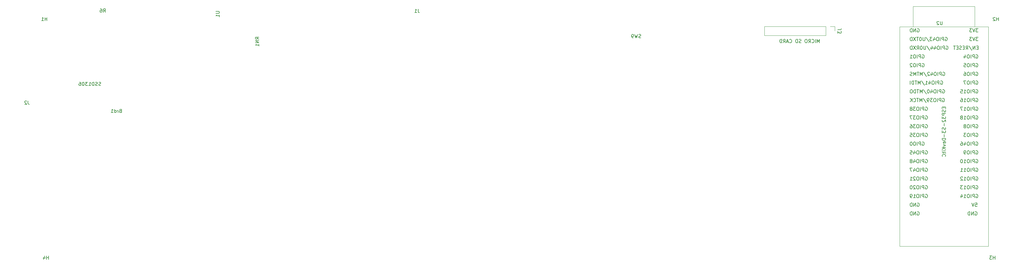
<source format=gbr>
%TF.GenerationSoftware,KiCad,Pcbnew,8.0.6*%
%TF.CreationDate,2024-11-02T14:39:31-05:00*%
%TF.ProjectId,front-panel.processor,66726f6e-742d-4706-916e-656c2e70726f,rev?*%
%TF.SameCoordinates,Original*%
%TF.FileFunction,Legend,Bot*%
%TF.FilePolarity,Positive*%
%FSLAX46Y46*%
G04 Gerber Fmt 4.6, Leading zero omitted, Abs format (unit mm)*
G04 Created by KiCad (PCBNEW 8.0.6) date 2024-11-02 14:39:31*
%MOMM*%
%LPD*%
G01*
G04 APERTURE LIST*
%ADD10C,0.150000*%
%ADD11C,0.120000*%
G04 APERTURE END LIST*
D10*
X152833333Y-154572319D02*
X152833333Y-155286604D01*
X152833333Y-155286604D02*
X152880952Y-155429461D01*
X152880952Y-155429461D02*
X152976190Y-155524700D01*
X152976190Y-155524700D02*
X153119047Y-155572319D01*
X153119047Y-155572319D02*
X153214285Y-155572319D01*
X151833333Y-155572319D02*
X152404761Y-155572319D01*
X152119047Y-155572319D02*
X152119047Y-154572319D01*
X152119047Y-154572319D02*
X152214285Y-154715176D01*
X152214285Y-154715176D02*
X152309523Y-154810414D01*
X152309523Y-154810414D02*
X152404761Y-154858033D01*
X39270333Y-181296819D02*
X39270333Y-182011104D01*
X39270333Y-182011104D02*
X39317952Y-182153961D01*
X39317952Y-182153961D02*
X39413190Y-182249200D01*
X39413190Y-182249200D02*
X39556047Y-182296819D01*
X39556047Y-182296819D02*
X39651285Y-182296819D01*
X38841761Y-181392057D02*
X38794142Y-181344438D01*
X38794142Y-181344438D02*
X38698904Y-181296819D01*
X38698904Y-181296819D02*
X38460809Y-181296819D01*
X38460809Y-181296819D02*
X38365571Y-181344438D01*
X38365571Y-181344438D02*
X38317952Y-181392057D01*
X38317952Y-181392057D02*
X38270333Y-181487295D01*
X38270333Y-181487295D02*
X38270333Y-181582533D01*
X38270333Y-181582533D02*
X38317952Y-181725390D01*
X38317952Y-181725390D02*
X38889380Y-182296819D01*
X38889380Y-182296819D02*
X38270333Y-182296819D01*
X44761904Y-157954819D02*
X44761904Y-156954819D01*
X44761904Y-157431009D02*
X44190476Y-157431009D01*
X44190476Y-157954819D02*
X44190476Y-156954819D01*
X43190476Y-157954819D02*
X43761904Y-157954819D01*
X43476190Y-157954819D02*
X43476190Y-156954819D01*
X43476190Y-156954819D02*
X43571428Y-157097676D01*
X43571428Y-157097676D02*
X43666666Y-157192914D01*
X43666666Y-157192914D02*
X43761904Y-157240533D01*
X321761904Y-157954819D02*
X321761904Y-156954819D01*
X321761904Y-157431009D02*
X321190476Y-157431009D01*
X321190476Y-157954819D02*
X321190476Y-156954819D01*
X320761904Y-157050057D02*
X320714285Y-157002438D01*
X320714285Y-157002438D02*
X320619047Y-156954819D01*
X320619047Y-156954819D02*
X320380952Y-156954819D01*
X320380952Y-156954819D02*
X320285714Y-157002438D01*
X320285714Y-157002438D02*
X320238095Y-157050057D01*
X320238095Y-157050057D02*
X320190476Y-157145295D01*
X320190476Y-157145295D02*
X320190476Y-157240533D01*
X320190476Y-157240533D02*
X320238095Y-157383390D01*
X320238095Y-157383390D02*
X320809523Y-157954819D01*
X320809523Y-157954819D02*
X320190476Y-157954819D01*
X320761904Y-227454819D02*
X320761904Y-226454819D01*
X320761904Y-226931009D02*
X320190476Y-226931009D01*
X320190476Y-227454819D02*
X320190476Y-226454819D01*
X319809523Y-226454819D02*
X319190476Y-226454819D01*
X319190476Y-226454819D02*
X319523809Y-226835771D01*
X319523809Y-226835771D02*
X319380952Y-226835771D01*
X319380952Y-226835771D02*
X319285714Y-226883390D01*
X319285714Y-226883390D02*
X319238095Y-226931009D01*
X319238095Y-226931009D02*
X319190476Y-227026247D01*
X319190476Y-227026247D02*
X319190476Y-227264342D01*
X319190476Y-227264342D02*
X319238095Y-227359580D01*
X319238095Y-227359580D02*
X319285714Y-227407200D01*
X319285714Y-227407200D02*
X319380952Y-227454819D01*
X319380952Y-227454819D02*
X319666666Y-227454819D01*
X319666666Y-227454819D02*
X319761904Y-227407200D01*
X319761904Y-227407200D02*
X319809523Y-227359580D01*
X45261904Y-227454819D02*
X45261904Y-226454819D01*
X45261904Y-226931009D02*
X44690476Y-226931009D01*
X44690476Y-227454819D02*
X44690476Y-226454819D01*
X43785714Y-226788152D02*
X43785714Y-227454819D01*
X44023809Y-226407200D02*
X44261904Y-227121485D01*
X44261904Y-227121485D02*
X43642857Y-227121485D01*
X61166666Y-155454819D02*
X61499999Y-154978628D01*
X61738094Y-155454819D02*
X61738094Y-154454819D01*
X61738094Y-154454819D02*
X61357142Y-154454819D01*
X61357142Y-154454819D02*
X61261904Y-154502438D01*
X61261904Y-154502438D02*
X61214285Y-154550057D01*
X61214285Y-154550057D02*
X61166666Y-154645295D01*
X61166666Y-154645295D02*
X61166666Y-154788152D01*
X61166666Y-154788152D02*
X61214285Y-154883390D01*
X61214285Y-154883390D02*
X61261904Y-154931009D01*
X61261904Y-154931009D02*
X61357142Y-154978628D01*
X61357142Y-154978628D02*
X61738094Y-154978628D01*
X60309523Y-154454819D02*
X60499999Y-154454819D01*
X60499999Y-154454819D02*
X60595237Y-154502438D01*
X60595237Y-154502438D02*
X60642856Y-154550057D01*
X60642856Y-154550057D02*
X60738094Y-154692914D01*
X60738094Y-154692914D02*
X60785713Y-154883390D01*
X60785713Y-154883390D02*
X60785713Y-155264342D01*
X60785713Y-155264342D02*
X60738094Y-155359580D01*
X60738094Y-155359580D02*
X60690475Y-155407200D01*
X60690475Y-155407200D02*
X60595237Y-155454819D01*
X60595237Y-155454819D02*
X60404761Y-155454819D01*
X60404761Y-155454819D02*
X60309523Y-155407200D01*
X60309523Y-155407200D02*
X60261904Y-155359580D01*
X60261904Y-155359580D02*
X60214285Y-155264342D01*
X60214285Y-155264342D02*
X60214285Y-155026247D01*
X60214285Y-155026247D02*
X60261904Y-154931009D01*
X60261904Y-154931009D02*
X60309523Y-154883390D01*
X60309523Y-154883390D02*
X60404761Y-154835771D01*
X60404761Y-154835771D02*
X60595237Y-154835771D01*
X60595237Y-154835771D02*
X60690475Y-154883390D01*
X60690475Y-154883390D02*
X60738094Y-154931009D01*
X60738094Y-154931009D02*
X60785713Y-155026247D01*
X217614332Y-162879200D02*
X217471475Y-162926819D01*
X217471475Y-162926819D02*
X217233380Y-162926819D01*
X217233380Y-162926819D02*
X217138142Y-162879200D01*
X217138142Y-162879200D02*
X217090523Y-162831580D01*
X217090523Y-162831580D02*
X217042904Y-162736342D01*
X217042904Y-162736342D02*
X217042904Y-162641104D01*
X217042904Y-162641104D02*
X217090523Y-162545866D01*
X217090523Y-162545866D02*
X217138142Y-162498247D01*
X217138142Y-162498247D02*
X217233380Y-162450628D01*
X217233380Y-162450628D02*
X217423856Y-162403009D01*
X217423856Y-162403009D02*
X217519094Y-162355390D01*
X217519094Y-162355390D02*
X217566713Y-162307771D01*
X217566713Y-162307771D02*
X217614332Y-162212533D01*
X217614332Y-162212533D02*
X217614332Y-162117295D01*
X217614332Y-162117295D02*
X217566713Y-162022057D01*
X217566713Y-162022057D02*
X217519094Y-161974438D01*
X217519094Y-161974438D02*
X217423856Y-161926819D01*
X217423856Y-161926819D02*
X217185761Y-161926819D01*
X217185761Y-161926819D02*
X217042904Y-161974438D01*
X216709570Y-161926819D02*
X216471475Y-162926819D01*
X216471475Y-162926819D02*
X216280999Y-162212533D01*
X216280999Y-162212533D02*
X216090523Y-162926819D01*
X216090523Y-162926819D02*
X215852428Y-161926819D01*
X215423856Y-162926819D02*
X215233380Y-162926819D01*
X215233380Y-162926819D02*
X215138142Y-162879200D01*
X215138142Y-162879200D02*
X215090523Y-162831580D01*
X215090523Y-162831580D02*
X214995285Y-162688723D01*
X214995285Y-162688723D02*
X214947666Y-162498247D01*
X214947666Y-162498247D02*
X214947666Y-162117295D01*
X214947666Y-162117295D02*
X214995285Y-162022057D01*
X214995285Y-162022057D02*
X215042904Y-161974438D01*
X215042904Y-161974438D02*
X215138142Y-161926819D01*
X215138142Y-161926819D02*
X215328618Y-161926819D01*
X215328618Y-161926819D02*
X215423856Y-161974438D01*
X215423856Y-161974438D02*
X215471475Y-162022057D01*
X215471475Y-162022057D02*
X215519094Y-162117295D01*
X215519094Y-162117295D02*
X215519094Y-162355390D01*
X215519094Y-162355390D02*
X215471475Y-162450628D01*
X215471475Y-162450628D02*
X215423856Y-162498247D01*
X215423856Y-162498247D02*
X215328618Y-162545866D01*
X215328618Y-162545866D02*
X215138142Y-162545866D01*
X215138142Y-162545866D02*
X215042904Y-162498247D01*
X215042904Y-162498247D02*
X214995285Y-162450628D01*
X214995285Y-162450628D02*
X214947666Y-162355390D01*
X93959819Y-155228095D02*
X94769342Y-155228095D01*
X94769342Y-155228095D02*
X94864580Y-155275714D01*
X94864580Y-155275714D02*
X94912200Y-155323333D01*
X94912200Y-155323333D02*
X94959819Y-155418571D01*
X94959819Y-155418571D02*
X94959819Y-155609047D01*
X94959819Y-155609047D02*
X94912200Y-155704285D01*
X94912200Y-155704285D02*
X94864580Y-155751904D01*
X94864580Y-155751904D02*
X94769342Y-155799523D01*
X94769342Y-155799523D02*
X93959819Y-155799523D01*
X94959819Y-156799523D02*
X94959819Y-156228095D01*
X94959819Y-156513809D02*
X93959819Y-156513809D01*
X93959819Y-156513809D02*
X94102676Y-156418571D01*
X94102676Y-156418571D02*
X94197914Y-156323333D01*
X94197914Y-156323333D02*
X94245533Y-156228095D01*
X106454819Y-163309523D02*
X105978628Y-162976190D01*
X106454819Y-162738095D02*
X105454819Y-162738095D01*
X105454819Y-162738095D02*
X105454819Y-163119047D01*
X105454819Y-163119047D02*
X105502438Y-163214285D01*
X105502438Y-163214285D02*
X105550057Y-163261904D01*
X105550057Y-163261904D02*
X105645295Y-163309523D01*
X105645295Y-163309523D02*
X105788152Y-163309523D01*
X105788152Y-163309523D02*
X105883390Y-163261904D01*
X105883390Y-163261904D02*
X105931009Y-163214285D01*
X105931009Y-163214285D02*
X105978628Y-163119047D01*
X105978628Y-163119047D02*
X105978628Y-162738095D01*
X106454819Y-163738095D02*
X105454819Y-163738095D01*
X105454819Y-163738095D02*
X106454819Y-164309523D01*
X106454819Y-164309523D02*
X105454819Y-164309523D01*
X106454819Y-165309523D02*
X106454819Y-164738095D01*
X106454819Y-165023809D02*
X105454819Y-165023809D01*
X105454819Y-165023809D02*
X105597676Y-164928571D01*
X105597676Y-164928571D02*
X105692914Y-164833333D01*
X105692914Y-164833333D02*
X105740533Y-164738095D01*
X66166666Y-184185009D02*
X66023809Y-184232628D01*
X66023809Y-184232628D02*
X65976190Y-184280247D01*
X65976190Y-184280247D02*
X65928571Y-184375485D01*
X65928571Y-184375485D02*
X65928571Y-184518342D01*
X65928571Y-184518342D02*
X65976190Y-184613580D01*
X65976190Y-184613580D02*
X66023809Y-184661200D01*
X66023809Y-184661200D02*
X66119047Y-184708819D01*
X66119047Y-184708819D02*
X66499999Y-184708819D01*
X66499999Y-184708819D02*
X66499999Y-183708819D01*
X66499999Y-183708819D02*
X66166666Y-183708819D01*
X66166666Y-183708819D02*
X66071428Y-183756438D01*
X66071428Y-183756438D02*
X66023809Y-183804057D01*
X66023809Y-183804057D02*
X65976190Y-183899295D01*
X65976190Y-183899295D02*
X65976190Y-183994533D01*
X65976190Y-183994533D02*
X66023809Y-184089771D01*
X66023809Y-184089771D02*
X66071428Y-184137390D01*
X66071428Y-184137390D02*
X66166666Y-184185009D01*
X66166666Y-184185009D02*
X66499999Y-184185009D01*
X65499999Y-184708819D02*
X65499999Y-184042152D01*
X65499999Y-184232628D02*
X65452380Y-184137390D01*
X65452380Y-184137390D02*
X65404761Y-184089771D01*
X65404761Y-184089771D02*
X65309523Y-184042152D01*
X65309523Y-184042152D02*
X65214285Y-184042152D01*
X64452380Y-184708819D02*
X64452380Y-183708819D01*
X64452380Y-184661200D02*
X64547618Y-184708819D01*
X64547618Y-184708819D02*
X64738094Y-184708819D01*
X64738094Y-184708819D02*
X64833332Y-184661200D01*
X64833332Y-184661200D02*
X64880951Y-184613580D01*
X64880951Y-184613580D02*
X64928570Y-184518342D01*
X64928570Y-184518342D02*
X64928570Y-184232628D01*
X64928570Y-184232628D02*
X64880951Y-184137390D01*
X64880951Y-184137390D02*
X64833332Y-184089771D01*
X64833332Y-184089771D02*
X64738094Y-184042152D01*
X64738094Y-184042152D02*
X64547618Y-184042152D01*
X64547618Y-184042152D02*
X64452380Y-184089771D01*
X63452380Y-184708819D02*
X64023808Y-184708819D01*
X63738094Y-184708819D02*
X63738094Y-183708819D01*
X63738094Y-183708819D02*
X63833332Y-183851676D01*
X63833332Y-183851676D02*
X63928570Y-183946914D01*
X63928570Y-183946914D02*
X64023808Y-183994533D01*
X60419666Y-176787200D02*
X60276809Y-176834819D01*
X60276809Y-176834819D02*
X60038714Y-176834819D01*
X60038714Y-176834819D02*
X59943476Y-176787200D01*
X59943476Y-176787200D02*
X59895857Y-176739580D01*
X59895857Y-176739580D02*
X59848238Y-176644342D01*
X59848238Y-176644342D02*
X59848238Y-176549104D01*
X59848238Y-176549104D02*
X59895857Y-176453866D01*
X59895857Y-176453866D02*
X59943476Y-176406247D01*
X59943476Y-176406247D02*
X60038714Y-176358628D01*
X60038714Y-176358628D02*
X60229190Y-176311009D01*
X60229190Y-176311009D02*
X60324428Y-176263390D01*
X60324428Y-176263390D02*
X60372047Y-176215771D01*
X60372047Y-176215771D02*
X60419666Y-176120533D01*
X60419666Y-176120533D02*
X60419666Y-176025295D01*
X60419666Y-176025295D02*
X60372047Y-175930057D01*
X60372047Y-175930057D02*
X60324428Y-175882438D01*
X60324428Y-175882438D02*
X60229190Y-175834819D01*
X60229190Y-175834819D02*
X59991095Y-175834819D01*
X59991095Y-175834819D02*
X59848238Y-175882438D01*
X59467285Y-176787200D02*
X59324428Y-176834819D01*
X59324428Y-176834819D02*
X59086333Y-176834819D01*
X59086333Y-176834819D02*
X58991095Y-176787200D01*
X58991095Y-176787200D02*
X58943476Y-176739580D01*
X58943476Y-176739580D02*
X58895857Y-176644342D01*
X58895857Y-176644342D02*
X58895857Y-176549104D01*
X58895857Y-176549104D02*
X58943476Y-176453866D01*
X58943476Y-176453866D02*
X58991095Y-176406247D01*
X58991095Y-176406247D02*
X59086333Y-176358628D01*
X59086333Y-176358628D02*
X59276809Y-176311009D01*
X59276809Y-176311009D02*
X59372047Y-176263390D01*
X59372047Y-176263390D02*
X59419666Y-176215771D01*
X59419666Y-176215771D02*
X59467285Y-176120533D01*
X59467285Y-176120533D02*
X59467285Y-176025295D01*
X59467285Y-176025295D02*
X59419666Y-175930057D01*
X59419666Y-175930057D02*
X59372047Y-175882438D01*
X59372047Y-175882438D02*
X59276809Y-175834819D01*
X59276809Y-175834819D02*
X59038714Y-175834819D01*
X59038714Y-175834819D02*
X58895857Y-175882438D01*
X58467285Y-176834819D02*
X58467285Y-175834819D01*
X58467285Y-175834819D02*
X58229190Y-175834819D01*
X58229190Y-175834819D02*
X58086333Y-175882438D01*
X58086333Y-175882438D02*
X57991095Y-175977676D01*
X57991095Y-175977676D02*
X57943476Y-176072914D01*
X57943476Y-176072914D02*
X57895857Y-176263390D01*
X57895857Y-176263390D02*
X57895857Y-176406247D01*
X57895857Y-176406247D02*
X57943476Y-176596723D01*
X57943476Y-176596723D02*
X57991095Y-176691961D01*
X57991095Y-176691961D02*
X58086333Y-176787200D01*
X58086333Y-176787200D02*
X58229190Y-176834819D01*
X58229190Y-176834819D02*
X58467285Y-176834819D01*
X56943476Y-176834819D02*
X57514904Y-176834819D01*
X57229190Y-176834819D02*
X57229190Y-175834819D01*
X57229190Y-175834819D02*
X57324428Y-175977676D01*
X57324428Y-175977676D02*
X57419666Y-176072914D01*
X57419666Y-176072914D02*
X57514904Y-176120533D01*
X56610142Y-175834819D02*
X55991095Y-175834819D01*
X55991095Y-175834819D02*
X56324428Y-176215771D01*
X56324428Y-176215771D02*
X56181571Y-176215771D01*
X56181571Y-176215771D02*
X56086333Y-176263390D01*
X56086333Y-176263390D02*
X56038714Y-176311009D01*
X56038714Y-176311009D02*
X55991095Y-176406247D01*
X55991095Y-176406247D02*
X55991095Y-176644342D01*
X55991095Y-176644342D02*
X56038714Y-176739580D01*
X56038714Y-176739580D02*
X56086333Y-176787200D01*
X56086333Y-176787200D02*
X56181571Y-176834819D01*
X56181571Y-176834819D02*
X56467285Y-176834819D01*
X56467285Y-176834819D02*
X56562523Y-176787200D01*
X56562523Y-176787200D02*
X56610142Y-176739580D01*
X55372047Y-175834819D02*
X55276809Y-175834819D01*
X55276809Y-175834819D02*
X55181571Y-175882438D01*
X55181571Y-175882438D02*
X55133952Y-175930057D01*
X55133952Y-175930057D02*
X55086333Y-176025295D01*
X55086333Y-176025295D02*
X55038714Y-176215771D01*
X55038714Y-176215771D02*
X55038714Y-176453866D01*
X55038714Y-176453866D02*
X55086333Y-176644342D01*
X55086333Y-176644342D02*
X55133952Y-176739580D01*
X55133952Y-176739580D02*
X55181571Y-176787200D01*
X55181571Y-176787200D02*
X55276809Y-176834819D01*
X55276809Y-176834819D02*
X55372047Y-176834819D01*
X55372047Y-176834819D02*
X55467285Y-176787200D01*
X55467285Y-176787200D02*
X55514904Y-176739580D01*
X55514904Y-176739580D02*
X55562523Y-176644342D01*
X55562523Y-176644342D02*
X55610142Y-176453866D01*
X55610142Y-176453866D02*
X55610142Y-176215771D01*
X55610142Y-176215771D02*
X55562523Y-176025295D01*
X55562523Y-176025295D02*
X55514904Y-175930057D01*
X55514904Y-175930057D02*
X55467285Y-175882438D01*
X55467285Y-175882438D02*
X55372047Y-175834819D01*
X54181571Y-175834819D02*
X54372047Y-175834819D01*
X54372047Y-175834819D02*
X54467285Y-175882438D01*
X54467285Y-175882438D02*
X54514904Y-175930057D01*
X54514904Y-175930057D02*
X54610142Y-176072914D01*
X54610142Y-176072914D02*
X54657761Y-176263390D01*
X54657761Y-176263390D02*
X54657761Y-176644342D01*
X54657761Y-176644342D02*
X54610142Y-176739580D01*
X54610142Y-176739580D02*
X54562523Y-176787200D01*
X54562523Y-176787200D02*
X54467285Y-176834819D01*
X54467285Y-176834819D02*
X54276809Y-176834819D01*
X54276809Y-176834819D02*
X54181571Y-176787200D01*
X54181571Y-176787200D02*
X54133952Y-176739580D01*
X54133952Y-176739580D02*
X54086333Y-176644342D01*
X54086333Y-176644342D02*
X54086333Y-176406247D01*
X54086333Y-176406247D02*
X54133952Y-176311009D01*
X54133952Y-176311009D02*
X54181571Y-176263390D01*
X54181571Y-176263390D02*
X54276809Y-176215771D01*
X54276809Y-176215771D02*
X54467285Y-176215771D01*
X54467285Y-176215771D02*
X54562523Y-176263390D01*
X54562523Y-176263390D02*
X54610142Y-176311009D01*
X54610142Y-176311009D02*
X54657761Y-176406247D01*
X274968819Y-160578666D02*
X275683104Y-160578666D01*
X275683104Y-160578666D02*
X275825961Y-160531047D01*
X275825961Y-160531047D02*
X275921200Y-160435809D01*
X275921200Y-160435809D02*
X275968819Y-160292952D01*
X275968819Y-160292952D02*
X275968819Y-160197714D01*
X274968819Y-160959619D02*
X274968819Y-161578666D01*
X274968819Y-161578666D02*
X275349771Y-161245333D01*
X275349771Y-161245333D02*
X275349771Y-161388190D01*
X275349771Y-161388190D02*
X275397390Y-161483428D01*
X275397390Y-161483428D02*
X275445009Y-161531047D01*
X275445009Y-161531047D02*
X275540247Y-161578666D01*
X275540247Y-161578666D02*
X275778342Y-161578666D01*
X275778342Y-161578666D02*
X275873580Y-161531047D01*
X275873580Y-161531047D02*
X275921200Y-161483428D01*
X275921200Y-161483428D02*
X275968819Y-161388190D01*
X275968819Y-161388190D02*
X275968819Y-161102476D01*
X275968819Y-161102476D02*
X275921200Y-161007238D01*
X275921200Y-161007238D02*
X275873580Y-160959619D01*
X269630904Y-164366819D02*
X269630904Y-163366819D01*
X269630904Y-163366819D02*
X269297571Y-164081104D01*
X269297571Y-164081104D02*
X268964238Y-163366819D01*
X268964238Y-163366819D02*
X268964238Y-164366819D01*
X268488047Y-164366819D02*
X268488047Y-163366819D01*
X267440429Y-164271580D02*
X267488048Y-164319200D01*
X267488048Y-164319200D02*
X267630905Y-164366819D01*
X267630905Y-164366819D02*
X267726143Y-164366819D01*
X267726143Y-164366819D02*
X267869000Y-164319200D01*
X267869000Y-164319200D02*
X267964238Y-164223961D01*
X267964238Y-164223961D02*
X268011857Y-164128723D01*
X268011857Y-164128723D02*
X268059476Y-163938247D01*
X268059476Y-163938247D02*
X268059476Y-163795390D01*
X268059476Y-163795390D02*
X268011857Y-163604914D01*
X268011857Y-163604914D02*
X267964238Y-163509676D01*
X267964238Y-163509676D02*
X267869000Y-163414438D01*
X267869000Y-163414438D02*
X267726143Y-163366819D01*
X267726143Y-163366819D02*
X267630905Y-163366819D01*
X267630905Y-163366819D02*
X267488048Y-163414438D01*
X267488048Y-163414438D02*
X267440429Y-163462057D01*
X266440429Y-164366819D02*
X266773762Y-163890628D01*
X267011857Y-164366819D02*
X267011857Y-163366819D01*
X267011857Y-163366819D02*
X266630905Y-163366819D01*
X266630905Y-163366819D02*
X266535667Y-163414438D01*
X266535667Y-163414438D02*
X266488048Y-163462057D01*
X266488048Y-163462057D02*
X266440429Y-163557295D01*
X266440429Y-163557295D02*
X266440429Y-163700152D01*
X266440429Y-163700152D02*
X266488048Y-163795390D01*
X266488048Y-163795390D02*
X266535667Y-163843009D01*
X266535667Y-163843009D02*
X266630905Y-163890628D01*
X266630905Y-163890628D02*
X267011857Y-163890628D01*
X265821381Y-163366819D02*
X265630905Y-163366819D01*
X265630905Y-163366819D02*
X265535667Y-163414438D01*
X265535667Y-163414438D02*
X265440429Y-163509676D01*
X265440429Y-163509676D02*
X265392810Y-163700152D01*
X265392810Y-163700152D02*
X265392810Y-164033485D01*
X265392810Y-164033485D02*
X265440429Y-164223961D01*
X265440429Y-164223961D02*
X265535667Y-164319200D01*
X265535667Y-164319200D02*
X265630905Y-164366819D01*
X265630905Y-164366819D02*
X265821381Y-164366819D01*
X265821381Y-164366819D02*
X265916619Y-164319200D01*
X265916619Y-164319200D02*
X266011857Y-164223961D01*
X266011857Y-164223961D02*
X266059476Y-164033485D01*
X266059476Y-164033485D02*
X266059476Y-163700152D01*
X266059476Y-163700152D02*
X266011857Y-163509676D01*
X266011857Y-163509676D02*
X265916619Y-163414438D01*
X265916619Y-163414438D02*
X265821381Y-163366819D01*
X264249952Y-164319200D02*
X264107095Y-164366819D01*
X264107095Y-164366819D02*
X263869000Y-164366819D01*
X263869000Y-164366819D02*
X263773762Y-164319200D01*
X263773762Y-164319200D02*
X263726143Y-164271580D01*
X263726143Y-164271580D02*
X263678524Y-164176342D01*
X263678524Y-164176342D02*
X263678524Y-164081104D01*
X263678524Y-164081104D02*
X263726143Y-163985866D01*
X263726143Y-163985866D02*
X263773762Y-163938247D01*
X263773762Y-163938247D02*
X263869000Y-163890628D01*
X263869000Y-163890628D02*
X264059476Y-163843009D01*
X264059476Y-163843009D02*
X264154714Y-163795390D01*
X264154714Y-163795390D02*
X264202333Y-163747771D01*
X264202333Y-163747771D02*
X264249952Y-163652533D01*
X264249952Y-163652533D02*
X264249952Y-163557295D01*
X264249952Y-163557295D02*
X264202333Y-163462057D01*
X264202333Y-163462057D02*
X264154714Y-163414438D01*
X264154714Y-163414438D02*
X264059476Y-163366819D01*
X264059476Y-163366819D02*
X263821381Y-163366819D01*
X263821381Y-163366819D02*
X263678524Y-163414438D01*
X263249952Y-164366819D02*
X263249952Y-163366819D01*
X263249952Y-163366819D02*
X263011857Y-163366819D01*
X263011857Y-163366819D02*
X262869000Y-163414438D01*
X262869000Y-163414438D02*
X262773762Y-163509676D01*
X262773762Y-163509676D02*
X262726143Y-163604914D01*
X262726143Y-163604914D02*
X262678524Y-163795390D01*
X262678524Y-163795390D02*
X262678524Y-163938247D01*
X262678524Y-163938247D02*
X262726143Y-164128723D01*
X262726143Y-164128723D02*
X262773762Y-164223961D01*
X262773762Y-164223961D02*
X262869000Y-164319200D01*
X262869000Y-164319200D02*
X263011857Y-164366819D01*
X263011857Y-164366819D02*
X263249952Y-164366819D01*
X260916619Y-164271580D02*
X260964238Y-164319200D01*
X260964238Y-164319200D02*
X261107095Y-164366819D01*
X261107095Y-164366819D02*
X261202333Y-164366819D01*
X261202333Y-164366819D02*
X261345190Y-164319200D01*
X261345190Y-164319200D02*
X261440428Y-164223961D01*
X261440428Y-164223961D02*
X261488047Y-164128723D01*
X261488047Y-164128723D02*
X261535666Y-163938247D01*
X261535666Y-163938247D02*
X261535666Y-163795390D01*
X261535666Y-163795390D02*
X261488047Y-163604914D01*
X261488047Y-163604914D02*
X261440428Y-163509676D01*
X261440428Y-163509676D02*
X261345190Y-163414438D01*
X261345190Y-163414438D02*
X261202333Y-163366819D01*
X261202333Y-163366819D02*
X261107095Y-163366819D01*
X261107095Y-163366819D02*
X260964238Y-163414438D01*
X260964238Y-163414438D02*
X260916619Y-163462057D01*
X260535666Y-164081104D02*
X260059476Y-164081104D01*
X260630904Y-164366819D02*
X260297571Y-163366819D01*
X260297571Y-163366819D02*
X259964238Y-164366819D01*
X259059476Y-164366819D02*
X259392809Y-163890628D01*
X259630904Y-164366819D02*
X259630904Y-163366819D01*
X259630904Y-163366819D02*
X259249952Y-163366819D01*
X259249952Y-163366819D02*
X259154714Y-163414438D01*
X259154714Y-163414438D02*
X259107095Y-163462057D01*
X259107095Y-163462057D02*
X259059476Y-163557295D01*
X259059476Y-163557295D02*
X259059476Y-163700152D01*
X259059476Y-163700152D02*
X259107095Y-163795390D01*
X259107095Y-163795390D02*
X259154714Y-163843009D01*
X259154714Y-163843009D02*
X259249952Y-163890628D01*
X259249952Y-163890628D02*
X259630904Y-163890628D01*
X258630904Y-164366819D02*
X258630904Y-163366819D01*
X258630904Y-163366819D02*
X258392809Y-163366819D01*
X258392809Y-163366819D02*
X258249952Y-163414438D01*
X258249952Y-163414438D02*
X258154714Y-163509676D01*
X258154714Y-163509676D02*
X258107095Y-163604914D01*
X258107095Y-163604914D02*
X258059476Y-163795390D01*
X258059476Y-163795390D02*
X258059476Y-163938247D01*
X258059476Y-163938247D02*
X258107095Y-164128723D01*
X258107095Y-164128723D02*
X258154714Y-164223961D01*
X258154714Y-164223961D02*
X258249952Y-164319200D01*
X258249952Y-164319200D02*
X258392809Y-164366819D01*
X258392809Y-164366819D02*
X258630904Y-164366819D01*
X305379204Y-158142519D02*
X305379204Y-158952042D01*
X305379204Y-158952042D02*
X305331585Y-159047280D01*
X305331585Y-159047280D02*
X305283966Y-159094900D01*
X305283966Y-159094900D02*
X305188728Y-159142519D01*
X305188728Y-159142519D02*
X304998252Y-159142519D01*
X304998252Y-159142519D02*
X304903014Y-159094900D01*
X304903014Y-159094900D02*
X304855395Y-159047280D01*
X304855395Y-159047280D02*
X304807776Y-158952042D01*
X304807776Y-158952042D02*
X304807776Y-158142519D01*
X304379204Y-158237757D02*
X304331585Y-158190138D01*
X304331585Y-158190138D02*
X304236347Y-158142519D01*
X304236347Y-158142519D02*
X303998252Y-158142519D01*
X303998252Y-158142519D02*
X303903014Y-158190138D01*
X303903014Y-158190138D02*
X303855395Y-158237757D01*
X303855395Y-158237757D02*
X303807776Y-158332995D01*
X303807776Y-158332995D02*
X303807776Y-158428233D01*
X303807776Y-158428233D02*
X303855395Y-158571090D01*
X303855395Y-158571090D02*
X304426823Y-159142519D01*
X304426823Y-159142519D02*
X303807776Y-159142519D01*
X305821989Y-183082313D02*
X305821989Y-183415646D01*
X306345799Y-183558503D02*
X306345799Y-183082313D01*
X306345799Y-183082313D02*
X305345799Y-183082313D01*
X305345799Y-183082313D02*
X305345799Y-183558503D01*
X306298180Y-183939456D02*
X306345799Y-184082313D01*
X306345799Y-184082313D02*
X306345799Y-184320408D01*
X306345799Y-184320408D02*
X306298180Y-184415646D01*
X306298180Y-184415646D02*
X306250560Y-184463265D01*
X306250560Y-184463265D02*
X306155322Y-184510884D01*
X306155322Y-184510884D02*
X306060084Y-184510884D01*
X306060084Y-184510884D02*
X305964846Y-184463265D01*
X305964846Y-184463265D02*
X305917227Y-184415646D01*
X305917227Y-184415646D02*
X305869608Y-184320408D01*
X305869608Y-184320408D02*
X305821989Y-184129932D01*
X305821989Y-184129932D02*
X305774370Y-184034694D01*
X305774370Y-184034694D02*
X305726751Y-183987075D01*
X305726751Y-183987075D02*
X305631513Y-183939456D01*
X305631513Y-183939456D02*
X305536275Y-183939456D01*
X305536275Y-183939456D02*
X305441037Y-183987075D01*
X305441037Y-183987075D02*
X305393418Y-184034694D01*
X305393418Y-184034694D02*
X305345799Y-184129932D01*
X305345799Y-184129932D02*
X305345799Y-184368027D01*
X305345799Y-184368027D02*
X305393418Y-184510884D01*
X306345799Y-184939456D02*
X305345799Y-184939456D01*
X305345799Y-184939456D02*
X305345799Y-185320408D01*
X305345799Y-185320408D02*
X305393418Y-185415646D01*
X305393418Y-185415646D02*
X305441037Y-185463265D01*
X305441037Y-185463265D02*
X305536275Y-185510884D01*
X305536275Y-185510884D02*
X305679132Y-185510884D01*
X305679132Y-185510884D02*
X305774370Y-185463265D01*
X305774370Y-185463265D02*
X305821989Y-185415646D01*
X305821989Y-185415646D02*
X305869608Y-185320408D01*
X305869608Y-185320408D02*
X305869608Y-184939456D01*
X305345799Y-185844218D02*
X305345799Y-186463265D01*
X305345799Y-186463265D02*
X305726751Y-186129932D01*
X305726751Y-186129932D02*
X305726751Y-186272789D01*
X305726751Y-186272789D02*
X305774370Y-186368027D01*
X305774370Y-186368027D02*
X305821989Y-186415646D01*
X305821989Y-186415646D02*
X305917227Y-186463265D01*
X305917227Y-186463265D02*
X306155322Y-186463265D01*
X306155322Y-186463265D02*
X306250560Y-186415646D01*
X306250560Y-186415646D02*
X306298180Y-186368027D01*
X306298180Y-186368027D02*
X306345799Y-186272789D01*
X306345799Y-186272789D02*
X306345799Y-185987075D01*
X306345799Y-185987075D02*
X306298180Y-185891837D01*
X306298180Y-185891837D02*
X306250560Y-185844218D01*
X305441037Y-186844218D02*
X305393418Y-186891837D01*
X305393418Y-186891837D02*
X305345799Y-186987075D01*
X305345799Y-186987075D02*
X305345799Y-187225170D01*
X305345799Y-187225170D02*
X305393418Y-187320408D01*
X305393418Y-187320408D02*
X305441037Y-187368027D01*
X305441037Y-187368027D02*
X305536275Y-187415646D01*
X305536275Y-187415646D02*
X305631513Y-187415646D01*
X305631513Y-187415646D02*
X305774370Y-187368027D01*
X305774370Y-187368027D02*
X306345799Y-186796599D01*
X306345799Y-186796599D02*
X306345799Y-187415646D01*
X305964846Y-187844218D02*
X305964846Y-188606123D01*
X306298180Y-189034694D02*
X306345799Y-189177551D01*
X306345799Y-189177551D02*
X306345799Y-189415646D01*
X306345799Y-189415646D02*
X306298180Y-189510884D01*
X306298180Y-189510884D02*
X306250560Y-189558503D01*
X306250560Y-189558503D02*
X306155322Y-189606122D01*
X306155322Y-189606122D02*
X306060084Y-189606122D01*
X306060084Y-189606122D02*
X305964846Y-189558503D01*
X305964846Y-189558503D02*
X305917227Y-189510884D01*
X305917227Y-189510884D02*
X305869608Y-189415646D01*
X305869608Y-189415646D02*
X305821989Y-189225170D01*
X305821989Y-189225170D02*
X305774370Y-189129932D01*
X305774370Y-189129932D02*
X305726751Y-189082313D01*
X305726751Y-189082313D02*
X305631513Y-189034694D01*
X305631513Y-189034694D02*
X305536275Y-189034694D01*
X305536275Y-189034694D02*
X305441037Y-189082313D01*
X305441037Y-189082313D02*
X305393418Y-189129932D01*
X305393418Y-189129932D02*
X305345799Y-189225170D01*
X305345799Y-189225170D02*
X305345799Y-189463265D01*
X305345799Y-189463265D02*
X305393418Y-189606122D01*
X305345799Y-189939456D02*
X305345799Y-190558503D01*
X305345799Y-190558503D02*
X305726751Y-190225170D01*
X305726751Y-190225170D02*
X305726751Y-190368027D01*
X305726751Y-190368027D02*
X305774370Y-190463265D01*
X305774370Y-190463265D02*
X305821989Y-190510884D01*
X305821989Y-190510884D02*
X305917227Y-190558503D01*
X305917227Y-190558503D02*
X306155322Y-190558503D01*
X306155322Y-190558503D02*
X306250560Y-190510884D01*
X306250560Y-190510884D02*
X306298180Y-190463265D01*
X306298180Y-190463265D02*
X306345799Y-190368027D01*
X306345799Y-190368027D02*
X306345799Y-190082313D01*
X306345799Y-190082313D02*
X306298180Y-189987075D01*
X306298180Y-189987075D02*
X306250560Y-189939456D01*
X305964846Y-190987075D02*
X305964846Y-191748980D01*
X306345799Y-192225170D02*
X305345799Y-192225170D01*
X305345799Y-192225170D02*
X305345799Y-192463265D01*
X305345799Y-192463265D02*
X305393418Y-192606122D01*
X305393418Y-192606122D02*
X305488656Y-192701360D01*
X305488656Y-192701360D02*
X305583894Y-192748979D01*
X305583894Y-192748979D02*
X305774370Y-192796598D01*
X305774370Y-192796598D02*
X305917227Y-192796598D01*
X305917227Y-192796598D02*
X306107703Y-192748979D01*
X306107703Y-192748979D02*
X306202941Y-192701360D01*
X306202941Y-192701360D02*
X306298180Y-192606122D01*
X306298180Y-192606122D02*
X306345799Y-192463265D01*
X306345799Y-192463265D02*
X306345799Y-192225170D01*
X306298180Y-193606122D02*
X306345799Y-193510884D01*
X306345799Y-193510884D02*
X306345799Y-193320408D01*
X306345799Y-193320408D02*
X306298180Y-193225170D01*
X306298180Y-193225170D02*
X306202941Y-193177551D01*
X306202941Y-193177551D02*
X305821989Y-193177551D01*
X305821989Y-193177551D02*
X305726751Y-193225170D01*
X305726751Y-193225170D02*
X305679132Y-193320408D01*
X305679132Y-193320408D02*
X305679132Y-193510884D01*
X305679132Y-193510884D02*
X305726751Y-193606122D01*
X305726751Y-193606122D02*
X305821989Y-193653741D01*
X305821989Y-193653741D02*
X305917227Y-193653741D01*
X305917227Y-193653741D02*
X306012465Y-193177551D01*
X305679132Y-193987075D02*
X306345799Y-194225170D01*
X306345799Y-194225170D02*
X305679132Y-194463265D01*
X306345799Y-194844218D02*
X305345799Y-194844218D01*
X306345799Y-195415646D02*
X305774370Y-194987075D01*
X305345799Y-195415646D02*
X305917227Y-194844218D01*
X306345799Y-195844218D02*
X305679132Y-195844218D01*
X305345799Y-195844218D02*
X305393418Y-195796599D01*
X305393418Y-195796599D02*
X305441037Y-195844218D01*
X305441037Y-195844218D02*
X305393418Y-195891837D01*
X305393418Y-195891837D02*
X305345799Y-195844218D01*
X305345799Y-195844218D02*
X305441037Y-195844218D01*
X305679132Y-196177551D02*
X305679132Y-196558503D01*
X305345799Y-196320408D02*
X306202941Y-196320408D01*
X306202941Y-196320408D02*
X306298180Y-196368027D01*
X306298180Y-196368027D02*
X306345799Y-196463265D01*
X306345799Y-196463265D02*
X306345799Y-196558503D01*
X306250560Y-197463265D02*
X306298180Y-197415646D01*
X306298180Y-197415646D02*
X306345799Y-197272789D01*
X306345799Y-197272789D02*
X306345799Y-197177551D01*
X306345799Y-197177551D02*
X306298180Y-197034694D01*
X306298180Y-197034694D02*
X306202941Y-196939456D01*
X306202941Y-196939456D02*
X306107703Y-196891837D01*
X306107703Y-196891837D02*
X305917227Y-196844218D01*
X305917227Y-196844218D02*
X305774370Y-196844218D01*
X305774370Y-196844218D02*
X305583894Y-196891837D01*
X305583894Y-196891837D02*
X305488656Y-196939456D01*
X305488656Y-196939456D02*
X305393418Y-197034694D01*
X305393418Y-197034694D02*
X305345799Y-197177551D01*
X305345799Y-197177551D02*
X305345799Y-197272789D01*
X305345799Y-197272789D02*
X305393418Y-197415646D01*
X305393418Y-197415646D02*
X305441037Y-197463265D01*
X314936391Y-213627418D02*
X315031629Y-213579799D01*
X315031629Y-213579799D02*
X315174486Y-213579799D01*
X315174486Y-213579799D02*
X315317343Y-213627418D01*
X315317343Y-213627418D02*
X315412581Y-213722656D01*
X315412581Y-213722656D02*
X315460200Y-213817894D01*
X315460200Y-213817894D02*
X315507819Y-214008370D01*
X315507819Y-214008370D02*
X315507819Y-214151227D01*
X315507819Y-214151227D02*
X315460200Y-214341703D01*
X315460200Y-214341703D02*
X315412581Y-214436941D01*
X315412581Y-214436941D02*
X315317343Y-214532180D01*
X315317343Y-214532180D02*
X315174486Y-214579799D01*
X315174486Y-214579799D02*
X315079248Y-214579799D01*
X315079248Y-214579799D02*
X314936391Y-214532180D01*
X314936391Y-214532180D02*
X314888772Y-214484560D01*
X314888772Y-214484560D02*
X314888772Y-214151227D01*
X314888772Y-214151227D02*
X315079248Y-214151227D01*
X314460200Y-214579799D02*
X314460200Y-213579799D01*
X314460200Y-213579799D02*
X313888772Y-214579799D01*
X313888772Y-214579799D02*
X313888772Y-213579799D01*
X313412581Y-214579799D02*
X313412581Y-213579799D01*
X313412581Y-213579799D02*
X313174486Y-213579799D01*
X313174486Y-213579799D02*
X313031629Y-213627418D01*
X313031629Y-213627418D02*
X312936391Y-213722656D01*
X312936391Y-213722656D02*
X312888772Y-213817894D01*
X312888772Y-213817894D02*
X312841153Y-214008370D01*
X312841153Y-214008370D02*
X312841153Y-214151227D01*
X312841153Y-214151227D02*
X312888772Y-214341703D01*
X312888772Y-214341703D02*
X312936391Y-214436941D01*
X312936391Y-214436941D02*
X313031629Y-214532180D01*
X313031629Y-214532180D02*
X313174486Y-214579799D01*
X313174486Y-214579799D02*
X313412581Y-214579799D01*
X300492650Y-190770138D02*
X300587888Y-190722519D01*
X300587888Y-190722519D02*
X300730745Y-190722519D01*
X300730745Y-190722519D02*
X300873602Y-190770138D01*
X300873602Y-190770138D02*
X300968840Y-190865376D01*
X300968840Y-190865376D02*
X301016459Y-190960614D01*
X301016459Y-190960614D02*
X301064078Y-191151090D01*
X301064078Y-191151090D02*
X301064078Y-191293947D01*
X301064078Y-191293947D02*
X301016459Y-191484423D01*
X301016459Y-191484423D02*
X300968840Y-191579661D01*
X300968840Y-191579661D02*
X300873602Y-191674900D01*
X300873602Y-191674900D02*
X300730745Y-191722519D01*
X300730745Y-191722519D02*
X300635507Y-191722519D01*
X300635507Y-191722519D02*
X300492650Y-191674900D01*
X300492650Y-191674900D02*
X300445031Y-191627280D01*
X300445031Y-191627280D02*
X300445031Y-191293947D01*
X300445031Y-191293947D02*
X300635507Y-191293947D01*
X300016459Y-191722519D02*
X300016459Y-190722519D01*
X300016459Y-190722519D02*
X299635507Y-190722519D01*
X299635507Y-190722519D02*
X299540269Y-190770138D01*
X299540269Y-190770138D02*
X299492650Y-190817757D01*
X299492650Y-190817757D02*
X299445031Y-190912995D01*
X299445031Y-190912995D02*
X299445031Y-191055852D01*
X299445031Y-191055852D02*
X299492650Y-191151090D01*
X299492650Y-191151090D02*
X299540269Y-191198709D01*
X299540269Y-191198709D02*
X299635507Y-191246328D01*
X299635507Y-191246328D02*
X300016459Y-191246328D01*
X299016459Y-191722519D02*
X299016459Y-190722519D01*
X298349793Y-190722519D02*
X298159317Y-190722519D01*
X298159317Y-190722519D02*
X298064079Y-190770138D01*
X298064079Y-190770138D02*
X297968841Y-190865376D01*
X297968841Y-190865376D02*
X297921222Y-191055852D01*
X297921222Y-191055852D02*
X297921222Y-191389185D01*
X297921222Y-191389185D02*
X297968841Y-191579661D01*
X297968841Y-191579661D02*
X298064079Y-191674900D01*
X298064079Y-191674900D02*
X298159317Y-191722519D01*
X298159317Y-191722519D02*
X298349793Y-191722519D01*
X298349793Y-191722519D02*
X298445031Y-191674900D01*
X298445031Y-191674900D02*
X298540269Y-191579661D01*
X298540269Y-191579661D02*
X298587888Y-191389185D01*
X298587888Y-191389185D02*
X298587888Y-191055852D01*
X298587888Y-191055852D02*
X298540269Y-190865376D01*
X298540269Y-190865376D02*
X298445031Y-190770138D01*
X298445031Y-190770138D02*
X298349793Y-190722519D01*
X297587888Y-190722519D02*
X296968841Y-190722519D01*
X296968841Y-190722519D02*
X297302174Y-191103471D01*
X297302174Y-191103471D02*
X297159317Y-191103471D01*
X297159317Y-191103471D02*
X297064079Y-191151090D01*
X297064079Y-191151090D02*
X297016460Y-191198709D01*
X297016460Y-191198709D02*
X296968841Y-191293947D01*
X296968841Y-191293947D02*
X296968841Y-191532042D01*
X296968841Y-191532042D02*
X297016460Y-191627280D01*
X297016460Y-191627280D02*
X297064079Y-191674900D01*
X297064079Y-191674900D02*
X297159317Y-191722519D01*
X297159317Y-191722519D02*
X297445031Y-191722519D01*
X297445031Y-191722519D02*
X297540269Y-191674900D01*
X297540269Y-191674900D02*
X297587888Y-191627280D01*
X296064079Y-190722519D02*
X296540269Y-190722519D01*
X296540269Y-190722519D02*
X296587888Y-191198709D01*
X296587888Y-191198709D02*
X296540269Y-191151090D01*
X296540269Y-191151090D02*
X296445031Y-191103471D01*
X296445031Y-191103471D02*
X296206936Y-191103471D01*
X296206936Y-191103471D02*
X296111698Y-191151090D01*
X296111698Y-191151090D02*
X296064079Y-191198709D01*
X296064079Y-191198709D02*
X296016460Y-191293947D01*
X296016460Y-191293947D02*
X296016460Y-191532042D01*
X296016460Y-191532042D02*
X296064079Y-191627280D01*
X296064079Y-191627280D02*
X296111698Y-191674900D01*
X296111698Y-191674900D02*
X296206936Y-191722519D01*
X296206936Y-191722519D02*
X296445031Y-191722519D01*
X296445031Y-191722519D02*
X296540269Y-191674900D01*
X296540269Y-191674900D02*
X296587888Y-191627280D01*
X315186711Y-190770138D02*
X315281949Y-190722519D01*
X315281949Y-190722519D02*
X315424806Y-190722519D01*
X315424806Y-190722519D02*
X315567663Y-190770138D01*
X315567663Y-190770138D02*
X315662901Y-190865376D01*
X315662901Y-190865376D02*
X315710520Y-190960614D01*
X315710520Y-190960614D02*
X315758139Y-191151090D01*
X315758139Y-191151090D02*
X315758139Y-191293947D01*
X315758139Y-191293947D02*
X315710520Y-191484423D01*
X315710520Y-191484423D02*
X315662901Y-191579661D01*
X315662901Y-191579661D02*
X315567663Y-191674900D01*
X315567663Y-191674900D02*
X315424806Y-191722519D01*
X315424806Y-191722519D02*
X315329568Y-191722519D01*
X315329568Y-191722519D02*
X315186711Y-191674900D01*
X315186711Y-191674900D02*
X315139092Y-191627280D01*
X315139092Y-191627280D02*
X315139092Y-191293947D01*
X315139092Y-191293947D02*
X315329568Y-191293947D01*
X314710520Y-191722519D02*
X314710520Y-190722519D01*
X314710520Y-190722519D02*
X314329568Y-190722519D01*
X314329568Y-190722519D02*
X314234330Y-190770138D01*
X314234330Y-190770138D02*
X314186711Y-190817757D01*
X314186711Y-190817757D02*
X314139092Y-190912995D01*
X314139092Y-190912995D02*
X314139092Y-191055852D01*
X314139092Y-191055852D02*
X314186711Y-191151090D01*
X314186711Y-191151090D02*
X314234330Y-191198709D01*
X314234330Y-191198709D02*
X314329568Y-191246328D01*
X314329568Y-191246328D02*
X314710520Y-191246328D01*
X313710520Y-191722519D02*
X313710520Y-190722519D01*
X313043854Y-190722519D02*
X312853378Y-190722519D01*
X312853378Y-190722519D02*
X312758140Y-190770138D01*
X312758140Y-190770138D02*
X312662902Y-190865376D01*
X312662902Y-190865376D02*
X312615283Y-191055852D01*
X312615283Y-191055852D02*
X312615283Y-191389185D01*
X312615283Y-191389185D02*
X312662902Y-191579661D01*
X312662902Y-191579661D02*
X312758140Y-191674900D01*
X312758140Y-191674900D02*
X312853378Y-191722519D01*
X312853378Y-191722519D02*
X313043854Y-191722519D01*
X313043854Y-191722519D02*
X313139092Y-191674900D01*
X313139092Y-191674900D02*
X313234330Y-191579661D01*
X313234330Y-191579661D02*
X313281949Y-191389185D01*
X313281949Y-191389185D02*
X313281949Y-191055852D01*
X313281949Y-191055852D02*
X313234330Y-190865376D01*
X313234330Y-190865376D02*
X313139092Y-190770138D01*
X313139092Y-190770138D02*
X313043854Y-190722519D01*
X312281949Y-190722519D02*
X311662902Y-190722519D01*
X311662902Y-190722519D02*
X311996235Y-191103471D01*
X311996235Y-191103471D02*
X311853378Y-191103471D01*
X311853378Y-191103471D02*
X311758140Y-191151090D01*
X311758140Y-191151090D02*
X311710521Y-191198709D01*
X311710521Y-191198709D02*
X311662902Y-191293947D01*
X311662902Y-191293947D02*
X311662902Y-191532042D01*
X311662902Y-191532042D02*
X311710521Y-191627280D01*
X311710521Y-191627280D02*
X311758140Y-191674900D01*
X311758140Y-191674900D02*
X311853378Y-191722519D01*
X311853378Y-191722519D02*
X312139092Y-191722519D01*
X312139092Y-191722519D02*
X312234330Y-191674900D01*
X312234330Y-191674900D02*
X312281949Y-191627280D01*
X305540269Y-172990138D02*
X305635507Y-172942519D01*
X305635507Y-172942519D02*
X305778364Y-172942519D01*
X305778364Y-172942519D02*
X305921221Y-172990138D01*
X305921221Y-172990138D02*
X306016459Y-173085376D01*
X306016459Y-173085376D02*
X306064078Y-173180614D01*
X306064078Y-173180614D02*
X306111697Y-173371090D01*
X306111697Y-173371090D02*
X306111697Y-173513947D01*
X306111697Y-173513947D02*
X306064078Y-173704423D01*
X306064078Y-173704423D02*
X306016459Y-173799661D01*
X306016459Y-173799661D02*
X305921221Y-173894900D01*
X305921221Y-173894900D02*
X305778364Y-173942519D01*
X305778364Y-173942519D02*
X305683126Y-173942519D01*
X305683126Y-173942519D02*
X305540269Y-173894900D01*
X305540269Y-173894900D02*
X305492650Y-173847280D01*
X305492650Y-173847280D02*
X305492650Y-173513947D01*
X305492650Y-173513947D02*
X305683126Y-173513947D01*
X305064078Y-173942519D02*
X305064078Y-172942519D01*
X305064078Y-172942519D02*
X304683126Y-172942519D01*
X304683126Y-172942519D02*
X304587888Y-172990138D01*
X304587888Y-172990138D02*
X304540269Y-173037757D01*
X304540269Y-173037757D02*
X304492650Y-173132995D01*
X304492650Y-173132995D02*
X304492650Y-173275852D01*
X304492650Y-173275852D02*
X304540269Y-173371090D01*
X304540269Y-173371090D02*
X304587888Y-173418709D01*
X304587888Y-173418709D02*
X304683126Y-173466328D01*
X304683126Y-173466328D02*
X305064078Y-173466328D01*
X304064078Y-173942519D02*
X304064078Y-172942519D01*
X303397412Y-172942519D02*
X303206936Y-172942519D01*
X303206936Y-172942519D02*
X303111698Y-172990138D01*
X303111698Y-172990138D02*
X303016460Y-173085376D01*
X303016460Y-173085376D02*
X302968841Y-173275852D01*
X302968841Y-173275852D02*
X302968841Y-173609185D01*
X302968841Y-173609185D02*
X303016460Y-173799661D01*
X303016460Y-173799661D02*
X303111698Y-173894900D01*
X303111698Y-173894900D02*
X303206936Y-173942519D01*
X303206936Y-173942519D02*
X303397412Y-173942519D01*
X303397412Y-173942519D02*
X303492650Y-173894900D01*
X303492650Y-173894900D02*
X303587888Y-173799661D01*
X303587888Y-173799661D02*
X303635507Y-173609185D01*
X303635507Y-173609185D02*
X303635507Y-173275852D01*
X303635507Y-173275852D02*
X303587888Y-173085376D01*
X303587888Y-173085376D02*
X303492650Y-172990138D01*
X303492650Y-172990138D02*
X303397412Y-172942519D01*
X302111698Y-173275852D02*
X302111698Y-173942519D01*
X302349793Y-172894900D02*
X302587888Y-173609185D01*
X302587888Y-173609185D02*
X301968841Y-173609185D01*
X301635507Y-173037757D02*
X301587888Y-172990138D01*
X301587888Y-172990138D02*
X301492650Y-172942519D01*
X301492650Y-172942519D02*
X301254555Y-172942519D01*
X301254555Y-172942519D02*
X301159317Y-172990138D01*
X301159317Y-172990138D02*
X301111698Y-173037757D01*
X301111698Y-173037757D02*
X301064079Y-173132995D01*
X301064079Y-173132995D02*
X301064079Y-173228233D01*
X301064079Y-173228233D02*
X301111698Y-173371090D01*
X301111698Y-173371090D02*
X301683126Y-173942519D01*
X301683126Y-173942519D02*
X301064079Y-173942519D01*
X299921222Y-172894900D02*
X300778364Y-174180614D01*
X299587888Y-173942519D02*
X299587888Y-172942519D01*
X299587888Y-172942519D02*
X299254555Y-173656804D01*
X299254555Y-173656804D02*
X298921222Y-172942519D01*
X298921222Y-172942519D02*
X298921222Y-173942519D01*
X298587888Y-172942519D02*
X298016460Y-172942519D01*
X298302174Y-173942519D02*
X298302174Y-172942519D01*
X297683126Y-173942519D02*
X297683126Y-172942519D01*
X297683126Y-172942519D02*
X297349793Y-173656804D01*
X297349793Y-173656804D02*
X297016460Y-172942519D01*
X297016460Y-172942519D02*
X297016460Y-173942519D01*
X296587888Y-173894900D02*
X296445031Y-173942519D01*
X296445031Y-173942519D02*
X296206936Y-173942519D01*
X296206936Y-173942519D02*
X296111698Y-173894900D01*
X296111698Y-173894900D02*
X296064079Y-173847280D01*
X296064079Y-173847280D02*
X296016460Y-173752042D01*
X296016460Y-173752042D02*
X296016460Y-173656804D01*
X296016460Y-173656804D02*
X296064079Y-173561566D01*
X296064079Y-173561566D02*
X296111698Y-173513947D01*
X296111698Y-173513947D02*
X296206936Y-173466328D01*
X296206936Y-173466328D02*
X296397412Y-173418709D01*
X296397412Y-173418709D02*
X296492650Y-173371090D01*
X296492650Y-173371090D02*
X296540269Y-173323471D01*
X296540269Y-173323471D02*
X296587888Y-173228233D01*
X296587888Y-173228233D02*
X296587888Y-173132995D01*
X296587888Y-173132995D02*
X296540269Y-173037757D01*
X296540269Y-173037757D02*
X296492650Y-172990138D01*
X296492650Y-172990138D02*
X296397412Y-172942519D01*
X296397412Y-172942519D02*
X296159317Y-172942519D01*
X296159317Y-172942519D02*
X296016460Y-172990138D01*
X315186711Y-208550138D02*
X315281949Y-208502519D01*
X315281949Y-208502519D02*
X315424806Y-208502519D01*
X315424806Y-208502519D02*
X315567663Y-208550138D01*
X315567663Y-208550138D02*
X315662901Y-208645376D01*
X315662901Y-208645376D02*
X315710520Y-208740614D01*
X315710520Y-208740614D02*
X315758139Y-208931090D01*
X315758139Y-208931090D02*
X315758139Y-209073947D01*
X315758139Y-209073947D02*
X315710520Y-209264423D01*
X315710520Y-209264423D02*
X315662901Y-209359661D01*
X315662901Y-209359661D02*
X315567663Y-209454900D01*
X315567663Y-209454900D02*
X315424806Y-209502519D01*
X315424806Y-209502519D02*
X315329568Y-209502519D01*
X315329568Y-209502519D02*
X315186711Y-209454900D01*
X315186711Y-209454900D02*
X315139092Y-209407280D01*
X315139092Y-209407280D02*
X315139092Y-209073947D01*
X315139092Y-209073947D02*
X315329568Y-209073947D01*
X314710520Y-209502519D02*
X314710520Y-208502519D01*
X314710520Y-208502519D02*
X314329568Y-208502519D01*
X314329568Y-208502519D02*
X314234330Y-208550138D01*
X314234330Y-208550138D02*
X314186711Y-208597757D01*
X314186711Y-208597757D02*
X314139092Y-208692995D01*
X314139092Y-208692995D02*
X314139092Y-208835852D01*
X314139092Y-208835852D02*
X314186711Y-208931090D01*
X314186711Y-208931090D02*
X314234330Y-208978709D01*
X314234330Y-208978709D02*
X314329568Y-209026328D01*
X314329568Y-209026328D02*
X314710520Y-209026328D01*
X313710520Y-209502519D02*
X313710520Y-208502519D01*
X313043854Y-208502519D02*
X312853378Y-208502519D01*
X312853378Y-208502519D02*
X312758140Y-208550138D01*
X312758140Y-208550138D02*
X312662902Y-208645376D01*
X312662902Y-208645376D02*
X312615283Y-208835852D01*
X312615283Y-208835852D02*
X312615283Y-209169185D01*
X312615283Y-209169185D02*
X312662902Y-209359661D01*
X312662902Y-209359661D02*
X312758140Y-209454900D01*
X312758140Y-209454900D02*
X312853378Y-209502519D01*
X312853378Y-209502519D02*
X313043854Y-209502519D01*
X313043854Y-209502519D02*
X313139092Y-209454900D01*
X313139092Y-209454900D02*
X313234330Y-209359661D01*
X313234330Y-209359661D02*
X313281949Y-209169185D01*
X313281949Y-209169185D02*
X313281949Y-208835852D01*
X313281949Y-208835852D02*
X313234330Y-208645376D01*
X313234330Y-208645376D02*
X313139092Y-208550138D01*
X313139092Y-208550138D02*
X313043854Y-208502519D01*
X311662902Y-209502519D02*
X312234330Y-209502519D01*
X311948616Y-209502519D02*
X311948616Y-208502519D01*
X311948616Y-208502519D02*
X312043854Y-208645376D01*
X312043854Y-208645376D02*
X312139092Y-208740614D01*
X312139092Y-208740614D02*
X312234330Y-208788233D01*
X310805759Y-208835852D02*
X310805759Y-209502519D01*
X311043854Y-208454900D02*
X311281949Y-209169185D01*
X311281949Y-209169185D02*
X310662902Y-209169185D01*
X315186711Y-203470138D02*
X315281949Y-203422519D01*
X315281949Y-203422519D02*
X315424806Y-203422519D01*
X315424806Y-203422519D02*
X315567663Y-203470138D01*
X315567663Y-203470138D02*
X315662901Y-203565376D01*
X315662901Y-203565376D02*
X315710520Y-203660614D01*
X315710520Y-203660614D02*
X315758139Y-203851090D01*
X315758139Y-203851090D02*
X315758139Y-203993947D01*
X315758139Y-203993947D02*
X315710520Y-204184423D01*
X315710520Y-204184423D02*
X315662901Y-204279661D01*
X315662901Y-204279661D02*
X315567663Y-204374900D01*
X315567663Y-204374900D02*
X315424806Y-204422519D01*
X315424806Y-204422519D02*
X315329568Y-204422519D01*
X315329568Y-204422519D02*
X315186711Y-204374900D01*
X315186711Y-204374900D02*
X315139092Y-204327280D01*
X315139092Y-204327280D02*
X315139092Y-203993947D01*
X315139092Y-203993947D02*
X315329568Y-203993947D01*
X314710520Y-204422519D02*
X314710520Y-203422519D01*
X314710520Y-203422519D02*
X314329568Y-203422519D01*
X314329568Y-203422519D02*
X314234330Y-203470138D01*
X314234330Y-203470138D02*
X314186711Y-203517757D01*
X314186711Y-203517757D02*
X314139092Y-203612995D01*
X314139092Y-203612995D02*
X314139092Y-203755852D01*
X314139092Y-203755852D02*
X314186711Y-203851090D01*
X314186711Y-203851090D02*
X314234330Y-203898709D01*
X314234330Y-203898709D02*
X314329568Y-203946328D01*
X314329568Y-203946328D02*
X314710520Y-203946328D01*
X313710520Y-204422519D02*
X313710520Y-203422519D01*
X313043854Y-203422519D02*
X312853378Y-203422519D01*
X312853378Y-203422519D02*
X312758140Y-203470138D01*
X312758140Y-203470138D02*
X312662902Y-203565376D01*
X312662902Y-203565376D02*
X312615283Y-203755852D01*
X312615283Y-203755852D02*
X312615283Y-204089185D01*
X312615283Y-204089185D02*
X312662902Y-204279661D01*
X312662902Y-204279661D02*
X312758140Y-204374900D01*
X312758140Y-204374900D02*
X312853378Y-204422519D01*
X312853378Y-204422519D02*
X313043854Y-204422519D01*
X313043854Y-204422519D02*
X313139092Y-204374900D01*
X313139092Y-204374900D02*
X313234330Y-204279661D01*
X313234330Y-204279661D02*
X313281949Y-204089185D01*
X313281949Y-204089185D02*
X313281949Y-203755852D01*
X313281949Y-203755852D02*
X313234330Y-203565376D01*
X313234330Y-203565376D02*
X313139092Y-203470138D01*
X313139092Y-203470138D02*
X313043854Y-203422519D01*
X311662902Y-204422519D02*
X312234330Y-204422519D01*
X311948616Y-204422519D02*
X311948616Y-203422519D01*
X311948616Y-203422519D02*
X312043854Y-203565376D01*
X312043854Y-203565376D02*
X312139092Y-203660614D01*
X312139092Y-203660614D02*
X312234330Y-203708233D01*
X311281949Y-203517757D02*
X311234330Y-203470138D01*
X311234330Y-203470138D02*
X311139092Y-203422519D01*
X311139092Y-203422519D02*
X310900997Y-203422519D01*
X310900997Y-203422519D02*
X310805759Y-203470138D01*
X310805759Y-203470138D02*
X310758140Y-203517757D01*
X310758140Y-203517757D02*
X310710521Y-203612995D01*
X310710521Y-203612995D02*
X310710521Y-203708233D01*
X310710521Y-203708233D02*
X310758140Y-203851090D01*
X310758140Y-203851090D02*
X311329568Y-204422519D01*
X311329568Y-204422519D02*
X310710521Y-204422519D01*
X300492650Y-185690138D02*
X300587888Y-185642519D01*
X300587888Y-185642519D02*
X300730745Y-185642519D01*
X300730745Y-185642519D02*
X300873602Y-185690138D01*
X300873602Y-185690138D02*
X300968840Y-185785376D01*
X300968840Y-185785376D02*
X301016459Y-185880614D01*
X301016459Y-185880614D02*
X301064078Y-186071090D01*
X301064078Y-186071090D02*
X301064078Y-186213947D01*
X301064078Y-186213947D02*
X301016459Y-186404423D01*
X301016459Y-186404423D02*
X300968840Y-186499661D01*
X300968840Y-186499661D02*
X300873602Y-186594900D01*
X300873602Y-186594900D02*
X300730745Y-186642519D01*
X300730745Y-186642519D02*
X300635507Y-186642519D01*
X300635507Y-186642519D02*
X300492650Y-186594900D01*
X300492650Y-186594900D02*
X300445031Y-186547280D01*
X300445031Y-186547280D02*
X300445031Y-186213947D01*
X300445031Y-186213947D02*
X300635507Y-186213947D01*
X300016459Y-186642519D02*
X300016459Y-185642519D01*
X300016459Y-185642519D02*
X299635507Y-185642519D01*
X299635507Y-185642519D02*
X299540269Y-185690138D01*
X299540269Y-185690138D02*
X299492650Y-185737757D01*
X299492650Y-185737757D02*
X299445031Y-185832995D01*
X299445031Y-185832995D02*
X299445031Y-185975852D01*
X299445031Y-185975852D02*
X299492650Y-186071090D01*
X299492650Y-186071090D02*
X299540269Y-186118709D01*
X299540269Y-186118709D02*
X299635507Y-186166328D01*
X299635507Y-186166328D02*
X300016459Y-186166328D01*
X299016459Y-186642519D02*
X299016459Y-185642519D01*
X298349793Y-185642519D02*
X298159317Y-185642519D01*
X298159317Y-185642519D02*
X298064079Y-185690138D01*
X298064079Y-185690138D02*
X297968841Y-185785376D01*
X297968841Y-185785376D02*
X297921222Y-185975852D01*
X297921222Y-185975852D02*
X297921222Y-186309185D01*
X297921222Y-186309185D02*
X297968841Y-186499661D01*
X297968841Y-186499661D02*
X298064079Y-186594900D01*
X298064079Y-186594900D02*
X298159317Y-186642519D01*
X298159317Y-186642519D02*
X298349793Y-186642519D01*
X298349793Y-186642519D02*
X298445031Y-186594900D01*
X298445031Y-186594900D02*
X298540269Y-186499661D01*
X298540269Y-186499661D02*
X298587888Y-186309185D01*
X298587888Y-186309185D02*
X298587888Y-185975852D01*
X298587888Y-185975852D02*
X298540269Y-185785376D01*
X298540269Y-185785376D02*
X298445031Y-185690138D01*
X298445031Y-185690138D02*
X298349793Y-185642519D01*
X297587888Y-185642519D02*
X296968841Y-185642519D01*
X296968841Y-185642519D02*
X297302174Y-186023471D01*
X297302174Y-186023471D02*
X297159317Y-186023471D01*
X297159317Y-186023471D02*
X297064079Y-186071090D01*
X297064079Y-186071090D02*
X297016460Y-186118709D01*
X297016460Y-186118709D02*
X296968841Y-186213947D01*
X296968841Y-186213947D02*
X296968841Y-186452042D01*
X296968841Y-186452042D02*
X297016460Y-186547280D01*
X297016460Y-186547280D02*
X297064079Y-186594900D01*
X297064079Y-186594900D02*
X297159317Y-186642519D01*
X297159317Y-186642519D02*
X297445031Y-186642519D01*
X297445031Y-186642519D02*
X297540269Y-186594900D01*
X297540269Y-186594900D02*
X297587888Y-186547280D01*
X296635507Y-185642519D02*
X295968841Y-185642519D01*
X295968841Y-185642519D02*
X296397412Y-186642519D01*
X300492650Y-200930138D02*
X300587888Y-200882519D01*
X300587888Y-200882519D02*
X300730745Y-200882519D01*
X300730745Y-200882519D02*
X300873602Y-200930138D01*
X300873602Y-200930138D02*
X300968840Y-201025376D01*
X300968840Y-201025376D02*
X301016459Y-201120614D01*
X301016459Y-201120614D02*
X301064078Y-201311090D01*
X301064078Y-201311090D02*
X301064078Y-201453947D01*
X301064078Y-201453947D02*
X301016459Y-201644423D01*
X301016459Y-201644423D02*
X300968840Y-201739661D01*
X300968840Y-201739661D02*
X300873602Y-201834900D01*
X300873602Y-201834900D02*
X300730745Y-201882519D01*
X300730745Y-201882519D02*
X300635507Y-201882519D01*
X300635507Y-201882519D02*
X300492650Y-201834900D01*
X300492650Y-201834900D02*
X300445031Y-201787280D01*
X300445031Y-201787280D02*
X300445031Y-201453947D01*
X300445031Y-201453947D02*
X300635507Y-201453947D01*
X300016459Y-201882519D02*
X300016459Y-200882519D01*
X300016459Y-200882519D02*
X299635507Y-200882519D01*
X299635507Y-200882519D02*
X299540269Y-200930138D01*
X299540269Y-200930138D02*
X299492650Y-200977757D01*
X299492650Y-200977757D02*
X299445031Y-201072995D01*
X299445031Y-201072995D02*
X299445031Y-201215852D01*
X299445031Y-201215852D02*
X299492650Y-201311090D01*
X299492650Y-201311090D02*
X299540269Y-201358709D01*
X299540269Y-201358709D02*
X299635507Y-201406328D01*
X299635507Y-201406328D02*
X300016459Y-201406328D01*
X299016459Y-201882519D02*
X299016459Y-200882519D01*
X298349793Y-200882519D02*
X298159317Y-200882519D01*
X298159317Y-200882519D02*
X298064079Y-200930138D01*
X298064079Y-200930138D02*
X297968841Y-201025376D01*
X297968841Y-201025376D02*
X297921222Y-201215852D01*
X297921222Y-201215852D02*
X297921222Y-201549185D01*
X297921222Y-201549185D02*
X297968841Y-201739661D01*
X297968841Y-201739661D02*
X298064079Y-201834900D01*
X298064079Y-201834900D02*
X298159317Y-201882519D01*
X298159317Y-201882519D02*
X298349793Y-201882519D01*
X298349793Y-201882519D02*
X298445031Y-201834900D01*
X298445031Y-201834900D02*
X298540269Y-201739661D01*
X298540269Y-201739661D02*
X298587888Y-201549185D01*
X298587888Y-201549185D02*
X298587888Y-201215852D01*
X298587888Y-201215852D02*
X298540269Y-201025376D01*
X298540269Y-201025376D02*
X298445031Y-200930138D01*
X298445031Y-200930138D02*
X298349793Y-200882519D01*
X297064079Y-201215852D02*
X297064079Y-201882519D01*
X297302174Y-200834900D02*
X297540269Y-201549185D01*
X297540269Y-201549185D02*
X296921222Y-201549185D01*
X296635507Y-200882519D02*
X295968841Y-200882519D01*
X295968841Y-200882519D02*
X296397412Y-201882519D01*
X315186711Y-193310138D02*
X315281949Y-193262519D01*
X315281949Y-193262519D02*
X315424806Y-193262519D01*
X315424806Y-193262519D02*
X315567663Y-193310138D01*
X315567663Y-193310138D02*
X315662901Y-193405376D01*
X315662901Y-193405376D02*
X315710520Y-193500614D01*
X315710520Y-193500614D02*
X315758139Y-193691090D01*
X315758139Y-193691090D02*
X315758139Y-193833947D01*
X315758139Y-193833947D02*
X315710520Y-194024423D01*
X315710520Y-194024423D02*
X315662901Y-194119661D01*
X315662901Y-194119661D02*
X315567663Y-194214900D01*
X315567663Y-194214900D02*
X315424806Y-194262519D01*
X315424806Y-194262519D02*
X315329568Y-194262519D01*
X315329568Y-194262519D02*
X315186711Y-194214900D01*
X315186711Y-194214900D02*
X315139092Y-194167280D01*
X315139092Y-194167280D02*
X315139092Y-193833947D01*
X315139092Y-193833947D02*
X315329568Y-193833947D01*
X314710520Y-194262519D02*
X314710520Y-193262519D01*
X314710520Y-193262519D02*
X314329568Y-193262519D01*
X314329568Y-193262519D02*
X314234330Y-193310138D01*
X314234330Y-193310138D02*
X314186711Y-193357757D01*
X314186711Y-193357757D02*
X314139092Y-193452995D01*
X314139092Y-193452995D02*
X314139092Y-193595852D01*
X314139092Y-193595852D02*
X314186711Y-193691090D01*
X314186711Y-193691090D02*
X314234330Y-193738709D01*
X314234330Y-193738709D02*
X314329568Y-193786328D01*
X314329568Y-193786328D02*
X314710520Y-193786328D01*
X313710520Y-194262519D02*
X313710520Y-193262519D01*
X313043854Y-193262519D02*
X312853378Y-193262519D01*
X312853378Y-193262519D02*
X312758140Y-193310138D01*
X312758140Y-193310138D02*
X312662902Y-193405376D01*
X312662902Y-193405376D02*
X312615283Y-193595852D01*
X312615283Y-193595852D02*
X312615283Y-193929185D01*
X312615283Y-193929185D02*
X312662902Y-194119661D01*
X312662902Y-194119661D02*
X312758140Y-194214900D01*
X312758140Y-194214900D02*
X312853378Y-194262519D01*
X312853378Y-194262519D02*
X313043854Y-194262519D01*
X313043854Y-194262519D02*
X313139092Y-194214900D01*
X313139092Y-194214900D02*
X313234330Y-194119661D01*
X313234330Y-194119661D02*
X313281949Y-193929185D01*
X313281949Y-193929185D02*
X313281949Y-193595852D01*
X313281949Y-193595852D02*
X313234330Y-193405376D01*
X313234330Y-193405376D02*
X313139092Y-193310138D01*
X313139092Y-193310138D02*
X313043854Y-193262519D01*
X311758140Y-193595852D02*
X311758140Y-194262519D01*
X311996235Y-193214900D02*
X312234330Y-193929185D01*
X312234330Y-193929185D02*
X311615283Y-193929185D01*
X310805759Y-193262519D02*
X310996235Y-193262519D01*
X310996235Y-193262519D02*
X311091473Y-193310138D01*
X311091473Y-193310138D02*
X311139092Y-193357757D01*
X311139092Y-193357757D02*
X311234330Y-193500614D01*
X311234330Y-193500614D02*
X311281949Y-193691090D01*
X311281949Y-193691090D02*
X311281949Y-194072042D01*
X311281949Y-194072042D02*
X311234330Y-194167280D01*
X311234330Y-194167280D02*
X311186711Y-194214900D01*
X311186711Y-194214900D02*
X311091473Y-194262519D01*
X311091473Y-194262519D02*
X310900997Y-194262519D01*
X310900997Y-194262519D02*
X310805759Y-194214900D01*
X310805759Y-194214900D02*
X310758140Y-194167280D01*
X310758140Y-194167280D02*
X310710521Y-194072042D01*
X310710521Y-194072042D02*
X310710521Y-193833947D01*
X310710521Y-193833947D02*
X310758140Y-193738709D01*
X310758140Y-193738709D02*
X310805759Y-193691090D01*
X310805759Y-193691090D02*
X310900997Y-193643471D01*
X310900997Y-193643471D02*
X311091473Y-193643471D01*
X311091473Y-193643471D02*
X311186711Y-193691090D01*
X311186711Y-193691090D02*
X311234330Y-193738709D01*
X311234330Y-193738709D02*
X311281949Y-193833947D01*
X305492650Y-178070138D02*
X305587888Y-178022519D01*
X305587888Y-178022519D02*
X305730745Y-178022519D01*
X305730745Y-178022519D02*
X305873602Y-178070138D01*
X305873602Y-178070138D02*
X305968840Y-178165376D01*
X305968840Y-178165376D02*
X306016459Y-178260614D01*
X306016459Y-178260614D02*
X306064078Y-178451090D01*
X306064078Y-178451090D02*
X306064078Y-178593947D01*
X306064078Y-178593947D02*
X306016459Y-178784423D01*
X306016459Y-178784423D02*
X305968840Y-178879661D01*
X305968840Y-178879661D02*
X305873602Y-178974900D01*
X305873602Y-178974900D02*
X305730745Y-179022519D01*
X305730745Y-179022519D02*
X305635507Y-179022519D01*
X305635507Y-179022519D02*
X305492650Y-178974900D01*
X305492650Y-178974900D02*
X305445031Y-178927280D01*
X305445031Y-178927280D02*
X305445031Y-178593947D01*
X305445031Y-178593947D02*
X305635507Y-178593947D01*
X305016459Y-179022519D02*
X305016459Y-178022519D01*
X305016459Y-178022519D02*
X304635507Y-178022519D01*
X304635507Y-178022519D02*
X304540269Y-178070138D01*
X304540269Y-178070138D02*
X304492650Y-178117757D01*
X304492650Y-178117757D02*
X304445031Y-178212995D01*
X304445031Y-178212995D02*
X304445031Y-178355852D01*
X304445031Y-178355852D02*
X304492650Y-178451090D01*
X304492650Y-178451090D02*
X304540269Y-178498709D01*
X304540269Y-178498709D02*
X304635507Y-178546328D01*
X304635507Y-178546328D02*
X305016459Y-178546328D01*
X304016459Y-179022519D02*
X304016459Y-178022519D01*
X303349793Y-178022519D02*
X303159317Y-178022519D01*
X303159317Y-178022519D02*
X303064079Y-178070138D01*
X303064079Y-178070138D02*
X302968841Y-178165376D01*
X302968841Y-178165376D02*
X302921222Y-178355852D01*
X302921222Y-178355852D02*
X302921222Y-178689185D01*
X302921222Y-178689185D02*
X302968841Y-178879661D01*
X302968841Y-178879661D02*
X303064079Y-178974900D01*
X303064079Y-178974900D02*
X303159317Y-179022519D01*
X303159317Y-179022519D02*
X303349793Y-179022519D01*
X303349793Y-179022519D02*
X303445031Y-178974900D01*
X303445031Y-178974900D02*
X303540269Y-178879661D01*
X303540269Y-178879661D02*
X303587888Y-178689185D01*
X303587888Y-178689185D02*
X303587888Y-178355852D01*
X303587888Y-178355852D02*
X303540269Y-178165376D01*
X303540269Y-178165376D02*
X303445031Y-178070138D01*
X303445031Y-178070138D02*
X303349793Y-178022519D01*
X302064079Y-178355852D02*
X302064079Y-179022519D01*
X302302174Y-177974900D02*
X302540269Y-178689185D01*
X302540269Y-178689185D02*
X301921222Y-178689185D01*
X301349793Y-178022519D02*
X301254555Y-178022519D01*
X301254555Y-178022519D02*
X301159317Y-178070138D01*
X301159317Y-178070138D02*
X301111698Y-178117757D01*
X301111698Y-178117757D02*
X301064079Y-178212995D01*
X301064079Y-178212995D02*
X301016460Y-178403471D01*
X301016460Y-178403471D02*
X301016460Y-178641566D01*
X301016460Y-178641566D02*
X301064079Y-178832042D01*
X301064079Y-178832042D02*
X301111698Y-178927280D01*
X301111698Y-178927280D02*
X301159317Y-178974900D01*
X301159317Y-178974900D02*
X301254555Y-179022519D01*
X301254555Y-179022519D02*
X301349793Y-179022519D01*
X301349793Y-179022519D02*
X301445031Y-178974900D01*
X301445031Y-178974900D02*
X301492650Y-178927280D01*
X301492650Y-178927280D02*
X301540269Y-178832042D01*
X301540269Y-178832042D02*
X301587888Y-178641566D01*
X301587888Y-178641566D02*
X301587888Y-178403471D01*
X301587888Y-178403471D02*
X301540269Y-178212995D01*
X301540269Y-178212995D02*
X301492650Y-178117757D01*
X301492650Y-178117757D02*
X301445031Y-178070138D01*
X301445031Y-178070138D02*
X301349793Y-178022519D01*
X299873603Y-177974900D02*
X300730745Y-179260614D01*
X299540269Y-179022519D02*
X299540269Y-178022519D01*
X299540269Y-178022519D02*
X299206936Y-178736804D01*
X299206936Y-178736804D02*
X298873603Y-178022519D01*
X298873603Y-178022519D02*
X298873603Y-179022519D01*
X298540269Y-178022519D02*
X297968841Y-178022519D01*
X298254555Y-179022519D02*
X298254555Y-178022519D01*
X297635507Y-179022519D02*
X297635507Y-178022519D01*
X297635507Y-178022519D02*
X297397412Y-178022519D01*
X297397412Y-178022519D02*
X297254555Y-178070138D01*
X297254555Y-178070138D02*
X297159317Y-178165376D01*
X297159317Y-178165376D02*
X297111698Y-178260614D01*
X297111698Y-178260614D02*
X297064079Y-178451090D01*
X297064079Y-178451090D02*
X297064079Y-178593947D01*
X297064079Y-178593947D02*
X297111698Y-178784423D01*
X297111698Y-178784423D02*
X297159317Y-178879661D01*
X297159317Y-178879661D02*
X297254555Y-178974900D01*
X297254555Y-178974900D02*
X297397412Y-179022519D01*
X297397412Y-179022519D02*
X297635507Y-179022519D01*
X296445031Y-178022519D02*
X296254555Y-178022519D01*
X296254555Y-178022519D02*
X296159317Y-178070138D01*
X296159317Y-178070138D02*
X296064079Y-178165376D01*
X296064079Y-178165376D02*
X296016460Y-178355852D01*
X296016460Y-178355852D02*
X296016460Y-178689185D01*
X296016460Y-178689185D02*
X296064079Y-178879661D01*
X296064079Y-178879661D02*
X296159317Y-178974900D01*
X296159317Y-178974900D02*
X296254555Y-179022519D01*
X296254555Y-179022519D02*
X296445031Y-179022519D01*
X296445031Y-179022519D02*
X296540269Y-178974900D01*
X296540269Y-178974900D02*
X296635507Y-178879661D01*
X296635507Y-178879661D02*
X296683126Y-178689185D01*
X296683126Y-178689185D02*
X296683126Y-178355852D01*
X296683126Y-178355852D02*
X296635507Y-178165376D01*
X296635507Y-178165376D02*
X296540269Y-178070138D01*
X296540269Y-178070138D02*
X296445031Y-178022519D01*
X315186711Y-188230138D02*
X315281949Y-188182519D01*
X315281949Y-188182519D02*
X315424806Y-188182519D01*
X315424806Y-188182519D02*
X315567663Y-188230138D01*
X315567663Y-188230138D02*
X315662901Y-188325376D01*
X315662901Y-188325376D02*
X315710520Y-188420614D01*
X315710520Y-188420614D02*
X315758139Y-188611090D01*
X315758139Y-188611090D02*
X315758139Y-188753947D01*
X315758139Y-188753947D02*
X315710520Y-188944423D01*
X315710520Y-188944423D02*
X315662901Y-189039661D01*
X315662901Y-189039661D02*
X315567663Y-189134900D01*
X315567663Y-189134900D02*
X315424806Y-189182519D01*
X315424806Y-189182519D02*
X315329568Y-189182519D01*
X315329568Y-189182519D02*
X315186711Y-189134900D01*
X315186711Y-189134900D02*
X315139092Y-189087280D01*
X315139092Y-189087280D02*
X315139092Y-188753947D01*
X315139092Y-188753947D02*
X315329568Y-188753947D01*
X314710520Y-189182519D02*
X314710520Y-188182519D01*
X314710520Y-188182519D02*
X314329568Y-188182519D01*
X314329568Y-188182519D02*
X314234330Y-188230138D01*
X314234330Y-188230138D02*
X314186711Y-188277757D01*
X314186711Y-188277757D02*
X314139092Y-188372995D01*
X314139092Y-188372995D02*
X314139092Y-188515852D01*
X314139092Y-188515852D02*
X314186711Y-188611090D01*
X314186711Y-188611090D02*
X314234330Y-188658709D01*
X314234330Y-188658709D02*
X314329568Y-188706328D01*
X314329568Y-188706328D02*
X314710520Y-188706328D01*
X313710520Y-189182519D02*
X313710520Y-188182519D01*
X313043854Y-188182519D02*
X312853378Y-188182519D01*
X312853378Y-188182519D02*
X312758140Y-188230138D01*
X312758140Y-188230138D02*
X312662902Y-188325376D01*
X312662902Y-188325376D02*
X312615283Y-188515852D01*
X312615283Y-188515852D02*
X312615283Y-188849185D01*
X312615283Y-188849185D02*
X312662902Y-189039661D01*
X312662902Y-189039661D02*
X312758140Y-189134900D01*
X312758140Y-189134900D02*
X312853378Y-189182519D01*
X312853378Y-189182519D02*
X313043854Y-189182519D01*
X313043854Y-189182519D02*
X313139092Y-189134900D01*
X313139092Y-189134900D02*
X313234330Y-189039661D01*
X313234330Y-189039661D02*
X313281949Y-188849185D01*
X313281949Y-188849185D02*
X313281949Y-188515852D01*
X313281949Y-188515852D02*
X313234330Y-188325376D01*
X313234330Y-188325376D02*
X313139092Y-188230138D01*
X313139092Y-188230138D02*
X313043854Y-188182519D01*
X312043854Y-188611090D02*
X312139092Y-188563471D01*
X312139092Y-188563471D02*
X312186711Y-188515852D01*
X312186711Y-188515852D02*
X312234330Y-188420614D01*
X312234330Y-188420614D02*
X312234330Y-188372995D01*
X312234330Y-188372995D02*
X312186711Y-188277757D01*
X312186711Y-188277757D02*
X312139092Y-188230138D01*
X312139092Y-188230138D02*
X312043854Y-188182519D01*
X312043854Y-188182519D02*
X311853378Y-188182519D01*
X311853378Y-188182519D02*
X311758140Y-188230138D01*
X311758140Y-188230138D02*
X311710521Y-188277757D01*
X311710521Y-188277757D02*
X311662902Y-188372995D01*
X311662902Y-188372995D02*
X311662902Y-188420614D01*
X311662902Y-188420614D02*
X311710521Y-188515852D01*
X311710521Y-188515852D02*
X311758140Y-188563471D01*
X311758140Y-188563471D02*
X311853378Y-188611090D01*
X311853378Y-188611090D02*
X312043854Y-188611090D01*
X312043854Y-188611090D02*
X312139092Y-188658709D01*
X312139092Y-188658709D02*
X312186711Y-188706328D01*
X312186711Y-188706328D02*
X312234330Y-188801566D01*
X312234330Y-188801566D02*
X312234330Y-188992042D01*
X312234330Y-188992042D02*
X312186711Y-189087280D01*
X312186711Y-189087280D02*
X312139092Y-189134900D01*
X312139092Y-189134900D02*
X312043854Y-189182519D01*
X312043854Y-189182519D02*
X311853378Y-189182519D01*
X311853378Y-189182519D02*
X311758140Y-189134900D01*
X311758140Y-189134900D02*
X311710521Y-189087280D01*
X311710521Y-189087280D02*
X311662902Y-188992042D01*
X311662902Y-188992042D02*
X311662902Y-188801566D01*
X311662902Y-188801566D02*
X311710521Y-188706328D01*
X311710521Y-188706328D02*
X311758140Y-188658709D01*
X311758140Y-188658709D02*
X311853378Y-188611090D01*
X306492650Y-165370138D02*
X306587888Y-165322519D01*
X306587888Y-165322519D02*
X306730745Y-165322519D01*
X306730745Y-165322519D02*
X306873602Y-165370138D01*
X306873602Y-165370138D02*
X306968840Y-165465376D01*
X306968840Y-165465376D02*
X307016459Y-165560614D01*
X307016459Y-165560614D02*
X307064078Y-165751090D01*
X307064078Y-165751090D02*
X307064078Y-165893947D01*
X307064078Y-165893947D02*
X307016459Y-166084423D01*
X307016459Y-166084423D02*
X306968840Y-166179661D01*
X306968840Y-166179661D02*
X306873602Y-166274900D01*
X306873602Y-166274900D02*
X306730745Y-166322519D01*
X306730745Y-166322519D02*
X306635507Y-166322519D01*
X306635507Y-166322519D02*
X306492650Y-166274900D01*
X306492650Y-166274900D02*
X306445031Y-166227280D01*
X306445031Y-166227280D02*
X306445031Y-165893947D01*
X306445031Y-165893947D02*
X306635507Y-165893947D01*
X306016459Y-166322519D02*
X306016459Y-165322519D01*
X306016459Y-165322519D02*
X305635507Y-165322519D01*
X305635507Y-165322519D02*
X305540269Y-165370138D01*
X305540269Y-165370138D02*
X305492650Y-165417757D01*
X305492650Y-165417757D02*
X305445031Y-165512995D01*
X305445031Y-165512995D02*
X305445031Y-165655852D01*
X305445031Y-165655852D02*
X305492650Y-165751090D01*
X305492650Y-165751090D02*
X305540269Y-165798709D01*
X305540269Y-165798709D02*
X305635507Y-165846328D01*
X305635507Y-165846328D02*
X306016459Y-165846328D01*
X305016459Y-166322519D02*
X305016459Y-165322519D01*
X304349793Y-165322519D02*
X304159317Y-165322519D01*
X304159317Y-165322519D02*
X304064079Y-165370138D01*
X304064079Y-165370138D02*
X303968841Y-165465376D01*
X303968841Y-165465376D02*
X303921222Y-165655852D01*
X303921222Y-165655852D02*
X303921222Y-165989185D01*
X303921222Y-165989185D02*
X303968841Y-166179661D01*
X303968841Y-166179661D02*
X304064079Y-166274900D01*
X304064079Y-166274900D02*
X304159317Y-166322519D01*
X304159317Y-166322519D02*
X304349793Y-166322519D01*
X304349793Y-166322519D02*
X304445031Y-166274900D01*
X304445031Y-166274900D02*
X304540269Y-166179661D01*
X304540269Y-166179661D02*
X304587888Y-165989185D01*
X304587888Y-165989185D02*
X304587888Y-165655852D01*
X304587888Y-165655852D02*
X304540269Y-165465376D01*
X304540269Y-165465376D02*
X304445031Y-165370138D01*
X304445031Y-165370138D02*
X304349793Y-165322519D01*
X303064079Y-165655852D02*
X303064079Y-166322519D01*
X303302174Y-165274900D02*
X303540269Y-165989185D01*
X303540269Y-165989185D02*
X302921222Y-165989185D01*
X302111698Y-165655852D02*
X302111698Y-166322519D01*
X302349793Y-165274900D02*
X302587888Y-165989185D01*
X302587888Y-165989185D02*
X301968841Y-165989185D01*
X300873603Y-165274900D02*
X301730745Y-166560614D01*
X300540269Y-165322519D02*
X300540269Y-166132042D01*
X300540269Y-166132042D02*
X300492650Y-166227280D01*
X300492650Y-166227280D02*
X300445031Y-166274900D01*
X300445031Y-166274900D02*
X300349793Y-166322519D01*
X300349793Y-166322519D02*
X300159317Y-166322519D01*
X300159317Y-166322519D02*
X300064079Y-166274900D01*
X300064079Y-166274900D02*
X300016460Y-166227280D01*
X300016460Y-166227280D02*
X299968841Y-166132042D01*
X299968841Y-166132042D02*
X299968841Y-165322519D01*
X299302174Y-165322519D02*
X299206936Y-165322519D01*
X299206936Y-165322519D02*
X299111698Y-165370138D01*
X299111698Y-165370138D02*
X299064079Y-165417757D01*
X299064079Y-165417757D02*
X299016460Y-165512995D01*
X299016460Y-165512995D02*
X298968841Y-165703471D01*
X298968841Y-165703471D02*
X298968841Y-165941566D01*
X298968841Y-165941566D02*
X299016460Y-166132042D01*
X299016460Y-166132042D02*
X299064079Y-166227280D01*
X299064079Y-166227280D02*
X299111698Y-166274900D01*
X299111698Y-166274900D02*
X299206936Y-166322519D01*
X299206936Y-166322519D02*
X299302174Y-166322519D01*
X299302174Y-166322519D02*
X299397412Y-166274900D01*
X299397412Y-166274900D02*
X299445031Y-166227280D01*
X299445031Y-166227280D02*
X299492650Y-166132042D01*
X299492650Y-166132042D02*
X299540269Y-165941566D01*
X299540269Y-165941566D02*
X299540269Y-165703471D01*
X299540269Y-165703471D02*
X299492650Y-165512995D01*
X299492650Y-165512995D02*
X299445031Y-165417757D01*
X299445031Y-165417757D02*
X299397412Y-165370138D01*
X299397412Y-165370138D02*
X299302174Y-165322519D01*
X297968841Y-166322519D02*
X298302174Y-165846328D01*
X298540269Y-166322519D02*
X298540269Y-165322519D01*
X298540269Y-165322519D02*
X298159317Y-165322519D01*
X298159317Y-165322519D02*
X298064079Y-165370138D01*
X298064079Y-165370138D02*
X298016460Y-165417757D01*
X298016460Y-165417757D02*
X297968841Y-165512995D01*
X297968841Y-165512995D02*
X297968841Y-165655852D01*
X297968841Y-165655852D02*
X298016460Y-165751090D01*
X298016460Y-165751090D02*
X298064079Y-165798709D01*
X298064079Y-165798709D02*
X298159317Y-165846328D01*
X298159317Y-165846328D02*
X298540269Y-165846328D01*
X297635507Y-165322519D02*
X296968841Y-166322519D01*
X296968841Y-165322519D02*
X297635507Y-166322519D01*
X296587888Y-166322519D02*
X296587888Y-165322519D01*
X296587888Y-165322519D02*
X296349793Y-165322519D01*
X296349793Y-165322519D02*
X296206936Y-165370138D01*
X296206936Y-165370138D02*
X296111698Y-165465376D01*
X296111698Y-165465376D02*
X296064079Y-165560614D01*
X296064079Y-165560614D02*
X296016460Y-165751090D01*
X296016460Y-165751090D02*
X296016460Y-165893947D01*
X296016460Y-165893947D02*
X296064079Y-166084423D01*
X296064079Y-166084423D02*
X296111698Y-166179661D01*
X296111698Y-166179661D02*
X296206936Y-166274900D01*
X296206936Y-166274900D02*
X296349793Y-166322519D01*
X296349793Y-166322519D02*
X296587888Y-166322519D01*
X315186711Y-185690138D02*
X315281949Y-185642519D01*
X315281949Y-185642519D02*
X315424806Y-185642519D01*
X315424806Y-185642519D02*
X315567663Y-185690138D01*
X315567663Y-185690138D02*
X315662901Y-185785376D01*
X315662901Y-185785376D02*
X315710520Y-185880614D01*
X315710520Y-185880614D02*
X315758139Y-186071090D01*
X315758139Y-186071090D02*
X315758139Y-186213947D01*
X315758139Y-186213947D02*
X315710520Y-186404423D01*
X315710520Y-186404423D02*
X315662901Y-186499661D01*
X315662901Y-186499661D02*
X315567663Y-186594900D01*
X315567663Y-186594900D02*
X315424806Y-186642519D01*
X315424806Y-186642519D02*
X315329568Y-186642519D01*
X315329568Y-186642519D02*
X315186711Y-186594900D01*
X315186711Y-186594900D02*
X315139092Y-186547280D01*
X315139092Y-186547280D02*
X315139092Y-186213947D01*
X315139092Y-186213947D02*
X315329568Y-186213947D01*
X314710520Y-186642519D02*
X314710520Y-185642519D01*
X314710520Y-185642519D02*
X314329568Y-185642519D01*
X314329568Y-185642519D02*
X314234330Y-185690138D01*
X314234330Y-185690138D02*
X314186711Y-185737757D01*
X314186711Y-185737757D02*
X314139092Y-185832995D01*
X314139092Y-185832995D02*
X314139092Y-185975852D01*
X314139092Y-185975852D02*
X314186711Y-186071090D01*
X314186711Y-186071090D02*
X314234330Y-186118709D01*
X314234330Y-186118709D02*
X314329568Y-186166328D01*
X314329568Y-186166328D02*
X314710520Y-186166328D01*
X313710520Y-186642519D02*
X313710520Y-185642519D01*
X313043854Y-185642519D02*
X312853378Y-185642519D01*
X312853378Y-185642519D02*
X312758140Y-185690138D01*
X312758140Y-185690138D02*
X312662902Y-185785376D01*
X312662902Y-185785376D02*
X312615283Y-185975852D01*
X312615283Y-185975852D02*
X312615283Y-186309185D01*
X312615283Y-186309185D02*
X312662902Y-186499661D01*
X312662902Y-186499661D02*
X312758140Y-186594900D01*
X312758140Y-186594900D02*
X312853378Y-186642519D01*
X312853378Y-186642519D02*
X313043854Y-186642519D01*
X313043854Y-186642519D02*
X313139092Y-186594900D01*
X313139092Y-186594900D02*
X313234330Y-186499661D01*
X313234330Y-186499661D02*
X313281949Y-186309185D01*
X313281949Y-186309185D02*
X313281949Y-185975852D01*
X313281949Y-185975852D02*
X313234330Y-185785376D01*
X313234330Y-185785376D02*
X313139092Y-185690138D01*
X313139092Y-185690138D02*
X313043854Y-185642519D01*
X311662902Y-186642519D02*
X312234330Y-186642519D01*
X311948616Y-186642519D02*
X311948616Y-185642519D01*
X311948616Y-185642519D02*
X312043854Y-185785376D01*
X312043854Y-185785376D02*
X312139092Y-185880614D01*
X312139092Y-185880614D02*
X312234330Y-185928233D01*
X311091473Y-186071090D02*
X311186711Y-186023471D01*
X311186711Y-186023471D02*
X311234330Y-185975852D01*
X311234330Y-185975852D02*
X311281949Y-185880614D01*
X311281949Y-185880614D02*
X311281949Y-185832995D01*
X311281949Y-185832995D02*
X311234330Y-185737757D01*
X311234330Y-185737757D02*
X311186711Y-185690138D01*
X311186711Y-185690138D02*
X311091473Y-185642519D01*
X311091473Y-185642519D02*
X310900997Y-185642519D01*
X310900997Y-185642519D02*
X310805759Y-185690138D01*
X310805759Y-185690138D02*
X310758140Y-185737757D01*
X310758140Y-185737757D02*
X310710521Y-185832995D01*
X310710521Y-185832995D02*
X310710521Y-185880614D01*
X310710521Y-185880614D02*
X310758140Y-185975852D01*
X310758140Y-185975852D02*
X310805759Y-186023471D01*
X310805759Y-186023471D02*
X310900997Y-186071090D01*
X310900997Y-186071090D02*
X311091473Y-186071090D01*
X311091473Y-186071090D02*
X311186711Y-186118709D01*
X311186711Y-186118709D02*
X311234330Y-186166328D01*
X311234330Y-186166328D02*
X311281949Y-186261566D01*
X311281949Y-186261566D02*
X311281949Y-186452042D01*
X311281949Y-186452042D02*
X311234330Y-186547280D01*
X311234330Y-186547280D02*
X311186711Y-186594900D01*
X311186711Y-186594900D02*
X311091473Y-186642519D01*
X311091473Y-186642519D02*
X310900997Y-186642519D01*
X310900997Y-186642519D02*
X310805759Y-186594900D01*
X310805759Y-186594900D02*
X310758140Y-186547280D01*
X310758140Y-186547280D02*
X310710521Y-186452042D01*
X310710521Y-186452042D02*
X310710521Y-186261566D01*
X310710521Y-186261566D02*
X310758140Y-186166328D01*
X310758140Y-186166328D02*
X310805759Y-186118709D01*
X310805759Y-186118709D02*
X310900997Y-186071090D01*
X315186711Y-183150138D02*
X315281949Y-183102519D01*
X315281949Y-183102519D02*
X315424806Y-183102519D01*
X315424806Y-183102519D02*
X315567663Y-183150138D01*
X315567663Y-183150138D02*
X315662901Y-183245376D01*
X315662901Y-183245376D02*
X315710520Y-183340614D01*
X315710520Y-183340614D02*
X315758139Y-183531090D01*
X315758139Y-183531090D02*
X315758139Y-183673947D01*
X315758139Y-183673947D02*
X315710520Y-183864423D01*
X315710520Y-183864423D02*
X315662901Y-183959661D01*
X315662901Y-183959661D02*
X315567663Y-184054900D01*
X315567663Y-184054900D02*
X315424806Y-184102519D01*
X315424806Y-184102519D02*
X315329568Y-184102519D01*
X315329568Y-184102519D02*
X315186711Y-184054900D01*
X315186711Y-184054900D02*
X315139092Y-184007280D01*
X315139092Y-184007280D02*
X315139092Y-183673947D01*
X315139092Y-183673947D02*
X315329568Y-183673947D01*
X314710520Y-184102519D02*
X314710520Y-183102519D01*
X314710520Y-183102519D02*
X314329568Y-183102519D01*
X314329568Y-183102519D02*
X314234330Y-183150138D01*
X314234330Y-183150138D02*
X314186711Y-183197757D01*
X314186711Y-183197757D02*
X314139092Y-183292995D01*
X314139092Y-183292995D02*
X314139092Y-183435852D01*
X314139092Y-183435852D02*
X314186711Y-183531090D01*
X314186711Y-183531090D02*
X314234330Y-183578709D01*
X314234330Y-183578709D02*
X314329568Y-183626328D01*
X314329568Y-183626328D02*
X314710520Y-183626328D01*
X313710520Y-184102519D02*
X313710520Y-183102519D01*
X313043854Y-183102519D02*
X312853378Y-183102519D01*
X312853378Y-183102519D02*
X312758140Y-183150138D01*
X312758140Y-183150138D02*
X312662902Y-183245376D01*
X312662902Y-183245376D02*
X312615283Y-183435852D01*
X312615283Y-183435852D02*
X312615283Y-183769185D01*
X312615283Y-183769185D02*
X312662902Y-183959661D01*
X312662902Y-183959661D02*
X312758140Y-184054900D01*
X312758140Y-184054900D02*
X312853378Y-184102519D01*
X312853378Y-184102519D02*
X313043854Y-184102519D01*
X313043854Y-184102519D02*
X313139092Y-184054900D01*
X313139092Y-184054900D02*
X313234330Y-183959661D01*
X313234330Y-183959661D02*
X313281949Y-183769185D01*
X313281949Y-183769185D02*
X313281949Y-183435852D01*
X313281949Y-183435852D02*
X313234330Y-183245376D01*
X313234330Y-183245376D02*
X313139092Y-183150138D01*
X313139092Y-183150138D02*
X313043854Y-183102519D01*
X311662902Y-184102519D02*
X312234330Y-184102519D01*
X311948616Y-184102519D02*
X311948616Y-183102519D01*
X311948616Y-183102519D02*
X312043854Y-183245376D01*
X312043854Y-183245376D02*
X312139092Y-183340614D01*
X312139092Y-183340614D02*
X312234330Y-183388233D01*
X311329568Y-183102519D02*
X310662902Y-183102519D01*
X310662902Y-183102519D02*
X311091473Y-184102519D01*
X315186711Y-200930138D02*
X315281949Y-200882519D01*
X315281949Y-200882519D02*
X315424806Y-200882519D01*
X315424806Y-200882519D02*
X315567663Y-200930138D01*
X315567663Y-200930138D02*
X315662901Y-201025376D01*
X315662901Y-201025376D02*
X315710520Y-201120614D01*
X315710520Y-201120614D02*
X315758139Y-201311090D01*
X315758139Y-201311090D02*
X315758139Y-201453947D01*
X315758139Y-201453947D02*
X315710520Y-201644423D01*
X315710520Y-201644423D02*
X315662901Y-201739661D01*
X315662901Y-201739661D02*
X315567663Y-201834900D01*
X315567663Y-201834900D02*
X315424806Y-201882519D01*
X315424806Y-201882519D02*
X315329568Y-201882519D01*
X315329568Y-201882519D02*
X315186711Y-201834900D01*
X315186711Y-201834900D02*
X315139092Y-201787280D01*
X315139092Y-201787280D02*
X315139092Y-201453947D01*
X315139092Y-201453947D02*
X315329568Y-201453947D01*
X314710520Y-201882519D02*
X314710520Y-200882519D01*
X314710520Y-200882519D02*
X314329568Y-200882519D01*
X314329568Y-200882519D02*
X314234330Y-200930138D01*
X314234330Y-200930138D02*
X314186711Y-200977757D01*
X314186711Y-200977757D02*
X314139092Y-201072995D01*
X314139092Y-201072995D02*
X314139092Y-201215852D01*
X314139092Y-201215852D02*
X314186711Y-201311090D01*
X314186711Y-201311090D02*
X314234330Y-201358709D01*
X314234330Y-201358709D02*
X314329568Y-201406328D01*
X314329568Y-201406328D02*
X314710520Y-201406328D01*
X313710520Y-201882519D02*
X313710520Y-200882519D01*
X313043854Y-200882519D02*
X312853378Y-200882519D01*
X312853378Y-200882519D02*
X312758140Y-200930138D01*
X312758140Y-200930138D02*
X312662902Y-201025376D01*
X312662902Y-201025376D02*
X312615283Y-201215852D01*
X312615283Y-201215852D02*
X312615283Y-201549185D01*
X312615283Y-201549185D02*
X312662902Y-201739661D01*
X312662902Y-201739661D02*
X312758140Y-201834900D01*
X312758140Y-201834900D02*
X312853378Y-201882519D01*
X312853378Y-201882519D02*
X313043854Y-201882519D01*
X313043854Y-201882519D02*
X313139092Y-201834900D01*
X313139092Y-201834900D02*
X313234330Y-201739661D01*
X313234330Y-201739661D02*
X313281949Y-201549185D01*
X313281949Y-201549185D02*
X313281949Y-201215852D01*
X313281949Y-201215852D02*
X313234330Y-201025376D01*
X313234330Y-201025376D02*
X313139092Y-200930138D01*
X313139092Y-200930138D02*
X313043854Y-200882519D01*
X311662902Y-201882519D02*
X312234330Y-201882519D01*
X311948616Y-201882519D02*
X311948616Y-200882519D01*
X311948616Y-200882519D02*
X312043854Y-201025376D01*
X312043854Y-201025376D02*
X312139092Y-201120614D01*
X312139092Y-201120614D02*
X312234330Y-201168233D01*
X310710521Y-201882519D02*
X311281949Y-201882519D01*
X310996235Y-201882519D02*
X310996235Y-200882519D01*
X310996235Y-200882519D02*
X311091473Y-201025376D01*
X311091473Y-201025376D02*
X311186711Y-201120614D01*
X311186711Y-201120614D02*
X311281949Y-201168233D01*
X300492650Y-208550138D02*
X300587888Y-208502519D01*
X300587888Y-208502519D02*
X300730745Y-208502519D01*
X300730745Y-208502519D02*
X300873602Y-208550138D01*
X300873602Y-208550138D02*
X300968840Y-208645376D01*
X300968840Y-208645376D02*
X301016459Y-208740614D01*
X301016459Y-208740614D02*
X301064078Y-208931090D01*
X301064078Y-208931090D02*
X301064078Y-209073947D01*
X301064078Y-209073947D02*
X301016459Y-209264423D01*
X301016459Y-209264423D02*
X300968840Y-209359661D01*
X300968840Y-209359661D02*
X300873602Y-209454900D01*
X300873602Y-209454900D02*
X300730745Y-209502519D01*
X300730745Y-209502519D02*
X300635507Y-209502519D01*
X300635507Y-209502519D02*
X300492650Y-209454900D01*
X300492650Y-209454900D02*
X300445031Y-209407280D01*
X300445031Y-209407280D02*
X300445031Y-209073947D01*
X300445031Y-209073947D02*
X300635507Y-209073947D01*
X300016459Y-209502519D02*
X300016459Y-208502519D01*
X300016459Y-208502519D02*
X299635507Y-208502519D01*
X299635507Y-208502519D02*
X299540269Y-208550138D01*
X299540269Y-208550138D02*
X299492650Y-208597757D01*
X299492650Y-208597757D02*
X299445031Y-208692995D01*
X299445031Y-208692995D02*
X299445031Y-208835852D01*
X299445031Y-208835852D02*
X299492650Y-208931090D01*
X299492650Y-208931090D02*
X299540269Y-208978709D01*
X299540269Y-208978709D02*
X299635507Y-209026328D01*
X299635507Y-209026328D02*
X300016459Y-209026328D01*
X299016459Y-209502519D02*
X299016459Y-208502519D01*
X298349793Y-208502519D02*
X298159317Y-208502519D01*
X298159317Y-208502519D02*
X298064079Y-208550138D01*
X298064079Y-208550138D02*
X297968841Y-208645376D01*
X297968841Y-208645376D02*
X297921222Y-208835852D01*
X297921222Y-208835852D02*
X297921222Y-209169185D01*
X297921222Y-209169185D02*
X297968841Y-209359661D01*
X297968841Y-209359661D02*
X298064079Y-209454900D01*
X298064079Y-209454900D02*
X298159317Y-209502519D01*
X298159317Y-209502519D02*
X298349793Y-209502519D01*
X298349793Y-209502519D02*
X298445031Y-209454900D01*
X298445031Y-209454900D02*
X298540269Y-209359661D01*
X298540269Y-209359661D02*
X298587888Y-209169185D01*
X298587888Y-209169185D02*
X298587888Y-208835852D01*
X298587888Y-208835852D02*
X298540269Y-208645376D01*
X298540269Y-208645376D02*
X298445031Y-208550138D01*
X298445031Y-208550138D02*
X298349793Y-208502519D01*
X296968841Y-209502519D02*
X297540269Y-209502519D01*
X297254555Y-209502519D02*
X297254555Y-208502519D01*
X297254555Y-208502519D02*
X297349793Y-208645376D01*
X297349793Y-208645376D02*
X297445031Y-208740614D01*
X297445031Y-208740614D02*
X297540269Y-208788233D01*
X296492650Y-209502519D02*
X296302174Y-209502519D01*
X296302174Y-209502519D02*
X296206936Y-209454900D01*
X296206936Y-209454900D02*
X296159317Y-209407280D01*
X296159317Y-209407280D02*
X296064079Y-209264423D01*
X296064079Y-209264423D02*
X296016460Y-209073947D01*
X296016460Y-209073947D02*
X296016460Y-208692995D01*
X296016460Y-208692995D02*
X296064079Y-208597757D01*
X296064079Y-208597757D02*
X296111698Y-208550138D01*
X296111698Y-208550138D02*
X296206936Y-208502519D01*
X296206936Y-208502519D02*
X296397412Y-208502519D01*
X296397412Y-208502519D02*
X296492650Y-208550138D01*
X296492650Y-208550138D02*
X296540269Y-208597757D01*
X296540269Y-208597757D02*
X296587888Y-208692995D01*
X296587888Y-208692995D02*
X296587888Y-208931090D01*
X296587888Y-208931090D02*
X296540269Y-209026328D01*
X296540269Y-209026328D02*
X296492650Y-209073947D01*
X296492650Y-209073947D02*
X296397412Y-209121566D01*
X296397412Y-209121566D02*
X296206936Y-209121566D01*
X296206936Y-209121566D02*
X296111698Y-209073947D01*
X296111698Y-209073947D02*
X296064079Y-209026328D01*
X296064079Y-209026328D02*
X296016460Y-208931090D01*
X315815378Y-165795989D02*
X315482045Y-165795989D01*
X315339188Y-166319799D02*
X315815378Y-166319799D01*
X315815378Y-166319799D02*
X315815378Y-165319799D01*
X315815378Y-165319799D02*
X315339188Y-165319799D01*
X314910616Y-166319799D02*
X314910616Y-165319799D01*
X314910616Y-165319799D02*
X314339188Y-166319799D01*
X314339188Y-166319799D02*
X314339188Y-165319799D01*
X313148712Y-165272180D02*
X314005854Y-166557894D01*
X312243950Y-166319799D02*
X312577283Y-165843608D01*
X312815378Y-166319799D02*
X312815378Y-165319799D01*
X312815378Y-165319799D02*
X312434426Y-165319799D01*
X312434426Y-165319799D02*
X312339188Y-165367418D01*
X312339188Y-165367418D02*
X312291569Y-165415037D01*
X312291569Y-165415037D02*
X312243950Y-165510275D01*
X312243950Y-165510275D02*
X312243950Y-165653132D01*
X312243950Y-165653132D02*
X312291569Y-165748370D01*
X312291569Y-165748370D02*
X312339188Y-165795989D01*
X312339188Y-165795989D02*
X312434426Y-165843608D01*
X312434426Y-165843608D02*
X312815378Y-165843608D01*
X311815378Y-165795989D02*
X311482045Y-165795989D01*
X311339188Y-166319799D02*
X311815378Y-166319799D01*
X311815378Y-166319799D02*
X311815378Y-165319799D01*
X311815378Y-165319799D02*
X311339188Y-165319799D01*
X310958235Y-166272180D02*
X310815378Y-166319799D01*
X310815378Y-166319799D02*
X310577283Y-166319799D01*
X310577283Y-166319799D02*
X310482045Y-166272180D01*
X310482045Y-166272180D02*
X310434426Y-166224560D01*
X310434426Y-166224560D02*
X310386807Y-166129322D01*
X310386807Y-166129322D02*
X310386807Y-166034084D01*
X310386807Y-166034084D02*
X310434426Y-165938846D01*
X310434426Y-165938846D02*
X310482045Y-165891227D01*
X310482045Y-165891227D02*
X310577283Y-165843608D01*
X310577283Y-165843608D02*
X310767759Y-165795989D01*
X310767759Y-165795989D02*
X310862997Y-165748370D01*
X310862997Y-165748370D02*
X310910616Y-165700751D01*
X310910616Y-165700751D02*
X310958235Y-165605513D01*
X310958235Y-165605513D02*
X310958235Y-165510275D01*
X310958235Y-165510275D02*
X310910616Y-165415037D01*
X310910616Y-165415037D02*
X310862997Y-165367418D01*
X310862997Y-165367418D02*
X310767759Y-165319799D01*
X310767759Y-165319799D02*
X310529664Y-165319799D01*
X310529664Y-165319799D02*
X310386807Y-165367418D01*
X309958235Y-165795989D02*
X309624902Y-165795989D01*
X309482045Y-166319799D02*
X309958235Y-166319799D01*
X309958235Y-166319799D02*
X309958235Y-165319799D01*
X309958235Y-165319799D02*
X309482045Y-165319799D01*
X309196330Y-165319799D02*
X308624902Y-165319799D01*
X308910616Y-166319799D02*
X308910616Y-165319799D01*
X304921221Y-175530138D02*
X305016459Y-175482519D01*
X305016459Y-175482519D02*
X305159316Y-175482519D01*
X305159316Y-175482519D02*
X305302173Y-175530138D01*
X305302173Y-175530138D02*
X305397411Y-175625376D01*
X305397411Y-175625376D02*
X305445030Y-175720614D01*
X305445030Y-175720614D02*
X305492649Y-175911090D01*
X305492649Y-175911090D02*
X305492649Y-176053947D01*
X305492649Y-176053947D02*
X305445030Y-176244423D01*
X305445030Y-176244423D02*
X305397411Y-176339661D01*
X305397411Y-176339661D02*
X305302173Y-176434900D01*
X305302173Y-176434900D02*
X305159316Y-176482519D01*
X305159316Y-176482519D02*
X305064078Y-176482519D01*
X305064078Y-176482519D02*
X304921221Y-176434900D01*
X304921221Y-176434900D02*
X304873602Y-176387280D01*
X304873602Y-176387280D02*
X304873602Y-176053947D01*
X304873602Y-176053947D02*
X305064078Y-176053947D01*
X304445030Y-176482519D02*
X304445030Y-175482519D01*
X304445030Y-175482519D02*
X304064078Y-175482519D01*
X304064078Y-175482519D02*
X303968840Y-175530138D01*
X303968840Y-175530138D02*
X303921221Y-175577757D01*
X303921221Y-175577757D02*
X303873602Y-175672995D01*
X303873602Y-175672995D02*
X303873602Y-175815852D01*
X303873602Y-175815852D02*
X303921221Y-175911090D01*
X303921221Y-175911090D02*
X303968840Y-175958709D01*
X303968840Y-175958709D02*
X304064078Y-176006328D01*
X304064078Y-176006328D02*
X304445030Y-176006328D01*
X303445030Y-176482519D02*
X303445030Y-175482519D01*
X302778364Y-175482519D02*
X302587888Y-175482519D01*
X302587888Y-175482519D02*
X302492650Y-175530138D01*
X302492650Y-175530138D02*
X302397412Y-175625376D01*
X302397412Y-175625376D02*
X302349793Y-175815852D01*
X302349793Y-175815852D02*
X302349793Y-176149185D01*
X302349793Y-176149185D02*
X302397412Y-176339661D01*
X302397412Y-176339661D02*
X302492650Y-176434900D01*
X302492650Y-176434900D02*
X302587888Y-176482519D01*
X302587888Y-176482519D02*
X302778364Y-176482519D01*
X302778364Y-176482519D02*
X302873602Y-176434900D01*
X302873602Y-176434900D02*
X302968840Y-176339661D01*
X302968840Y-176339661D02*
X303016459Y-176149185D01*
X303016459Y-176149185D02*
X303016459Y-175815852D01*
X303016459Y-175815852D02*
X302968840Y-175625376D01*
X302968840Y-175625376D02*
X302873602Y-175530138D01*
X302873602Y-175530138D02*
X302778364Y-175482519D01*
X301492650Y-175815852D02*
X301492650Y-176482519D01*
X301730745Y-175434900D02*
X301968840Y-176149185D01*
X301968840Y-176149185D02*
X301349793Y-176149185D01*
X300445031Y-176482519D02*
X301016459Y-176482519D01*
X300730745Y-176482519D02*
X300730745Y-175482519D01*
X300730745Y-175482519D02*
X300825983Y-175625376D01*
X300825983Y-175625376D02*
X300921221Y-175720614D01*
X300921221Y-175720614D02*
X301016459Y-175768233D01*
X299302174Y-175434900D02*
X300159316Y-176720614D01*
X298968840Y-176482519D02*
X298968840Y-175482519D01*
X298968840Y-175482519D02*
X298635507Y-176196804D01*
X298635507Y-176196804D02*
X298302174Y-175482519D01*
X298302174Y-175482519D02*
X298302174Y-176482519D01*
X297968840Y-175482519D02*
X297397412Y-175482519D01*
X297683126Y-176482519D02*
X297683126Y-175482519D01*
X297064078Y-176482519D02*
X297064078Y-175482519D01*
X297064078Y-175482519D02*
X296825983Y-175482519D01*
X296825983Y-175482519D02*
X296683126Y-175530138D01*
X296683126Y-175530138D02*
X296587888Y-175625376D01*
X296587888Y-175625376D02*
X296540269Y-175720614D01*
X296540269Y-175720614D02*
X296492650Y-175911090D01*
X296492650Y-175911090D02*
X296492650Y-176053947D01*
X296492650Y-176053947D02*
X296540269Y-176244423D01*
X296540269Y-176244423D02*
X296587888Y-176339661D01*
X296587888Y-176339661D02*
X296683126Y-176434900D01*
X296683126Y-176434900D02*
X296825983Y-176482519D01*
X296825983Y-176482519D02*
X297064078Y-176482519D01*
X296064078Y-176482519D02*
X296064078Y-175482519D01*
X300492650Y-203470138D02*
X300587888Y-203422519D01*
X300587888Y-203422519D02*
X300730745Y-203422519D01*
X300730745Y-203422519D02*
X300873602Y-203470138D01*
X300873602Y-203470138D02*
X300968840Y-203565376D01*
X300968840Y-203565376D02*
X301016459Y-203660614D01*
X301016459Y-203660614D02*
X301064078Y-203851090D01*
X301064078Y-203851090D02*
X301064078Y-203993947D01*
X301064078Y-203993947D02*
X301016459Y-204184423D01*
X301016459Y-204184423D02*
X300968840Y-204279661D01*
X300968840Y-204279661D02*
X300873602Y-204374900D01*
X300873602Y-204374900D02*
X300730745Y-204422519D01*
X300730745Y-204422519D02*
X300635507Y-204422519D01*
X300635507Y-204422519D02*
X300492650Y-204374900D01*
X300492650Y-204374900D02*
X300445031Y-204327280D01*
X300445031Y-204327280D02*
X300445031Y-203993947D01*
X300445031Y-203993947D02*
X300635507Y-203993947D01*
X300016459Y-204422519D02*
X300016459Y-203422519D01*
X300016459Y-203422519D02*
X299635507Y-203422519D01*
X299635507Y-203422519D02*
X299540269Y-203470138D01*
X299540269Y-203470138D02*
X299492650Y-203517757D01*
X299492650Y-203517757D02*
X299445031Y-203612995D01*
X299445031Y-203612995D02*
X299445031Y-203755852D01*
X299445031Y-203755852D02*
X299492650Y-203851090D01*
X299492650Y-203851090D02*
X299540269Y-203898709D01*
X299540269Y-203898709D02*
X299635507Y-203946328D01*
X299635507Y-203946328D02*
X300016459Y-203946328D01*
X299016459Y-204422519D02*
X299016459Y-203422519D01*
X298349793Y-203422519D02*
X298159317Y-203422519D01*
X298159317Y-203422519D02*
X298064079Y-203470138D01*
X298064079Y-203470138D02*
X297968841Y-203565376D01*
X297968841Y-203565376D02*
X297921222Y-203755852D01*
X297921222Y-203755852D02*
X297921222Y-204089185D01*
X297921222Y-204089185D02*
X297968841Y-204279661D01*
X297968841Y-204279661D02*
X298064079Y-204374900D01*
X298064079Y-204374900D02*
X298159317Y-204422519D01*
X298159317Y-204422519D02*
X298349793Y-204422519D01*
X298349793Y-204422519D02*
X298445031Y-204374900D01*
X298445031Y-204374900D02*
X298540269Y-204279661D01*
X298540269Y-204279661D02*
X298587888Y-204089185D01*
X298587888Y-204089185D02*
X298587888Y-203755852D01*
X298587888Y-203755852D02*
X298540269Y-203565376D01*
X298540269Y-203565376D02*
X298445031Y-203470138D01*
X298445031Y-203470138D02*
X298349793Y-203422519D01*
X297540269Y-203517757D02*
X297492650Y-203470138D01*
X297492650Y-203470138D02*
X297397412Y-203422519D01*
X297397412Y-203422519D02*
X297159317Y-203422519D01*
X297159317Y-203422519D02*
X297064079Y-203470138D01*
X297064079Y-203470138D02*
X297016460Y-203517757D01*
X297016460Y-203517757D02*
X296968841Y-203612995D01*
X296968841Y-203612995D02*
X296968841Y-203708233D01*
X296968841Y-203708233D02*
X297016460Y-203851090D01*
X297016460Y-203851090D02*
X297587888Y-204422519D01*
X297587888Y-204422519D02*
X296968841Y-204422519D01*
X296016460Y-204422519D02*
X296587888Y-204422519D01*
X296302174Y-204422519D02*
X296302174Y-203422519D01*
X296302174Y-203422519D02*
X296397412Y-203565376D01*
X296397412Y-203565376D02*
X296492650Y-203660614D01*
X296492650Y-203660614D02*
X296587888Y-203708233D01*
X315186711Y-198390138D02*
X315281949Y-198342519D01*
X315281949Y-198342519D02*
X315424806Y-198342519D01*
X315424806Y-198342519D02*
X315567663Y-198390138D01*
X315567663Y-198390138D02*
X315662901Y-198485376D01*
X315662901Y-198485376D02*
X315710520Y-198580614D01*
X315710520Y-198580614D02*
X315758139Y-198771090D01*
X315758139Y-198771090D02*
X315758139Y-198913947D01*
X315758139Y-198913947D02*
X315710520Y-199104423D01*
X315710520Y-199104423D02*
X315662901Y-199199661D01*
X315662901Y-199199661D02*
X315567663Y-199294900D01*
X315567663Y-199294900D02*
X315424806Y-199342519D01*
X315424806Y-199342519D02*
X315329568Y-199342519D01*
X315329568Y-199342519D02*
X315186711Y-199294900D01*
X315186711Y-199294900D02*
X315139092Y-199247280D01*
X315139092Y-199247280D02*
X315139092Y-198913947D01*
X315139092Y-198913947D02*
X315329568Y-198913947D01*
X314710520Y-199342519D02*
X314710520Y-198342519D01*
X314710520Y-198342519D02*
X314329568Y-198342519D01*
X314329568Y-198342519D02*
X314234330Y-198390138D01*
X314234330Y-198390138D02*
X314186711Y-198437757D01*
X314186711Y-198437757D02*
X314139092Y-198532995D01*
X314139092Y-198532995D02*
X314139092Y-198675852D01*
X314139092Y-198675852D02*
X314186711Y-198771090D01*
X314186711Y-198771090D02*
X314234330Y-198818709D01*
X314234330Y-198818709D02*
X314329568Y-198866328D01*
X314329568Y-198866328D02*
X314710520Y-198866328D01*
X313710520Y-199342519D02*
X313710520Y-198342519D01*
X313043854Y-198342519D02*
X312853378Y-198342519D01*
X312853378Y-198342519D02*
X312758140Y-198390138D01*
X312758140Y-198390138D02*
X312662902Y-198485376D01*
X312662902Y-198485376D02*
X312615283Y-198675852D01*
X312615283Y-198675852D02*
X312615283Y-199009185D01*
X312615283Y-199009185D02*
X312662902Y-199199661D01*
X312662902Y-199199661D02*
X312758140Y-199294900D01*
X312758140Y-199294900D02*
X312853378Y-199342519D01*
X312853378Y-199342519D02*
X313043854Y-199342519D01*
X313043854Y-199342519D02*
X313139092Y-199294900D01*
X313139092Y-199294900D02*
X313234330Y-199199661D01*
X313234330Y-199199661D02*
X313281949Y-199009185D01*
X313281949Y-199009185D02*
X313281949Y-198675852D01*
X313281949Y-198675852D02*
X313234330Y-198485376D01*
X313234330Y-198485376D02*
X313139092Y-198390138D01*
X313139092Y-198390138D02*
X313043854Y-198342519D01*
X311662902Y-199342519D02*
X312234330Y-199342519D01*
X311948616Y-199342519D02*
X311948616Y-198342519D01*
X311948616Y-198342519D02*
X312043854Y-198485376D01*
X312043854Y-198485376D02*
X312139092Y-198580614D01*
X312139092Y-198580614D02*
X312234330Y-198628233D01*
X311043854Y-198342519D02*
X310948616Y-198342519D01*
X310948616Y-198342519D02*
X310853378Y-198390138D01*
X310853378Y-198390138D02*
X310805759Y-198437757D01*
X310805759Y-198437757D02*
X310758140Y-198532995D01*
X310758140Y-198532995D02*
X310710521Y-198723471D01*
X310710521Y-198723471D02*
X310710521Y-198961566D01*
X310710521Y-198961566D02*
X310758140Y-199152042D01*
X310758140Y-199152042D02*
X310805759Y-199247280D01*
X310805759Y-199247280D02*
X310853378Y-199294900D01*
X310853378Y-199294900D02*
X310948616Y-199342519D01*
X310948616Y-199342519D02*
X311043854Y-199342519D01*
X311043854Y-199342519D02*
X311139092Y-199294900D01*
X311139092Y-199294900D02*
X311186711Y-199247280D01*
X311186711Y-199247280D02*
X311234330Y-199152042D01*
X311234330Y-199152042D02*
X311281949Y-198961566D01*
X311281949Y-198961566D02*
X311281949Y-198723471D01*
X311281949Y-198723471D02*
X311234330Y-198532995D01*
X311234330Y-198532995D02*
X311186711Y-198437757D01*
X311186711Y-198437757D02*
X311139092Y-198390138D01*
X311139092Y-198390138D02*
X311043854Y-198342519D01*
X300492650Y-195850138D02*
X300587888Y-195802519D01*
X300587888Y-195802519D02*
X300730745Y-195802519D01*
X300730745Y-195802519D02*
X300873602Y-195850138D01*
X300873602Y-195850138D02*
X300968840Y-195945376D01*
X300968840Y-195945376D02*
X301016459Y-196040614D01*
X301016459Y-196040614D02*
X301064078Y-196231090D01*
X301064078Y-196231090D02*
X301064078Y-196373947D01*
X301064078Y-196373947D02*
X301016459Y-196564423D01*
X301016459Y-196564423D02*
X300968840Y-196659661D01*
X300968840Y-196659661D02*
X300873602Y-196754900D01*
X300873602Y-196754900D02*
X300730745Y-196802519D01*
X300730745Y-196802519D02*
X300635507Y-196802519D01*
X300635507Y-196802519D02*
X300492650Y-196754900D01*
X300492650Y-196754900D02*
X300445031Y-196707280D01*
X300445031Y-196707280D02*
X300445031Y-196373947D01*
X300445031Y-196373947D02*
X300635507Y-196373947D01*
X300016459Y-196802519D02*
X300016459Y-195802519D01*
X300016459Y-195802519D02*
X299635507Y-195802519D01*
X299635507Y-195802519D02*
X299540269Y-195850138D01*
X299540269Y-195850138D02*
X299492650Y-195897757D01*
X299492650Y-195897757D02*
X299445031Y-195992995D01*
X299445031Y-195992995D02*
X299445031Y-196135852D01*
X299445031Y-196135852D02*
X299492650Y-196231090D01*
X299492650Y-196231090D02*
X299540269Y-196278709D01*
X299540269Y-196278709D02*
X299635507Y-196326328D01*
X299635507Y-196326328D02*
X300016459Y-196326328D01*
X299016459Y-196802519D02*
X299016459Y-195802519D01*
X298349793Y-195802519D02*
X298159317Y-195802519D01*
X298159317Y-195802519D02*
X298064079Y-195850138D01*
X298064079Y-195850138D02*
X297968841Y-195945376D01*
X297968841Y-195945376D02*
X297921222Y-196135852D01*
X297921222Y-196135852D02*
X297921222Y-196469185D01*
X297921222Y-196469185D02*
X297968841Y-196659661D01*
X297968841Y-196659661D02*
X298064079Y-196754900D01*
X298064079Y-196754900D02*
X298159317Y-196802519D01*
X298159317Y-196802519D02*
X298349793Y-196802519D01*
X298349793Y-196802519D02*
X298445031Y-196754900D01*
X298445031Y-196754900D02*
X298540269Y-196659661D01*
X298540269Y-196659661D02*
X298587888Y-196469185D01*
X298587888Y-196469185D02*
X298587888Y-196135852D01*
X298587888Y-196135852D02*
X298540269Y-195945376D01*
X298540269Y-195945376D02*
X298445031Y-195850138D01*
X298445031Y-195850138D02*
X298349793Y-195802519D01*
X297064079Y-196135852D02*
X297064079Y-196802519D01*
X297302174Y-195754900D02*
X297540269Y-196469185D01*
X297540269Y-196469185D02*
X296921222Y-196469185D01*
X296064079Y-195802519D02*
X296540269Y-195802519D01*
X296540269Y-195802519D02*
X296587888Y-196278709D01*
X296587888Y-196278709D02*
X296540269Y-196231090D01*
X296540269Y-196231090D02*
X296445031Y-196183471D01*
X296445031Y-196183471D02*
X296206936Y-196183471D01*
X296206936Y-196183471D02*
X296111698Y-196231090D01*
X296111698Y-196231090D02*
X296064079Y-196278709D01*
X296064079Y-196278709D02*
X296016460Y-196373947D01*
X296016460Y-196373947D02*
X296016460Y-196612042D01*
X296016460Y-196612042D02*
X296064079Y-196707280D01*
X296064079Y-196707280D02*
X296111698Y-196754900D01*
X296111698Y-196754900D02*
X296206936Y-196802519D01*
X296206936Y-196802519D02*
X296445031Y-196802519D01*
X296445031Y-196802519D02*
X296540269Y-196754900D01*
X296540269Y-196754900D02*
X296587888Y-196707280D01*
X315186711Y-167910138D02*
X315281949Y-167862519D01*
X315281949Y-167862519D02*
X315424806Y-167862519D01*
X315424806Y-167862519D02*
X315567663Y-167910138D01*
X315567663Y-167910138D02*
X315662901Y-168005376D01*
X315662901Y-168005376D02*
X315710520Y-168100614D01*
X315710520Y-168100614D02*
X315758139Y-168291090D01*
X315758139Y-168291090D02*
X315758139Y-168433947D01*
X315758139Y-168433947D02*
X315710520Y-168624423D01*
X315710520Y-168624423D02*
X315662901Y-168719661D01*
X315662901Y-168719661D02*
X315567663Y-168814900D01*
X315567663Y-168814900D02*
X315424806Y-168862519D01*
X315424806Y-168862519D02*
X315329568Y-168862519D01*
X315329568Y-168862519D02*
X315186711Y-168814900D01*
X315186711Y-168814900D02*
X315139092Y-168767280D01*
X315139092Y-168767280D02*
X315139092Y-168433947D01*
X315139092Y-168433947D02*
X315329568Y-168433947D01*
X314710520Y-168862519D02*
X314710520Y-167862519D01*
X314710520Y-167862519D02*
X314329568Y-167862519D01*
X314329568Y-167862519D02*
X314234330Y-167910138D01*
X314234330Y-167910138D02*
X314186711Y-167957757D01*
X314186711Y-167957757D02*
X314139092Y-168052995D01*
X314139092Y-168052995D02*
X314139092Y-168195852D01*
X314139092Y-168195852D02*
X314186711Y-168291090D01*
X314186711Y-168291090D02*
X314234330Y-168338709D01*
X314234330Y-168338709D02*
X314329568Y-168386328D01*
X314329568Y-168386328D02*
X314710520Y-168386328D01*
X313710520Y-168862519D02*
X313710520Y-167862519D01*
X313043854Y-167862519D02*
X312853378Y-167862519D01*
X312853378Y-167862519D02*
X312758140Y-167910138D01*
X312758140Y-167910138D02*
X312662902Y-168005376D01*
X312662902Y-168005376D02*
X312615283Y-168195852D01*
X312615283Y-168195852D02*
X312615283Y-168529185D01*
X312615283Y-168529185D02*
X312662902Y-168719661D01*
X312662902Y-168719661D02*
X312758140Y-168814900D01*
X312758140Y-168814900D02*
X312853378Y-168862519D01*
X312853378Y-168862519D02*
X313043854Y-168862519D01*
X313043854Y-168862519D02*
X313139092Y-168814900D01*
X313139092Y-168814900D02*
X313234330Y-168719661D01*
X313234330Y-168719661D02*
X313281949Y-168529185D01*
X313281949Y-168529185D02*
X313281949Y-168195852D01*
X313281949Y-168195852D02*
X313234330Y-168005376D01*
X313234330Y-168005376D02*
X313139092Y-167910138D01*
X313139092Y-167910138D02*
X313043854Y-167862519D01*
X311758140Y-168195852D02*
X311758140Y-168862519D01*
X311996235Y-167814900D02*
X312234330Y-168529185D01*
X312234330Y-168529185D02*
X311615283Y-168529185D01*
X315186711Y-170450138D02*
X315281949Y-170402519D01*
X315281949Y-170402519D02*
X315424806Y-170402519D01*
X315424806Y-170402519D02*
X315567663Y-170450138D01*
X315567663Y-170450138D02*
X315662901Y-170545376D01*
X315662901Y-170545376D02*
X315710520Y-170640614D01*
X315710520Y-170640614D02*
X315758139Y-170831090D01*
X315758139Y-170831090D02*
X315758139Y-170973947D01*
X315758139Y-170973947D02*
X315710520Y-171164423D01*
X315710520Y-171164423D02*
X315662901Y-171259661D01*
X315662901Y-171259661D02*
X315567663Y-171354900D01*
X315567663Y-171354900D02*
X315424806Y-171402519D01*
X315424806Y-171402519D02*
X315329568Y-171402519D01*
X315329568Y-171402519D02*
X315186711Y-171354900D01*
X315186711Y-171354900D02*
X315139092Y-171307280D01*
X315139092Y-171307280D02*
X315139092Y-170973947D01*
X315139092Y-170973947D02*
X315329568Y-170973947D01*
X314710520Y-171402519D02*
X314710520Y-170402519D01*
X314710520Y-170402519D02*
X314329568Y-170402519D01*
X314329568Y-170402519D02*
X314234330Y-170450138D01*
X314234330Y-170450138D02*
X314186711Y-170497757D01*
X314186711Y-170497757D02*
X314139092Y-170592995D01*
X314139092Y-170592995D02*
X314139092Y-170735852D01*
X314139092Y-170735852D02*
X314186711Y-170831090D01*
X314186711Y-170831090D02*
X314234330Y-170878709D01*
X314234330Y-170878709D02*
X314329568Y-170926328D01*
X314329568Y-170926328D02*
X314710520Y-170926328D01*
X313710520Y-171402519D02*
X313710520Y-170402519D01*
X313043854Y-170402519D02*
X312853378Y-170402519D01*
X312853378Y-170402519D02*
X312758140Y-170450138D01*
X312758140Y-170450138D02*
X312662902Y-170545376D01*
X312662902Y-170545376D02*
X312615283Y-170735852D01*
X312615283Y-170735852D02*
X312615283Y-171069185D01*
X312615283Y-171069185D02*
X312662902Y-171259661D01*
X312662902Y-171259661D02*
X312758140Y-171354900D01*
X312758140Y-171354900D02*
X312853378Y-171402519D01*
X312853378Y-171402519D02*
X313043854Y-171402519D01*
X313043854Y-171402519D02*
X313139092Y-171354900D01*
X313139092Y-171354900D02*
X313234330Y-171259661D01*
X313234330Y-171259661D02*
X313281949Y-171069185D01*
X313281949Y-171069185D02*
X313281949Y-170735852D01*
X313281949Y-170735852D02*
X313234330Y-170545376D01*
X313234330Y-170545376D02*
X313139092Y-170450138D01*
X313139092Y-170450138D02*
X313043854Y-170402519D01*
X311710521Y-170402519D02*
X312186711Y-170402519D01*
X312186711Y-170402519D02*
X312234330Y-170878709D01*
X312234330Y-170878709D02*
X312186711Y-170831090D01*
X312186711Y-170831090D02*
X312091473Y-170783471D01*
X312091473Y-170783471D02*
X311853378Y-170783471D01*
X311853378Y-170783471D02*
X311758140Y-170831090D01*
X311758140Y-170831090D02*
X311710521Y-170878709D01*
X311710521Y-170878709D02*
X311662902Y-170973947D01*
X311662902Y-170973947D02*
X311662902Y-171212042D01*
X311662902Y-171212042D02*
X311710521Y-171307280D01*
X311710521Y-171307280D02*
X311758140Y-171354900D01*
X311758140Y-171354900D02*
X311853378Y-171402519D01*
X311853378Y-171402519D02*
X312091473Y-171402519D01*
X312091473Y-171402519D02*
X312186711Y-171354900D01*
X312186711Y-171354900D02*
X312234330Y-171307280D01*
X315805758Y-162782519D02*
X315186711Y-162782519D01*
X315186711Y-162782519D02*
X315520044Y-163163471D01*
X315520044Y-163163471D02*
X315377187Y-163163471D01*
X315377187Y-163163471D02*
X315281949Y-163211090D01*
X315281949Y-163211090D02*
X315234330Y-163258709D01*
X315234330Y-163258709D02*
X315186711Y-163353947D01*
X315186711Y-163353947D02*
X315186711Y-163592042D01*
X315186711Y-163592042D02*
X315234330Y-163687280D01*
X315234330Y-163687280D02*
X315281949Y-163734900D01*
X315281949Y-163734900D02*
X315377187Y-163782519D01*
X315377187Y-163782519D02*
X315662901Y-163782519D01*
X315662901Y-163782519D02*
X315758139Y-163734900D01*
X315758139Y-163734900D02*
X315805758Y-163687280D01*
X314900996Y-162782519D02*
X314567663Y-163782519D01*
X314567663Y-163782519D02*
X314234330Y-162782519D01*
X313996234Y-162782519D02*
X313377187Y-162782519D01*
X313377187Y-162782519D02*
X313710520Y-163163471D01*
X313710520Y-163163471D02*
X313567663Y-163163471D01*
X313567663Y-163163471D02*
X313472425Y-163211090D01*
X313472425Y-163211090D02*
X313424806Y-163258709D01*
X313424806Y-163258709D02*
X313377187Y-163353947D01*
X313377187Y-163353947D02*
X313377187Y-163592042D01*
X313377187Y-163592042D02*
X313424806Y-163687280D01*
X313424806Y-163687280D02*
X313472425Y-163734900D01*
X313472425Y-163734900D02*
X313567663Y-163782519D01*
X313567663Y-163782519D02*
X313853377Y-163782519D01*
X313853377Y-163782519D02*
X313948615Y-163734900D01*
X313948615Y-163734900D02*
X313996234Y-163687280D01*
X298111698Y-213630138D02*
X298206936Y-213582519D01*
X298206936Y-213582519D02*
X298349793Y-213582519D01*
X298349793Y-213582519D02*
X298492650Y-213630138D01*
X298492650Y-213630138D02*
X298587888Y-213725376D01*
X298587888Y-213725376D02*
X298635507Y-213820614D01*
X298635507Y-213820614D02*
X298683126Y-214011090D01*
X298683126Y-214011090D02*
X298683126Y-214153947D01*
X298683126Y-214153947D02*
X298635507Y-214344423D01*
X298635507Y-214344423D02*
X298587888Y-214439661D01*
X298587888Y-214439661D02*
X298492650Y-214534900D01*
X298492650Y-214534900D02*
X298349793Y-214582519D01*
X298349793Y-214582519D02*
X298254555Y-214582519D01*
X298254555Y-214582519D02*
X298111698Y-214534900D01*
X298111698Y-214534900D02*
X298064079Y-214487280D01*
X298064079Y-214487280D02*
X298064079Y-214153947D01*
X298064079Y-214153947D02*
X298254555Y-214153947D01*
X297635507Y-214582519D02*
X297635507Y-213582519D01*
X297635507Y-213582519D02*
X297064079Y-214582519D01*
X297064079Y-214582519D02*
X297064079Y-213582519D01*
X296587888Y-214582519D02*
X296587888Y-213582519D01*
X296587888Y-213582519D02*
X296349793Y-213582519D01*
X296349793Y-213582519D02*
X296206936Y-213630138D01*
X296206936Y-213630138D02*
X296111698Y-213725376D01*
X296111698Y-213725376D02*
X296064079Y-213820614D01*
X296064079Y-213820614D02*
X296016460Y-214011090D01*
X296016460Y-214011090D02*
X296016460Y-214153947D01*
X296016460Y-214153947D02*
X296064079Y-214344423D01*
X296064079Y-214344423D02*
X296111698Y-214439661D01*
X296111698Y-214439661D02*
X296206936Y-214534900D01*
X296206936Y-214534900D02*
X296349793Y-214582519D01*
X296349793Y-214582519D02*
X296587888Y-214582519D01*
X300492650Y-206010138D02*
X300587888Y-205962519D01*
X300587888Y-205962519D02*
X300730745Y-205962519D01*
X300730745Y-205962519D02*
X300873602Y-206010138D01*
X300873602Y-206010138D02*
X300968840Y-206105376D01*
X300968840Y-206105376D02*
X301016459Y-206200614D01*
X301016459Y-206200614D02*
X301064078Y-206391090D01*
X301064078Y-206391090D02*
X301064078Y-206533947D01*
X301064078Y-206533947D02*
X301016459Y-206724423D01*
X301016459Y-206724423D02*
X300968840Y-206819661D01*
X300968840Y-206819661D02*
X300873602Y-206914900D01*
X300873602Y-206914900D02*
X300730745Y-206962519D01*
X300730745Y-206962519D02*
X300635507Y-206962519D01*
X300635507Y-206962519D02*
X300492650Y-206914900D01*
X300492650Y-206914900D02*
X300445031Y-206867280D01*
X300445031Y-206867280D02*
X300445031Y-206533947D01*
X300445031Y-206533947D02*
X300635507Y-206533947D01*
X300016459Y-206962519D02*
X300016459Y-205962519D01*
X300016459Y-205962519D02*
X299635507Y-205962519D01*
X299635507Y-205962519D02*
X299540269Y-206010138D01*
X299540269Y-206010138D02*
X299492650Y-206057757D01*
X299492650Y-206057757D02*
X299445031Y-206152995D01*
X299445031Y-206152995D02*
X299445031Y-206295852D01*
X299445031Y-206295852D02*
X299492650Y-206391090D01*
X299492650Y-206391090D02*
X299540269Y-206438709D01*
X299540269Y-206438709D02*
X299635507Y-206486328D01*
X299635507Y-206486328D02*
X300016459Y-206486328D01*
X299016459Y-206962519D02*
X299016459Y-205962519D01*
X298349793Y-205962519D02*
X298159317Y-205962519D01*
X298159317Y-205962519D02*
X298064079Y-206010138D01*
X298064079Y-206010138D02*
X297968841Y-206105376D01*
X297968841Y-206105376D02*
X297921222Y-206295852D01*
X297921222Y-206295852D02*
X297921222Y-206629185D01*
X297921222Y-206629185D02*
X297968841Y-206819661D01*
X297968841Y-206819661D02*
X298064079Y-206914900D01*
X298064079Y-206914900D02*
X298159317Y-206962519D01*
X298159317Y-206962519D02*
X298349793Y-206962519D01*
X298349793Y-206962519D02*
X298445031Y-206914900D01*
X298445031Y-206914900D02*
X298540269Y-206819661D01*
X298540269Y-206819661D02*
X298587888Y-206629185D01*
X298587888Y-206629185D02*
X298587888Y-206295852D01*
X298587888Y-206295852D02*
X298540269Y-206105376D01*
X298540269Y-206105376D02*
X298445031Y-206010138D01*
X298445031Y-206010138D02*
X298349793Y-205962519D01*
X297540269Y-206057757D02*
X297492650Y-206010138D01*
X297492650Y-206010138D02*
X297397412Y-205962519D01*
X297397412Y-205962519D02*
X297159317Y-205962519D01*
X297159317Y-205962519D02*
X297064079Y-206010138D01*
X297064079Y-206010138D02*
X297016460Y-206057757D01*
X297016460Y-206057757D02*
X296968841Y-206152995D01*
X296968841Y-206152995D02*
X296968841Y-206248233D01*
X296968841Y-206248233D02*
X297016460Y-206391090D01*
X297016460Y-206391090D02*
X297587888Y-206962519D01*
X297587888Y-206962519D02*
X296968841Y-206962519D01*
X296349793Y-205962519D02*
X296254555Y-205962519D01*
X296254555Y-205962519D02*
X296159317Y-206010138D01*
X296159317Y-206010138D02*
X296111698Y-206057757D01*
X296111698Y-206057757D02*
X296064079Y-206152995D01*
X296064079Y-206152995D02*
X296016460Y-206343471D01*
X296016460Y-206343471D02*
X296016460Y-206581566D01*
X296016460Y-206581566D02*
X296064079Y-206772042D01*
X296064079Y-206772042D02*
X296111698Y-206867280D01*
X296111698Y-206867280D02*
X296159317Y-206914900D01*
X296159317Y-206914900D02*
X296254555Y-206962519D01*
X296254555Y-206962519D02*
X296349793Y-206962519D01*
X296349793Y-206962519D02*
X296445031Y-206914900D01*
X296445031Y-206914900D02*
X296492650Y-206867280D01*
X296492650Y-206867280D02*
X296540269Y-206772042D01*
X296540269Y-206772042D02*
X296587888Y-206581566D01*
X296587888Y-206581566D02*
X296587888Y-206343471D01*
X296587888Y-206343471D02*
X296540269Y-206152995D01*
X296540269Y-206152995D02*
X296492650Y-206057757D01*
X296492650Y-206057757D02*
X296445031Y-206010138D01*
X296445031Y-206010138D02*
X296349793Y-205962519D01*
X315186711Y-180610138D02*
X315281949Y-180562519D01*
X315281949Y-180562519D02*
X315424806Y-180562519D01*
X315424806Y-180562519D02*
X315567663Y-180610138D01*
X315567663Y-180610138D02*
X315662901Y-180705376D01*
X315662901Y-180705376D02*
X315710520Y-180800614D01*
X315710520Y-180800614D02*
X315758139Y-180991090D01*
X315758139Y-180991090D02*
X315758139Y-181133947D01*
X315758139Y-181133947D02*
X315710520Y-181324423D01*
X315710520Y-181324423D02*
X315662901Y-181419661D01*
X315662901Y-181419661D02*
X315567663Y-181514900D01*
X315567663Y-181514900D02*
X315424806Y-181562519D01*
X315424806Y-181562519D02*
X315329568Y-181562519D01*
X315329568Y-181562519D02*
X315186711Y-181514900D01*
X315186711Y-181514900D02*
X315139092Y-181467280D01*
X315139092Y-181467280D02*
X315139092Y-181133947D01*
X315139092Y-181133947D02*
X315329568Y-181133947D01*
X314710520Y-181562519D02*
X314710520Y-180562519D01*
X314710520Y-180562519D02*
X314329568Y-180562519D01*
X314329568Y-180562519D02*
X314234330Y-180610138D01*
X314234330Y-180610138D02*
X314186711Y-180657757D01*
X314186711Y-180657757D02*
X314139092Y-180752995D01*
X314139092Y-180752995D02*
X314139092Y-180895852D01*
X314139092Y-180895852D02*
X314186711Y-180991090D01*
X314186711Y-180991090D02*
X314234330Y-181038709D01*
X314234330Y-181038709D02*
X314329568Y-181086328D01*
X314329568Y-181086328D02*
X314710520Y-181086328D01*
X313710520Y-181562519D02*
X313710520Y-180562519D01*
X313043854Y-180562519D02*
X312853378Y-180562519D01*
X312853378Y-180562519D02*
X312758140Y-180610138D01*
X312758140Y-180610138D02*
X312662902Y-180705376D01*
X312662902Y-180705376D02*
X312615283Y-180895852D01*
X312615283Y-180895852D02*
X312615283Y-181229185D01*
X312615283Y-181229185D02*
X312662902Y-181419661D01*
X312662902Y-181419661D02*
X312758140Y-181514900D01*
X312758140Y-181514900D02*
X312853378Y-181562519D01*
X312853378Y-181562519D02*
X313043854Y-181562519D01*
X313043854Y-181562519D02*
X313139092Y-181514900D01*
X313139092Y-181514900D02*
X313234330Y-181419661D01*
X313234330Y-181419661D02*
X313281949Y-181229185D01*
X313281949Y-181229185D02*
X313281949Y-180895852D01*
X313281949Y-180895852D02*
X313234330Y-180705376D01*
X313234330Y-180705376D02*
X313139092Y-180610138D01*
X313139092Y-180610138D02*
X313043854Y-180562519D01*
X311662902Y-181562519D02*
X312234330Y-181562519D01*
X311948616Y-181562519D02*
X311948616Y-180562519D01*
X311948616Y-180562519D02*
X312043854Y-180705376D01*
X312043854Y-180705376D02*
X312139092Y-180800614D01*
X312139092Y-180800614D02*
X312234330Y-180848233D01*
X310805759Y-180562519D02*
X310996235Y-180562519D01*
X310996235Y-180562519D02*
X311091473Y-180610138D01*
X311091473Y-180610138D02*
X311139092Y-180657757D01*
X311139092Y-180657757D02*
X311234330Y-180800614D01*
X311234330Y-180800614D02*
X311281949Y-180991090D01*
X311281949Y-180991090D02*
X311281949Y-181372042D01*
X311281949Y-181372042D02*
X311234330Y-181467280D01*
X311234330Y-181467280D02*
X311186711Y-181514900D01*
X311186711Y-181514900D02*
X311091473Y-181562519D01*
X311091473Y-181562519D02*
X310900997Y-181562519D01*
X310900997Y-181562519D02*
X310805759Y-181514900D01*
X310805759Y-181514900D02*
X310758140Y-181467280D01*
X310758140Y-181467280D02*
X310710521Y-181372042D01*
X310710521Y-181372042D02*
X310710521Y-181133947D01*
X310710521Y-181133947D02*
X310758140Y-181038709D01*
X310758140Y-181038709D02*
X310805759Y-180991090D01*
X310805759Y-180991090D02*
X310900997Y-180943471D01*
X310900997Y-180943471D02*
X311091473Y-180943471D01*
X311091473Y-180943471D02*
X311186711Y-180991090D01*
X311186711Y-180991090D02*
X311234330Y-181038709D01*
X311234330Y-181038709D02*
X311281949Y-181133947D01*
X299540269Y-170450138D02*
X299635507Y-170402519D01*
X299635507Y-170402519D02*
X299778364Y-170402519D01*
X299778364Y-170402519D02*
X299921221Y-170450138D01*
X299921221Y-170450138D02*
X300016459Y-170545376D01*
X300016459Y-170545376D02*
X300064078Y-170640614D01*
X300064078Y-170640614D02*
X300111697Y-170831090D01*
X300111697Y-170831090D02*
X300111697Y-170973947D01*
X300111697Y-170973947D02*
X300064078Y-171164423D01*
X300064078Y-171164423D02*
X300016459Y-171259661D01*
X300016459Y-171259661D02*
X299921221Y-171354900D01*
X299921221Y-171354900D02*
X299778364Y-171402519D01*
X299778364Y-171402519D02*
X299683126Y-171402519D01*
X299683126Y-171402519D02*
X299540269Y-171354900D01*
X299540269Y-171354900D02*
X299492650Y-171307280D01*
X299492650Y-171307280D02*
X299492650Y-170973947D01*
X299492650Y-170973947D02*
X299683126Y-170973947D01*
X299064078Y-171402519D02*
X299064078Y-170402519D01*
X299064078Y-170402519D02*
X298683126Y-170402519D01*
X298683126Y-170402519D02*
X298587888Y-170450138D01*
X298587888Y-170450138D02*
X298540269Y-170497757D01*
X298540269Y-170497757D02*
X298492650Y-170592995D01*
X298492650Y-170592995D02*
X298492650Y-170735852D01*
X298492650Y-170735852D02*
X298540269Y-170831090D01*
X298540269Y-170831090D02*
X298587888Y-170878709D01*
X298587888Y-170878709D02*
X298683126Y-170926328D01*
X298683126Y-170926328D02*
X299064078Y-170926328D01*
X298064078Y-171402519D02*
X298064078Y-170402519D01*
X297397412Y-170402519D02*
X297206936Y-170402519D01*
X297206936Y-170402519D02*
X297111698Y-170450138D01*
X297111698Y-170450138D02*
X297016460Y-170545376D01*
X297016460Y-170545376D02*
X296968841Y-170735852D01*
X296968841Y-170735852D02*
X296968841Y-171069185D01*
X296968841Y-171069185D02*
X297016460Y-171259661D01*
X297016460Y-171259661D02*
X297111698Y-171354900D01*
X297111698Y-171354900D02*
X297206936Y-171402519D01*
X297206936Y-171402519D02*
X297397412Y-171402519D01*
X297397412Y-171402519D02*
X297492650Y-171354900D01*
X297492650Y-171354900D02*
X297587888Y-171259661D01*
X297587888Y-171259661D02*
X297635507Y-171069185D01*
X297635507Y-171069185D02*
X297635507Y-170735852D01*
X297635507Y-170735852D02*
X297587888Y-170545376D01*
X297587888Y-170545376D02*
X297492650Y-170450138D01*
X297492650Y-170450138D02*
X297397412Y-170402519D01*
X296587888Y-170497757D02*
X296540269Y-170450138D01*
X296540269Y-170450138D02*
X296445031Y-170402519D01*
X296445031Y-170402519D02*
X296206936Y-170402519D01*
X296206936Y-170402519D02*
X296111698Y-170450138D01*
X296111698Y-170450138D02*
X296064079Y-170497757D01*
X296064079Y-170497757D02*
X296016460Y-170592995D01*
X296016460Y-170592995D02*
X296016460Y-170688233D01*
X296016460Y-170688233D02*
X296064079Y-170831090D01*
X296064079Y-170831090D02*
X296635507Y-171402519D01*
X296635507Y-171402519D02*
X296016460Y-171402519D01*
X315186711Y-195850138D02*
X315281949Y-195802519D01*
X315281949Y-195802519D02*
X315424806Y-195802519D01*
X315424806Y-195802519D02*
X315567663Y-195850138D01*
X315567663Y-195850138D02*
X315662901Y-195945376D01*
X315662901Y-195945376D02*
X315710520Y-196040614D01*
X315710520Y-196040614D02*
X315758139Y-196231090D01*
X315758139Y-196231090D02*
X315758139Y-196373947D01*
X315758139Y-196373947D02*
X315710520Y-196564423D01*
X315710520Y-196564423D02*
X315662901Y-196659661D01*
X315662901Y-196659661D02*
X315567663Y-196754900D01*
X315567663Y-196754900D02*
X315424806Y-196802519D01*
X315424806Y-196802519D02*
X315329568Y-196802519D01*
X315329568Y-196802519D02*
X315186711Y-196754900D01*
X315186711Y-196754900D02*
X315139092Y-196707280D01*
X315139092Y-196707280D02*
X315139092Y-196373947D01*
X315139092Y-196373947D02*
X315329568Y-196373947D01*
X314710520Y-196802519D02*
X314710520Y-195802519D01*
X314710520Y-195802519D02*
X314329568Y-195802519D01*
X314329568Y-195802519D02*
X314234330Y-195850138D01*
X314234330Y-195850138D02*
X314186711Y-195897757D01*
X314186711Y-195897757D02*
X314139092Y-195992995D01*
X314139092Y-195992995D02*
X314139092Y-196135852D01*
X314139092Y-196135852D02*
X314186711Y-196231090D01*
X314186711Y-196231090D02*
X314234330Y-196278709D01*
X314234330Y-196278709D02*
X314329568Y-196326328D01*
X314329568Y-196326328D02*
X314710520Y-196326328D01*
X313710520Y-196802519D02*
X313710520Y-195802519D01*
X313043854Y-195802519D02*
X312853378Y-195802519D01*
X312853378Y-195802519D02*
X312758140Y-195850138D01*
X312758140Y-195850138D02*
X312662902Y-195945376D01*
X312662902Y-195945376D02*
X312615283Y-196135852D01*
X312615283Y-196135852D02*
X312615283Y-196469185D01*
X312615283Y-196469185D02*
X312662902Y-196659661D01*
X312662902Y-196659661D02*
X312758140Y-196754900D01*
X312758140Y-196754900D02*
X312853378Y-196802519D01*
X312853378Y-196802519D02*
X313043854Y-196802519D01*
X313043854Y-196802519D02*
X313139092Y-196754900D01*
X313139092Y-196754900D02*
X313234330Y-196659661D01*
X313234330Y-196659661D02*
X313281949Y-196469185D01*
X313281949Y-196469185D02*
X313281949Y-196135852D01*
X313281949Y-196135852D02*
X313234330Y-195945376D01*
X313234330Y-195945376D02*
X313139092Y-195850138D01*
X313139092Y-195850138D02*
X313043854Y-195802519D01*
X312139092Y-196802519D02*
X311948616Y-196802519D01*
X311948616Y-196802519D02*
X311853378Y-196754900D01*
X311853378Y-196754900D02*
X311805759Y-196707280D01*
X311805759Y-196707280D02*
X311710521Y-196564423D01*
X311710521Y-196564423D02*
X311662902Y-196373947D01*
X311662902Y-196373947D02*
X311662902Y-195992995D01*
X311662902Y-195992995D02*
X311710521Y-195897757D01*
X311710521Y-195897757D02*
X311758140Y-195850138D01*
X311758140Y-195850138D02*
X311853378Y-195802519D01*
X311853378Y-195802519D02*
X312043854Y-195802519D01*
X312043854Y-195802519D02*
X312139092Y-195850138D01*
X312139092Y-195850138D02*
X312186711Y-195897757D01*
X312186711Y-195897757D02*
X312234330Y-195992995D01*
X312234330Y-195992995D02*
X312234330Y-196231090D01*
X312234330Y-196231090D02*
X312186711Y-196326328D01*
X312186711Y-196326328D02*
X312139092Y-196373947D01*
X312139092Y-196373947D02*
X312043854Y-196421566D01*
X312043854Y-196421566D02*
X311853378Y-196421566D01*
X311853378Y-196421566D02*
X311758140Y-196373947D01*
X311758140Y-196373947D02*
X311710521Y-196326328D01*
X311710521Y-196326328D02*
X311662902Y-196231090D01*
X300492650Y-183150138D02*
X300587888Y-183102519D01*
X300587888Y-183102519D02*
X300730745Y-183102519D01*
X300730745Y-183102519D02*
X300873602Y-183150138D01*
X300873602Y-183150138D02*
X300968840Y-183245376D01*
X300968840Y-183245376D02*
X301016459Y-183340614D01*
X301016459Y-183340614D02*
X301064078Y-183531090D01*
X301064078Y-183531090D02*
X301064078Y-183673947D01*
X301064078Y-183673947D02*
X301016459Y-183864423D01*
X301016459Y-183864423D02*
X300968840Y-183959661D01*
X300968840Y-183959661D02*
X300873602Y-184054900D01*
X300873602Y-184054900D02*
X300730745Y-184102519D01*
X300730745Y-184102519D02*
X300635507Y-184102519D01*
X300635507Y-184102519D02*
X300492650Y-184054900D01*
X300492650Y-184054900D02*
X300445031Y-184007280D01*
X300445031Y-184007280D02*
X300445031Y-183673947D01*
X300445031Y-183673947D02*
X300635507Y-183673947D01*
X300016459Y-184102519D02*
X300016459Y-183102519D01*
X300016459Y-183102519D02*
X299635507Y-183102519D01*
X299635507Y-183102519D02*
X299540269Y-183150138D01*
X299540269Y-183150138D02*
X299492650Y-183197757D01*
X299492650Y-183197757D02*
X299445031Y-183292995D01*
X299445031Y-183292995D02*
X299445031Y-183435852D01*
X299445031Y-183435852D02*
X299492650Y-183531090D01*
X299492650Y-183531090D02*
X299540269Y-183578709D01*
X299540269Y-183578709D02*
X299635507Y-183626328D01*
X299635507Y-183626328D02*
X300016459Y-183626328D01*
X299016459Y-184102519D02*
X299016459Y-183102519D01*
X298349793Y-183102519D02*
X298159317Y-183102519D01*
X298159317Y-183102519D02*
X298064079Y-183150138D01*
X298064079Y-183150138D02*
X297968841Y-183245376D01*
X297968841Y-183245376D02*
X297921222Y-183435852D01*
X297921222Y-183435852D02*
X297921222Y-183769185D01*
X297921222Y-183769185D02*
X297968841Y-183959661D01*
X297968841Y-183959661D02*
X298064079Y-184054900D01*
X298064079Y-184054900D02*
X298159317Y-184102519D01*
X298159317Y-184102519D02*
X298349793Y-184102519D01*
X298349793Y-184102519D02*
X298445031Y-184054900D01*
X298445031Y-184054900D02*
X298540269Y-183959661D01*
X298540269Y-183959661D02*
X298587888Y-183769185D01*
X298587888Y-183769185D02*
X298587888Y-183435852D01*
X298587888Y-183435852D02*
X298540269Y-183245376D01*
X298540269Y-183245376D02*
X298445031Y-183150138D01*
X298445031Y-183150138D02*
X298349793Y-183102519D01*
X297587888Y-183102519D02*
X296968841Y-183102519D01*
X296968841Y-183102519D02*
X297302174Y-183483471D01*
X297302174Y-183483471D02*
X297159317Y-183483471D01*
X297159317Y-183483471D02*
X297064079Y-183531090D01*
X297064079Y-183531090D02*
X297016460Y-183578709D01*
X297016460Y-183578709D02*
X296968841Y-183673947D01*
X296968841Y-183673947D02*
X296968841Y-183912042D01*
X296968841Y-183912042D02*
X297016460Y-184007280D01*
X297016460Y-184007280D02*
X297064079Y-184054900D01*
X297064079Y-184054900D02*
X297159317Y-184102519D01*
X297159317Y-184102519D02*
X297445031Y-184102519D01*
X297445031Y-184102519D02*
X297540269Y-184054900D01*
X297540269Y-184054900D02*
X297587888Y-184007280D01*
X296397412Y-183531090D02*
X296492650Y-183483471D01*
X296492650Y-183483471D02*
X296540269Y-183435852D01*
X296540269Y-183435852D02*
X296587888Y-183340614D01*
X296587888Y-183340614D02*
X296587888Y-183292995D01*
X296587888Y-183292995D02*
X296540269Y-183197757D01*
X296540269Y-183197757D02*
X296492650Y-183150138D01*
X296492650Y-183150138D02*
X296397412Y-183102519D01*
X296397412Y-183102519D02*
X296206936Y-183102519D01*
X296206936Y-183102519D02*
X296111698Y-183150138D01*
X296111698Y-183150138D02*
X296064079Y-183197757D01*
X296064079Y-183197757D02*
X296016460Y-183292995D01*
X296016460Y-183292995D02*
X296016460Y-183340614D01*
X296016460Y-183340614D02*
X296064079Y-183435852D01*
X296064079Y-183435852D02*
X296111698Y-183483471D01*
X296111698Y-183483471D02*
X296206936Y-183531090D01*
X296206936Y-183531090D02*
X296397412Y-183531090D01*
X296397412Y-183531090D02*
X296492650Y-183578709D01*
X296492650Y-183578709D02*
X296540269Y-183626328D01*
X296540269Y-183626328D02*
X296587888Y-183721566D01*
X296587888Y-183721566D02*
X296587888Y-183912042D01*
X296587888Y-183912042D02*
X296540269Y-184007280D01*
X296540269Y-184007280D02*
X296492650Y-184054900D01*
X296492650Y-184054900D02*
X296397412Y-184102519D01*
X296397412Y-184102519D02*
X296206936Y-184102519D01*
X296206936Y-184102519D02*
X296111698Y-184054900D01*
X296111698Y-184054900D02*
X296064079Y-184007280D01*
X296064079Y-184007280D02*
X296016460Y-183912042D01*
X296016460Y-183912042D02*
X296016460Y-183721566D01*
X296016460Y-183721566D02*
X296064079Y-183626328D01*
X296064079Y-183626328D02*
X296111698Y-183578709D01*
X296111698Y-183578709D02*
X296206936Y-183531090D01*
X299540269Y-193310138D02*
X299635507Y-193262519D01*
X299635507Y-193262519D02*
X299778364Y-193262519D01*
X299778364Y-193262519D02*
X299921221Y-193310138D01*
X299921221Y-193310138D02*
X300016459Y-193405376D01*
X300016459Y-193405376D02*
X300064078Y-193500614D01*
X300064078Y-193500614D02*
X300111697Y-193691090D01*
X300111697Y-193691090D02*
X300111697Y-193833947D01*
X300111697Y-193833947D02*
X300064078Y-194024423D01*
X300064078Y-194024423D02*
X300016459Y-194119661D01*
X300016459Y-194119661D02*
X299921221Y-194214900D01*
X299921221Y-194214900D02*
X299778364Y-194262519D01*
X299778364Y-194262519D02*
X299683126Y-194262519D01*
X299683126Y-194262519D02*
X299540269Y-194214900D01*
X299540269Y-194214900D02*
X299492650Y-194167280D01*
X299492650Y-194167280D02*
X299492650Y-193833947D01*
X299492650Y-193833947D02*
X299683126Y-193833947D01*
X299064078Y-194262519D02*
X299064078Y-193262519D01*
X299064078Y-193262519D02*
X298683126Y-193262519D01*
X298683126Y-193262519D02*
X298587888Y-193310138D01*
X298587888Y-193310138D02*
X298540269Y-193357757D01*
X298540269Y-193357757D02*
X298492650Y-193452995D01*
X298492650Y-193452995D02*
X298492650Y-193595852D01*
X298492650Y-193595852D02*
X298540269Y-193691090D01*
X298540269Y-193691090D02*
X298587888Y-193738709D01*
X298587888Y-193738709D02*
X298683126Y-193786328D01*
X298683126Y-193786328D02*
X299064078Y-193786328D01*
X298064078Y-194262519D02*
X298064078Y-193262519D01*
X297397412Y-193262519D02*
X297206936Y-193262519D01*
X297206936Y-193262519D02*
X297111698Y-193310138D01*
X297111698Y-193310138D02*
X297016460Y-193405376D01*
X297016460Y-193405376D02*
X296968841Y-193595852D01*
X296968841Y-193595852D02*
X296968841Y-193929185D01*
X296968841Y-193929185D02*
X297016460Y-194119661D01*
X297016460Y-194119661D02*
X297111698Y-194214900D01*
X297111698Y-194214900D02*
X297206936Y-194262519D01*
X297206936Y-194262519D02*
X297397412Y-194262519D01*
X297397412Y-194262519D02*
X297492650Y-194214900D01*
X297492650Y-194214900D02*
X297587888Y-194119661D01*
X297587888Y-194119661D02*
X297635507Y-193929185D01*
X297635507Y-193929185D02*
X297635507Y-193595852D01*
X297635507Y-193595852D02*
X297587888Y-193405376D01*
X297587888Y-193405376D02*
X297492650Y-193310138D01*
X297492650Y-193310138D02*
X297397412Y-193262519D01*
X296349793Y-193262519D02*
X296254555Y-193262519D01*
X296254555Y-193262519D02*
X296159317Y-193310138D01*
X296159317Y-193310138D02*
X296111698Y-193357757D01*
X296111698Y-193357757D02*
X296064079Y-193452995D01*
X296064079Y-193452995D02*
X296016460Y-193643471D01*
X296016460Y-193643471D02*
X296016460Y-193881566D01*
X296016460Y-193881566D02*
X296064079Y-194072042D01*
X296064079Y-194072042D02*
X296111698Y-194167280D01*
X296111698Y-194167280D02*
X296159317Y-194214900D01*
X296159317Y-194214900D02*
X296254555Y-194262519D01*
X296254555Y-194262519D02*
X296349793Y-194262519D01*
X296349793Y-194262519D02*
X296445031Y-194214900D01*
X296445031Y-194214900D02*
X296492650Y-194167280D01*
X296492650Y-194167280D02*
X296540269Y-194072042D01*
X296540269Y-194072042D02*
X296587888Y-193881566D01*
X296587888Y-193881566D02*
X296587888Y-193643471D01*
X296587888Y-193643471D02*
X296540269Y-193452995D01*
X296540269Y-193452995D02*
X296492650Y-193357757D01*
X296492650Y-193357757D02*
X296445031Y-193310138D01*
X296445031Y-193310138D02*
X296349793Y-193262519D01*
X315805758Y-160242519D02*
X315186711Y-160242519D01*
X315186711Y-160242519D02*
X315520044Y-160623471D01*
X315520044Y-160623471D02*
X315377187Y-160623471D01*
X315377187Y-160623471D02*
X315281949Y-160671090D01*
X315281949Y-160671090D02*
X315234330Y-160718709D01*
X315234330Y-160718709D02*
X315186711Y-160813947D01*
X315186711Y-160813947D02*
X315186711Y-161052042D01*
X315186711Y-161052042D02*
X315234330Y-161147280D01*
X315234330Y-161147280D02*
X315281949Y-161194900D01*
X315281949Y-161194900D02*
X315377187Y-161242519D01*
X315377187Y-161242519D02*
X315662901Y-161242519D01*
X315662901Y-161242519D02*
X315758139Y-161194900D01*
X315758139Y-161194900D02*
X315805758Y-161147280D01*
X314900996Y-160242519D02*
X314567663Y-161242519D01*
X314567663Y-161242519D02*
X314234330Y-160242519D01*
X313996234Y-160242519D02*
X313377187Y-160242519D01*
X313377187Y-160242519D02*
X313710520Y-160623471D01*
X313710520Y-160623471D02*
X313567663Y-160623471D01*
X313567663Y-160623471D02*
X313472425Y-160671090D01*
X313472425Y-160671090D02*
X313424806Y-160718709D01*
X313424806Y-160718709D02*
X313377187Y-160813947D01*
X313377187Y-160813947D02*
X313377187Y-161052042D01*
X313377187Y-161052042D02*
X313424806Y-161147280D01*
X313424806Y-161147280D02*
X313472425Y-161194900D01*
X313472425Y-161194900D02*
X313567663Y-161242519D01*
X313567663Y-161242519D02*
X313853377Y-161242519D01*
X313853377Y-161242519D02*
X313948615Y-161194900D01*
X313948615Y-161194900D02*
X313996234Y-161147280D01*
X300492650Y-198390138D02*
X300587888Y-198342519D01*
X300587888Y-198342519D02*
X300730745Y-198342519D01*
X300730745Y-198342519D02*
X300873602Y-198390138D01*
X300873602Y-198390138D02*
X300968840Y-198485376D01*
X300968840Y-198485376D02*
X301016459Y-198580614D01*
X301016459Y-198580614D02*
X301064078Y-198771090D01*
X301064078Y-198771090D02*
X301064078Y-198913947D01*
X301064078Y-198913947D02*
X301016459Y-199104423D01*
X301016459Y-199104423D02*
X300968840Y-199199661D01*
X300968840Y-199199661D02*
X300873602Y-199294900D01*
X300873602Y-199294900D02*
X300730745Y-199342519D01*
X300730745Y-199342519D02*
X300635507Y-199342519D01*
X300635507Y-199342519D02*
X300492650Y-199294900D01*
X300492650Y-199294900D02*
X300445031Y-199247280D01*
X300445031Y-199247280D02*
X300445031Y-198913947D01*
X300445031Y-198913947D02*
X300635507Y-198913947D01*
X300016459Y-199342519D02*
X300016459Y-198342519D01*
X300016459Y-198342519D02*
X299635507Y-198342519D01*
X299635507Y-198342519D02*
X299540269Y-198390138D01*
X299540269Y-198390138D02*
X299492650Y-198437757D01*
X299492650Y-198437757D02*
X299445031Y-198532995D01*
X299445031Y-198532995D02*
X299445031Y-198675852D01*
X299445031Y-198675852D02*
X299492650Y-198771090D01*
X299492650Y-198771090D02*
X299540269Y-198818709D01*
X299540269Y-198818709D02*
X299635507Y-198866328D01*
X299635507Y-198866328D02*
X300016459Y-198866328D01*
X299016459Y-199342519D02*
X299016459Y-198342519D01*
X298349793Y-198342519D02*
X298159317Y-198342519D01*
X298159317Y-198342519D02*
X298064079Y-198390138D01*
X298064079Y-198390138D02*
X297968841Y-198485376D01*
X297968841Y-198485376D02*
X297921222Y-198675852D01*
X297921222Y-198675852D02*
X297921222Y-199009185D01*
X297921222Y-199009185D02*
X297968841Y-199199661D01*
X297968841Y-199199661D02*
X298064079Y-199294900D01*
X298064079Y-199294900D02*
X298159317Y-199342519D01*
X298159317Y-199342519D02*
X298349793Y-199342519D01*
X298349793Y-199342519D02*
X298445031Y-199294900D01*
X298445031Y-199294900D02*
X298540269Y-199199661D01*
X298540269Y-199199661D02*
X298587888Y-199009185D01*
X298587888Y-199009185D02*
X298587888Y-198675852D01*
X298587888Y-198675852D02*
X298540269Y-198485376D01*
X298540269Y-198485376D02*
X298445031Y-198390138D01*
X298445031Y-198390138D02*
X298349793Y-198342519D01*
X297064079Y-198675852D02*
X297064079Y-199342519D01*
X297302174Y-198294900D02*
X297540269Y-199009185D01*
X297540269Y-199009185D02*
X296921222Y-199009185D01*
X296397412Y-198771090D02*
X296492650Y-198723471D01*
X296492650Y-198723471D02*
X296540269Y-198675852D01*
X296540269Y-198675852D02*
X296587888Y-198580614D01*
X296587888Y-198580614D02*
X296587888Y-198532995D01*
X296587888Y-198532995D02*
X296540269Y-198437757D01*
X296540269Y-198437757D02*
X296492650Y-198390138D01*
X296492650Y-198390138D02*
X296397412Y-198342519D01*
X296397412Y-198342519D02*
X296206936Y-198342519D01*
X296206936Y-198342519D02*
X296111698Y-198390138D01*
X296111698Y-198390138D02*
X296064079Y-198437757D01*
X296064079Y-198437757D02*
X296016460Y-198532995D01*
X296016460Y-198532995D02*
X296016460Y-198580614D01*
X296016460Y-198580614D02*
X296064079Y-198675852D01*
X296064079Y-198675852D02*
X296111698Y-198723471D01*
X296111698Y-198723471D02*
X296206936Y-198771090D01*
X296206936Y-198771090D02*
X296397412Y-198771090D01*
X296397412Y-198771090D02*
X296492650Y-198818709D01*
X296492650Y-198818709D02*
X296540269Y-198866328D01*
X296540269Y-198866328D02*
X296587888Y-198961566D01*
X296587888Y-198961566D02*
X296587888Y-199152042D01*
X296587888Y-199152042D02*
X296540269Y-199247280D01*
X296540269Y-199247280D02*
X296492650Y-199294900D01*
X296492650Y-199294900D02*
X296397412Y-199342519D01*
X296397412Y-199342519D02*
X296206936Y-199342519D01*
X296206936Y-199342519D02*
X296111698Y-199294900D01*
X296111698Y-199294900D02*
X296064079Y-199247280D01*
X296064079Y-199247280D02*
X296016460Y-199152042D01*
X296016460Y-199152042D02*
X296016460Y-198961566D01*
X296016460Y-198961566D02*
X296064079Y-198866328D01*
X296064079Y-198866328D02*
X296111698Y-198818709D01*
X296111698Y-198818709D02*
X296206936Y-198771090D01*
X298111698Y-211090138D02*
X298206936Y-211042519D01*
X298206936Y-211042519D02*
X298349793Y-211042519D01*
X298349793Y-211042519D02*
X298492650Y-211090138D01*
X298492650Y-211090138D02*
X298587888Y-211185376D01*
X298587888Y-211185376D02*
X298635507Y-211280614D01*
X298635507Y-211280614D02*
X298683126Y-211471090D01*
X298683126Y-211471090D02*
X298683126Y-211613947D01*
X298683126Y-211613947D02*
X298635507Y-211804423D01*
X298635507Y-211804423D02*
X298587888Y-211899661D01*
X298587888Y-211899661D02*
X298492650Y-211994900D01*
X298492650Y-211994900D02*
X298349793Y-212042519D01*
X298349793Y-212042519D02*
X298254555Y-212042519D01*
X298254555Y-212042519D02*
X298111698Y-211994900D01*
X298111698Y-211994900D02*
X298064079Y-211947280D01*
X298064079Y-211947280D02*
X298064079Y-211613947D01*
X298064079Y-211613947D02*
X298254555Y-211613947D01*
X297635507Y-212042519D02*
X297635507Y-211042519D01*
X297635507Y-211042519D02*
X297064079Y-212042519D01*
X297064079Y-212042519D02*
X297064079Y-211042519D01*
X296587888Y-212042519D02*
X296587888Y-211042519D01*
X296587888Y-211042519D02*
X296349793Y-211042519D01*
X296349793Y-211042519D02*
X296206936Y-211090138D01*
X296206936Y-211090138D02*
X296111698Y-211185376D01*
X296111698Y-211185376D02*
X296064079Y-211280614D01*
X296064079Y-211280614D02*
X296016460Y-211471090D01*
X296016460Y-211471090D02*
X296016460Y-211613947D01*
X296016460Y-211613947D02*
X296064079Y-211804423D01*
X296064079Y-211804423D02*
X296111698Y-211899661D01*
X296111698Y-211899661D02*
X296206936Y-211994900D01*
X296206936Y-211994900D02*
X296349793Y-212042519D01*
X296349793Y-212042519D02*
X296587888Y-212042519D01*
X305445031Y-180610138D02*
X305540269Y-180562519D01*
X305540269Y-180562519D02*
X305683126Y-180562519D01*
X305683126Y-180562519D02*
X305825983Y-180610138D01*
X305825983Y-180610138D02*
X305921221Y-180705376D01*
X305921221Y-180705376D02*
X305968840Y-180800614D01*
X305968840Y-180800614D02*
X306016459Y-180991090D01*
X306016459Y-180991090D02*
X306016459Y-181133947D01*
X306016459Y-181133947D02*
X305968840Y-181324423D01*
X305968840Y-181324423D02*
X305921221Y-181419661D01*
X305921221Y-181419661D02*
X305825983Y-181514900D01*
X305825983Y-181514900D02*
X305683126Y-181562519D01*
X305683126Y-181562519D02*
X305587888Y-181562519D01*
X305587888Y-181562519D02*
X305445031Y-181514900D01*
X305445031Y-181514900D02*
X305397412Y-181467280D01*
X305397412Y-181467280D02*
X305397412Y-181133947D01*
X305397412Y-181133947D02*
X305587888Y-181133947D01*
X304968840Y-181562519D02*
X304968840Y-180562519D01*
X304968840Y-180562519D02*
X304587888Y-180562519D01*
X304587888Y-180562519D02*
X304492650Y-180610138D01*
X304492650Y-180610138D02*
X304445031Y-180657757D01*
X304445031Y-180657757D02*
X304397412Y-180752995D01*
X304397412Y-180752995D02*
X304397412Y-180895852D01*
X304397412Y-180895852D02*
X304445031Y-180991090D01*
X304445031Y-180991090D02*
X304492650Y-181038709D01*
X304492650Y-181038709D02*
X304587888Y-181086328D01*
X304587888Y-181086328D02*
X304968840Y-181086328D01*
X303968840Y-181562519D02*
X303968840Y-180562519D01*
X303302174Y-180562519D02*
X303111698Y-180562519D01*
X303111698Y-180562519D02*
X303016460Y-180610138D01*
X303016460Y-180610138D02*
X302921222Y-180705376D01*
X302921222Y-180705376D02*
X302873603Y-180895852D01*
X302873603Y-180895852D02*
X302873603Y-181229185D01*
X302873603Y-181229185D02*
X302921222Y-181419661D01*
X302921222Y-181419661D02*
X303016460Y-181514900D01*
X303016460Y-181514900D02*
X303111698Y-181562519D01*
X303111698Y-181562519D02*
X303302174Y-181562519D01*
X303302174Y-181562519D02*
X303397412Y-181514900D01*
X303397412Y-181514900D02*
X303492650Y-181419661D01*
X303492650Y-181419661D02*
X303540269Y-181229185D01*
X303540269Y-181229185D02*
X303540269Y-180895852D01*
X303540269Y-180895852D02*
X303492650Y-180705376D01*
X303492650Y-180705376D02*
X303397412Y-180610138D01*
X303397412Y-180610138D02*
X303302174Y-180562519D01*
X302540269Y-180562519D02*
X301921222Y-180562519D01*
X301921222Y-180562519D02*
X302254555Y-180943471D01*
X302254555Y-180943471D02*
X302111698Y-180943471D01*
X302111698Y-180943471D02*
X302016460Y-180991090D01*
X302016460Y-180991090D02*
X301968841Y-181038709D01*
X301968841Y-181038709D02*
X301921222Y-181133947D01*
X301921222Y-181133947D02*
X301921222Y-181372042D01*
X301921222Y-181372042D02*
X301968841Y-181467280D01*
X301968841Y-181467280D02*
X302016460Y-181514900D01*
X302016460Y-181514900D02*
X302111698Y-181562519D01*
X302111698Y-181562519D02*
X302397412Y-181562519D01*
X302397412Y-181562519D02*
X302492650Y-181514900D01*
X302492650Y-181514900D02*
X302540269Y-181467280D01*
X301445031Y-181562519D02*
X301254555Y-181562519D01*
X301254555Y-181562519D02*
X301159317Y-181514900D01*
X301159317Y-181514900D02*
X301111698Y-181467280D01*
X301111698Y-181467280D02*
X301016460Y-181324423D01*
X301016460Y-181324423D02*
X300968841Y-181133947D01*
X300968841Y-181133947D02*
X300968841Y-180752995D01*
X300968841Y-180752995D02*
X301016460Y-180657757D01*
X301016460Y-180657757D02*
X301064079Y-180610138D01*
X301064079Y-180610138D02*
X301159317Y-180562519D01*
X301159317Y-180562519D02*
X301349793Y-180562519D01*
X301349793Y-180562519D02*
X301445031Y-180610138D01*
X301445031Y-180610138D02*
X301492650Y-180657757D01*
X301492650Y-180657757D02*
X301540269Y-180752995D01*
X301540269Y-180752995D02*
X301540269Y-180991090D01*
X301540269Y-180991090D02*
X301492650Y-181086328D01*
X301492650Y-181086328D02*
X301445031Y-181133947D01*
X301445031Y-181133947D02*
X301349793Y-181181566D01*
X301349793Y-181181566D02*
X301159317Y-181181566D01*
X301159317Y-181181566D02*
X301064079Y-181133947D01*
X301064079Y-181133947D02*
X301016460Y-181086328D01*
X301016460Y-181086328D02*
X300968841Y-180991090D01*
X299825984Y-180514900D02*
X300683126Y-181800614D01*
X299492650Y-181562519D02*
X299492650Y-180562519D01*
X299492650Y-180562519D02*
X299159317Y-181276804D01*
X299159317Y-181276804D02*
X298825984Y-180562519D01*
X298825984Y-180562519D02*
X298825984Y-181562519D01*
X298492650Y-180562519D02*
X297921222Y-180562519D01*
X298206936Y-181562519D02*
X298206936Y-180562519D01*
X297016460Y-181467280D02*
X297064079Y-181514900D01*
X297064079Y-181514900D02*
X297206936Y-181562519D01*
X297206936Y-181562519D02*
X297302174Y-181562519D01*
X297302174Y-181562519D02*
X297445031Y-181514900D01*
X297445031Y-181514900D02*
X297540269Y-181419661D01*
X297540269Y-181419661D02*
X297587888Y-181324423D01*
X297587888Y-181324423D02*
X297635507Y-181133947D01*
X297635507Y-181133947D02*
X297635507Y-180991090D01*
X297635507Y-180991090D02*
X297587888Y-180800614D01*
X297587888Y-180800614D02*
X297540269Y-180705376D01*
X297540269Y-180705376D02*
X297445031Y-180610138D01*
X297445031Y-180610138D02*
X297302174Y-180562519D01*
X297302174Y-180562519D02*
X297206936Y-180562519D01*
X297206936Y-180562519D02*
X297064079Y-180610138D01*
X297064079Y-180610138D02*
X297016460Y-180657757D01*
X296587888Y-181562519D02*
X296587888Y-180562519D01*
X296016460Y-181562519D02*
X296445031Y-180991090D01*
X296016460Y-180562519D02*
X296587888Y-181133947D01*
X299540269Y-167910138D02*
X299635507Y-167862519D01*
X299635507Y-167862519D02*
X299778364Y-167862519D01*
X299778364Y-167862519D02*
X299921221Y-167910138D01*
X299921221Y-167910138D02*
X300016459Y-168005376D01*
X300016459Y-168005376D02*
X300064078Y-168100614D01*
X300064078Y-168100614D02*
X300111697Y-168291090D01*
X300111697Y-168291090D02*
X300111697Y-168433947D01*
X300111697Y-168433947D02*
X300064078Y-168624423D01*
X300064078Y-168624423D02*
X300016459Y-168719661D01*
X300016459Y-168719661D02*
X299921221Y-168814900D01*
X299921221Y-168814900D02*
X299778364Y-168862519D01*
X299778364Y-168862519D02*
X299683126Y-168862519D01*
X299683126Y-168862519D02*
X299540269Y-168814900D01*
X299540269Y-168814900D02*
X299492650Y-168767280D01*
X299492650Y-168767280D02*
X299492650Y-168433947D01*
X299492650Y-168433947D02*
X299683126Y-168433947D01*
X299064078Y-168862519D02*
X299064078Y-167862519D01*
X299064078Y-167862519D02*
X298683126Y-167862519D01*
X298683126Y-167862519D02*
X298587888Y-167910138D01*
X298587888Y-167910138D02*
X298540269Y-167957757D01*
X298540269Y-167957757D02*
X298492650Y-168052995D01*
X298492650Y-168052995D02*
X298492650Y-168195852D01*
X298492650Y-168195852D02*
X298540269Y-168291090D01*
X298540269Y-168291090D02*
X298587888Y-168338709D01*
X298587888Y-168338709D02*
X298683126Y-168386328D01*
X298683126Y-168386328D02*
X299064078Y-168386328D01*
X298064078Y-168862519D02*
X298064078Y-167862519D01*
X297397412Y-167862519D02*
X297206936Y-167862519D01*
X297206936Y-167862519D02*
X297111698Y-167910138D01*
X297111698Y-167910138D02*
X297016460Y-168005376D01*
X297016460Y-168005376D02*
X296968841Y-168195852D01*
X296968841Y-168195852D02*
X296968841Y-168529185D01*
X296968841Y-168529185D02*
X297016460Y-168719661D01*
X297016460Y-168719661D02*
X297111698Y-168814900D01*
X297111698Y-168814900D02*
X297206936Y-168862519D01*
X297206936Y-168862519D02*
X297397412Y-168862519D01*
X297397412Y-168862519D02*
X297492650Y-168814900D01*
X297492650Y-168814900D02*
X297587888Y-168719661D01*
X297587888Y-168719661D02*
X297635507Y-168529185D01*
X297635507Y-168529185D02*
X297635507Y-168195852D01*
X297635507Y-168195852D02*
X297587888Y-168005376D01*
X297587888Y-168005376D02*
X297492650Y-167910138D01*
X297492650Y-167910138D02*
X297397412Y-167862519D01*
X296016460Y-168862519D02*
X296587888Y-168862519D01*
X296302174Y-168862519D02*
X296302174Y-167862519D01*
X296302174Y-167862519D02*
X296397412Y-168005376D01*
X296397412Y-168005376D02*
X296492650Y-168100614D01*
X296492650Y-168100614D02*
X296587888Y-168148233D01*
X315186711Y-178070138D02*
X315281949Y-178022519D01*
X315281949Y-178022519D02*
X315424806Y-178022519D01*
X315424806Y-178022519D02*
X315567663Y-178070138D01*
X315567663Y-178070138D02*
X315662901Y-178165376D01*
X315662901Y-178165376D02*
X315710520Y-178260614D01*
X315710520Y-178260614D02*
X315758139Y-178451090D01*
X315758139Y-178451090D02*
X315758139Y-178593947D01*
X315758139Y-178593947D02*
X315710520Y-178784423D01*
X315710520Y-178784423D02*
X315662901Y-178879661D01*
X315662901Y-178879661D02*
X315567663Y-178974900D01*
X315567663Y-178974900D02*
X315424806Y-179022519D01*
X315424806Y-179022519D02*
X315329568Y-179022519D01*
X315329568Y-179022519D02*
X315186711Y-178974900D01*
X315186711Y-178974900D02*
X315139092Y-178927280D01*
X315139092Y-178927280D02*
X315139092Y-178593947D01*
X315139092Y-178593947D02*
X315329568Y-178593947D01*
X314710520Y-179022519D02*
X314710520Y-178022519D01*
X314710520Y-178022519D02*
X314329568Y-178022519D01*
X314329568Y-178022519D02*
X314234330Y-178070138D01*
X314234330Y-178070138D02*
X314186711Y-178117757D01*
X314186711Y-178117757D02*
X314139092Y-178212995D01*
X314139092Y-178212995D02*
X314139092Y-178355852D01*
X314139092Y-178355852D02*
X314186711Y-178451090D01*
X314186711Y-178451090D02*
X314234330Y-178498709D01*
X314234330Y-178498709D02*
X314329568Y-178546328D01*
X314329568Y-178546328D02*
X314710520Y-178546328D01*
X313710520Y-179022519D02*
X313710520Y-178022519D01*
X313043854Y-178022519D02*
X312853378Y-178022519D01*
X312853378Y-178022519D02*
X312758140Y-178070138D01*
X312758140Y-178070138D02*
X312662902Y-178165376D01*
X312662902Y-178165376D02*
X312615283Y-178355852D01*
X312615283Y-178355852D02*
X312615283Y-178689185D01*
X312615283Y-178689185D02*
X312662902Y-178879661D01*
X312662902Y-178879661D02*
X312758140Y-178974900D01*
X312758140Y-178974900D02*
X312853378Y-179022519D01*
X312853378Y-179022519D02*
X313043854Y-179022519D01*
X313043854Y-179022519D02*
X313139092Y-178974900D01*
X313139092Y-178974900D02*
X313234330Y-178879661D01*
X313234330Y-178879661D02*
X313281949Y-178689185D01*
X313281949Y-178689185D02*
X313281949Y-178355852D01*
X313281949Y-178355852D02*
X313234330Y-178165376D01*
X313234330Y-178165376D02*
X313139092Y-178070138D01*
X313139092Y-178070138D02*
X313043854Y-178022519D01*
X311662902Y-179022519D02*
X312234330Y-179022519D01*
X311948616Y-179022519D02*
X311948616Y-178022519D01*
X311948616Y-178022519D02*
X312043854Y-178165376D01*
X312043854Y-178165376D02*
X312139092Y-178260614D01*
X312139092Y-178260614D02*
X312234330Y-178308233D01*
X310758140Y-178022519D02*
X311234330Y-178022519D01*
X311234330Y-178022519D02*
X311281949Y-178498709D01*
X311281949Y-178498709D02*
X311234330Y-178451090D01*
X311234330Y-178451090D02*
X311139092Y-178403471D01*
X311139092Y-178403471D02*
X310900997Y-178403471D01*
X310900997Y-178403471D02*
X310805759Y-178451090D01*
X310805759Y-178451090D02*
X310758140Y-178498709D01*
X310758140Y-178498709D02*
X310710521Y-178593947D01*
X310710521Y-178593947D02*
X310710521Y-178832042D01*
X310710521Y-178832042D02*
X310758140Y-178927280D01*
X310758140Y-178927280D02*
X310805759Y-178974900D01*
X310805759Y-178974900D02*
X310900997Y-179022519D01*
X310900997Y-179022519D02*
X311139092Y-179022519D01*
X311139092Y-179022519D02*
X311234330Y-178974900D01*
X311234330Y-178974900D02*
X311281949Y-178927280D01*
X315186711Y-206010138D02*
X315281949Y-205962519D01*
X315281949Y-205962519D02*
X315424806Y-205962519D01*
X315424806Y-205962519D02*
X315567663Y-206010138D01*
X315567663Y-206010138D02*
X315662901Y-206105376D01*
X315662901Y-206105376D02*
X315710520Y-206200614D01*
X315710520Y-206200614D02*
X315758139Y-206391090D01*
X315758139Y-206391090D02*
X315758139Y-206533947D01*
X315758139Y-206533947D02*
X315710520Y-206724423D01*
X315710520Y-206724423D02*
X315662901Y-206819661D01*
X315662901Y-206819661D02*
X315567663Y-206914900D01*
X315567663Y-206914900D02*
X315424806Y-206962519D01*
X315424806Y-206962519D02*
X315329568Y-206962519D01*
X315329568Y-206962519D02*
X315186711Y-206914900D01*
X315186711Y-206914900D02*
X315139092Y-206867280D01*
X315139092Y-206867280D02*
X315139092Y-206533947D01*
X315139092Y-206533947D02*
X315329568Y-206533947D01*
X314710520Y-206962519D02*
X314710520Y-205962519D01*
X314710520Y-205962519D02*
X314329568Y-205962519D01*
X314329568Y-205962519D02*
X314234330Y-206010138D01*
X314234330Y-206010138D02*
X314186711Y-206057757D01*
X314186711Y-206057757D02*
X314139092Y-206152995D01*
X314139092Y-206152995D02*
X314139092Y-206295852D01*
X314139092Y-206295852D02*
X314186711Y-206391090D01*
X314186711Y-206391090D02*
X314234330Y-206438709D01*
X314234330Y-206438709D02*
X314329568Y-206486328D01*
X314329568Y-206486328D02*
X314710520Y-206486328D01*
X313710520Y-206962519D02*
X313710520Y-205962519D01*
X313043854Y-205962519D02*
X312853378Y-205962519D01*
X312853378Y-205962519D02*
X312758140Y-206010138D01*
X312758140Y-206010138D02*
X312662902Y-206105376D01*
X312662902Y-206105376D02*
X312615283Y-206295852D01*
X312615283Y-206295852D02*
X312615283Y-206629185D01*
X312615283Y-206629185D02*
X312662902Y-206819661D01*
X312662902Y-206819661D02*
X312758140Y-206914900D01*
X312758140Y-206914900D02*
X312853378Y-206962519D01*
X312853378Y-206962519D02*
X313043854Y-206962519D01*
X313043854Y-206962519D02*
X313139092Y-206914900D01*
X313139092Y-206914900D02*
X313234330Y-206819661D01*
X313234330Y-206819661D02*
X313281949Y-206629185D01*
X313281949Y-206629185D02*
X313281949Y-206295852D01*
X313281949Y-206295852D02*
X313234330Y-206105376D01*
X313234330Y-206105376D02*
X313139092Y-206010138D01*
X313139092Y-206010138D02*
X313043854Y-205962519D01*
X311662902Y-206962519D02*
X312234330Y-206962519D01*
X311948616Y-206962519D02*
X311948616Y-205962519D01*
X311948616Y-205962519D02*
X312043854Y-206105376D01*
X312043854Y-206105376D02*
X312139092Y-206200614D01*
X312139092Y-206200614D02*
X312234330Y-206248233D01*
X311329568Y-205962519D02*
X310710521Y-205962519D01*
X310710521Y-205962519D02*
X311043854Y-206343471D01*
X311043854Y-206343471D02*
X310900997Y-206343471D01*
X310900997Y-206343471D02*
X310805759Y-206391090D01*
X310805759Y-206391090D02*
X310758140Y-206438709D01*
X310758140Y-206438709D02*
X310710521Y-206533947D01*
X310710521Y-206533947D02*
X310710521Y-206772042D01*
X310710521Y-206772042D02*
X310758140Y-206867280D01*
X310758140Y-206867280D02*
X310805759Y-206914900D01*
X310805759Y-206914900D02*
X310900997Y-206962519D01*
X310900997Y-206962519D02*
X311186711Y-206962519D01*
X311186711Y-206962519D02*
X311281949Y-206914900D01*
X311281949Y-206914900D02*
X311329568Y-206867280D01*
X315186711Y-172990138D02*
X315281949Y-172942519D01*
X315281949Y-172942519D02*
X315424806Y-172942519D01*
X315424806Y-172942519D02*
X315567663Y-172990138D01*
X315567663Y-172990138D02*
X315662901Y-173085376D01*
X315662901Y-173085376D02*
X315710520Y-173180614D01*
X315710520Y-173180614D02*
X315758139Y-173371090D01*
X315758139Y-173371090D02*
X315758139Y-173513947D01*
X315758139Y-173513947D02*
X315710520Y-173704423D01*
X315710520Y-173704423D02*
X315662901Y-173799661D01*
X315662901Y-173799661D02*
X315567663Y-173894900D01*
X315567663Y-173894900D02*
X315424806Y-173942519D01*
X315424806Y-173942519D02*
X315329568Y-173942519D01*
X315329568Y-173942519D02*
X315186711Y-173894900D01*
X315186711Y-173894900D02*
X315139092Y-173847280D01*
X315139092Y-173847280D02*
X315139092Y-173513947D01*
X315139092Y-173513947D02*
X315329568Y-173513947D01*
X314710520Y-173942519D02*
X314710520Y-172942519D01*
X314710520Y-172942519D02*
X314329568Y-172942519D01*
X314329568Y-172942519D02*
X314234330Y-172990138D01*
X314234330Y-172990138D02*
X314186711Y-173037757D01*
X314186711Y-173037757D02*
X314139092Y-173132995D01*
X314139092Y-173132995D02*
X314139092Y-173275852D01*
X314139092Y-173275852D02*
X314186711Y-173371090D01*
X314186711Y-173371090D02*
X314234330Y-173418709D01*
X314234330Y-173418709D02*
X314329568Y-173466328D01*
X314329568Y-173466328D02*
X314710520Y-173466328D01*
X313710520Y-173942519D02*
X313710520Y-172942519D01*
X313043854Y-172942519D02*
X312853378Y-172942519D01*
X312853378Y-172942519D02*
X312758140Y-172990138D01*
X312758140Y-172990138D02*
X312662902Y-173085376D01*
X312662902Y-173085376D02*
X312615283Y-173275852D01*
X312615283Y-173275852D02*
X312615283Y-173609185D01*
X312615283Y-173609185D02*
X312662902Y-173799661D01*
X312662902Y-173799661D02*
X312758140Y-173894900D01*
X312758140Y-173894900D02*
X312853378Y-173942519D01*
X312853378Y-173942519D02*
X313043854Y-173942519D01*
X313043854Y-173942519D02*
X313139092Y-173894900D01*
X313139092Y-173894900D02*
X313234330Y-173799661D01*
X313234330Y-173799661D02*
X313281949Y-173609185D01*
X313281949Y-173609185D02*
X313281949Y-173275852D01*
X313281949Y-173275852D02*
X313234330Y-173085376D01*
X313234330Y-173085376D02*
X313139092Y-172990138D01*
X313139092Y-172990138D02*
X313043854Y-172942519D01*
X311758140Y-172942519D02*
X311948616Y-172942519D01*
X311948616Y-172942519D02*
X312043854Y-172990138D01*
X312043854Y-172990138D02*
X312091473Y-173037757D01*
X312091473Y-173037757D02*
X312186711Y-173180614D01*
X312186711Y-173180614D02*
X312234330Y-173371090D01*
X312234330Y-173371090D02*
X312234330Y-173752042D01*
X312234330Y-173752042D02*
X312186711Y-173847280D01*
X312186711Y-173847280D02*
X312139092Y-173894900D01*
X312139092Y-173894900D02*
X312043854Y-173942519D01*
X312043854Y-173942519D02*
X311853378Y-173942519D01*
X311853378Y-173942519D02*
X311758140Y-173894900D01*
X311758140Y-173894900D02*
X311710521Y-173847280D01*
X311710521Y-173847280D02*
X311662902Y-173752042D01*
X311662902Y-173752042D02*
X311662902Y-173513947D01*
X311662902Y-173513947D02*
X311710521Y-173418709D01*
X311710521Y-173418709D02*
X311758140Y-173371090D01*
X311758140Y-173371090D02*
X311853378Y-173323471D01*
X311853378Y-173323471D02*
X312043854Y-173323471D01*
X312043854Y-173323471D02*
X312139092Y-173371090D01*
X312139092Y-173371090D02*
X312186711Y-173418709D01*
X312186711Y-173418709D02*
X312234330Y-173513947D01*
X306254555Y-162830138D02*
X306349793Y-162782519D01*
X306349793Y-162782519D02*
X306492650Y-162782519D01*
X306492650Y-162782519D02*
X306635507Y-162830138D01*
X306635507Y-162830138D02*
X306730745Y-162925376D01*
X306730745Y-162925376D02*
X306778364Y-163020614D01*
X306778364Y-163020614D02*
X306825983Y-163211090D01*
X306825983Y-163211090D02*
X306825983Y-163353947D01*
X306825983Y-163353947D02*
X306778364Y-163544423D01*
X306778364Y-163544423D02*
X306730745Y-163639661D01*
X306730745Y-163639661D02*
X306635507Y-163734900D01*
X306635507Y-163734900D02*
X306492650Y-163782519D01*
X306492650Y-163782519D02*
X306397412Y-163782519D01*
X306397412Y-163782519D02*
X306254555Y-163734900D01*
X306254555Y-163734900D02*
X306206936Y-163687280D01*
X306206936Y-163687280D02*
X306206936Y-163353947D01*
X306206936Y-163353947D02*
X306397412Y-163353947D01*
X305778364Y-163782519D02*
X305778364Y-162782519D01*
X305778364Y-162782519D02*
X305397412Y-162782519D01*
X305397412Y-162782519D02*
X305302174Y-162830138D01*
X305302174Y-162830138D02*
X305254555Y-162877757D01*
X305254555Y-162877757D02*
X305206936Y-162972995D01*
X305206936Y-162972995D02*
X305206936Y-163115852D01*
X305206936Y-163115852D02*
X305254555Y-163211090D01*
X305254555Y-163211090D02*
X305302174Y-163258709D01*
X305302174Y-163258709D02*
X305397412Y-163306328D01*
X305397412Y-163306328D02*
X305778364Y-163306328D01*
X304778364Y-163782519D02*
X304778364Y-162782519D01*
X304111698Y-162782519D02*
X303921222Y-162782519D01*
X303921222Y-162782519D02*
X303825984Y-162830138D01*
X303825984Y-162830138D02*
X303730746Y-162925376D01*
X303730746Y-162925376D02*
X303683127Y-163115852D01*
X303683127Y-163115852D02*
X303683127Y-163449185D01*
X303683127Y-163449185D02*
X303730746Y-163639661D01*
X303730746Y-163639661D02*
X303825984Y-163734900D01*
X303825984Y-163734900D02*
X303921222Y-163782519D01*
X303921222Y-163782519D02*
X304111698Y-163782519D01*
X304111698Y-163782519D02*
X304206936Y-163734900D01*
X304206936Y-163734900D02*
X304302174Y-163639661D01*
X304302174Y-163639661D02*
X304349793Y-163449185D01*
X304349793Y-163449185D02*
X304349793Y-163115852D01*
X304349793Y-163115852D02*
X304302174Y-162925376D01*
X304302174Y-162925376D02*
X304206936Y-162830138D01*
X304206936Y-162830138D02*
X304111698Y-162782519D01*
X302825984Y-163115852D02*
X302825984Y-163782519D01*
X303064079Y-162734900D02*
X303302174Y-163449185D01*
X303302174Y-163449185D02*
X302683127Y-163449185D01*
X302397412Y-162782519D02*
X301778365Y-162782519D01*
X301778365Y-162782519D02*
X302111698Y-163163471D01*
X302111698Y-163163471D02*
X301968841Y-163163471D01*
X301968841Y-163163471D02*
X301873603Y-163211090D01*
X301873603Y-163211090D02*
X301825984Y-163258709D01*
X301825984Y-163258709D02*
X301778365Y-163353947D01*
X301778365Y-163353947D02*
X301778365Y-163592042D01*
X301778365Y-163592042D02*
X301825984Y-163687280D01*
X301825984Y-163687280D02*
X301873603Y-163734900D01*
X301873603Y-163734900D02*
X301968841Y-163782519D01*
X301968841Y-163782519D02*
X302254555Y-163782519D01*
X302254555Y-163782519D02*
X302349793Y-163734900D01*
X302349793Y-163734900D02*
X302397412Y-163687280D01*
X300635508Y-162734900D02*
X301492650Y-164020614D01*
X300302174Y-162782519D02*
X300302174Y-163592042D01*
X300302174Y-163592042D02*
X300254555Y-163687280D01*
X300254555Y-163687280D02*
X300206936Y-163734900D01*
X300206936Y-163734900D02*
X300111698Y-163782519D01*
X300111698Y-163782519D02*
X299921222Y-163782519D01*
X299921222Y-163782519D02*
X299825984Y-163734900D01*
X299825984Y-163734900D02*
X299778365Y-163687280D01*
X299778365Y-163687280D02*
X299730746Y-163592042D01*
X299730746Y-163592042D02*
X299730746Y-162782519D01*
X299064079Y-162782519D02*
X298968841Y-162782519D01*
X298968841Y-162782519D02*
X298873603Y-162830138D01*
X298873603Y-162830138D02*
X298825984Y-162877757D01*
X298825984Y-162877757D02*
X298778365Y-162972995D01*
X298778365Y-162972995D02*
X298730746Y-163163471D01*
X298730746Y-163163471D02*
X298730746Y-163401566D01*
X298730746Y-163401566D02*
X298778365Y-163592042D01*
X298778365Y-163592042D02*
X298825984Y-163687280D01*
X298825984Y-163687280D02*
X298873603Y-163734900D01*
X298873603Y-163734900D02*
X298968841Y-163782519D01*
X298968841Y-163782519D02*
X299064079Y-163782519D01*
X299064079Y-163782519D02*
X299159317Y-163734900D01*
X299159317Y-163734900D02*
X299206936Y-163687280D01*
X299206936Y-163687280D02*
X299254555Y-163592042D01*
X299254555Y-163592042D02*
X299302174Y-163401566D01*
X299302174Y-163401566D02*
X299302174Y-163163471D01*
X299302174Y-163163471D02*
X299254555Y-162972995D01*
X299254555Y-162972995D02*
X299206936Y-162877757D01*
X299206936Y-162877757D02*
X299159317Y-162830138D01*
X299159317Y-162830138D02*
X299064079Y-162782519D01*
X298445031Y-162782519D02*
X297873603Y-162782519D01*
X298159317Y-163782519D02*
X298159317Y-162782519D01*
X297635507Y-162782519D02*
X296968841Y-163782519D01*
X296968841Y-162782519D02*
X297635507Y-163782519D01*
X296587888Y-163782519D02*
X296587888Y-162782519D01*
X296587888Y-162782519D02*
X296349793Y-162782519D01*
X296349793Y-162782519D02*
X296206936Y-162830138D01*
X296206936Y-162830138D02*
X296111698Y-162925376D01*
X296111698Y-162925376D02*
X296064079Y-163020614D01*
X296064079Y-163020614D02*
X296016460Y-163211090D01*
X296016460Y-163211090D02*
X296016460Y-163353947D01*
X296016460Y-163353947D02*
X296064079Y-163544423D01*
X296064079Y-163544423D02*
X296111698Y-163639661D01*
X296111698Y-163639661D02*
X296206936Y-163734900D01*
X296206936Y-163734900D02*
X296349793Y-163782519D01*
X296349793Y-163782519D02*
X296587888Y-163782519D01*
X298111698Y-160290138D02*
X298206936Y-160242519D01*
X298206936Y-160242519D02*
X298349793Y-160242519D01*
X298349793Y-160242519D02*
X298492650Y-160290138D01*
X298492650Y-160290138D02*
X298587888Y-160385376D01*
X298587888Y-160385376D02*
X298635507Y-160480614D01*
X298635507Y-160480614D02*
X298683126Y-160671090D01*
X298683126Y-160671090D02*
X298683126Y-160813947D01*
X298683126Y-160813947D02*
X298635507Y-161004423D01*
X298635507Y-161004423D02*
X298587888Y-161099661D01*
X298587888Y-161099661D02*
X298492650Y-161194900D01*
X298492650Y-161194900D02*
X298349793Y-161242519D01*
X298349793Y-161242519D02*
X298254555Y-161242519D01*
X298254555Y-161242519D02*
X298111698Y-161194900D01*
X298111698Y-161194900D02*
X298064079Y-161147280D01*
X298064079Y-161147280D02*
X298064079Y-160813947D01*
X298064079Y-160813947D02*
X298254555Y-160813947D01*
X297635507Y-161242519D02*
X297635507Y-160242519D01*
X297635507Y-160242519D02*
X297064079Y-161242519D01*
X297064079Y-161242519D02*
X297064079Y-160242519D01*
X296587888Y-161242519D02*
X296587888Y-160242519D01*
X296587888Y-160242519D02*
X296349793Y-160242519D01*
X296349793Y-160242519D02*
X296206936Y-160290138D01*
X296206936Y-160290138D02*
X296111698Y-160385376D01*
X296111698Y-160385376D02*
X296064079Y-160480614D01*
X296064079Y-160480614D02*
X296016460Y-160671090D01*
X296016460Y-160671090D02*
X296016460Y-160813947D01*
X296016460Y-160813947D02*
X296064079Y-161004423D01*
X296064079Y-161004423D02*
X296111698Y-161099661D01*
X296111698Y-161099661D02*
X296206936Y-161194900D01*
X296206936Y-161194900D02*
X296349793Y-161242519D01*
X296349793Y-161242519D02*
X296587888Y-161242519D01*
X315186711Y-175530138D02*
X315281949Y-175482519D01*
X315281949Y-175482519D02*
X315424806Y-175482519D01*
X315424806Y-175482519D02*
X315567663Y-175530138D01*
X315567663Y-175530138D02*
X315662901Y-175625376D01*
X315662901Y-175625376D02*
X315710520Y-175720614D01*
X315710520Y-175720614D02*
X315758139Y-175911090D01*
X315758139Y-175911090D02*
X315758139Y-176053947D01*
X315758139Y-176053947D02*
X315710520Y-176244423D01*
X315710520Y-176244423D02*
X315662901Y-176339661D01*
X315662901Y-176339661D02*
X315567663Y-176434900D01*
X315567663Y-176434900D02*
X315424806Y-176482519D01*
X315424806Y-176482519D02*
X315329568Y-176482519D01*
X315329568Y-176482519D02*
X315186711Y-176434900D01*
X315186711Y-176434900D02*
X315139092Y-176387280D01*
X315139092Y-176387280D02*
X315139092Y-176053947D01*
X315139092Y-176053947D02*
X315329568Y-176053947D01*
X314710520Y-176482519D02*
X314710520Y-175482519D01*
X314710520Y-175482519D02*
X314329568Y-175482519D01*
X314329568Y-175482519D02*
X314234330Y-175530138D01*
X314234330Y-175530138D02*
X314186711Y-175577757D01*
X314186711Y-175577757D02*
X314139092Y-175672995D01*
X314139092Y-175672995D02*
X314139092Y-175815852D01*
X314139092Y-175815852D02*
X314186711Y-175911090D01*
X314186711Y-175911090D02*
X314234330Y-175958709D01*
X314234330Y-175958709D02*
X314329568Y-176006328D01*
X314329568Y-176006328D02*
X314710520Y-176006328D01*
X313710520Y-176482519D02*
X313710520Y-175482519D01*
X313043854Y-175482519D02*
X312853378Y-175482519D01*
X312853378Y-175482519D02*
X312758140Y-175530138D01*
X312758140Y-175530138D02*
X312662902Y-175625376D01*
X312662902Y-175625376D02*
X312615283Y-175815852D01*
X312615283Y-175815852D02*
X312615283Y-176149185D01*
X312615283Y-176149185D02*
X312662902Y-176339661D01*
X312662902Y-176339661D02*
X312758140Y-176434900D01*
X312758140Y-176434900D02*
X312853378Y-176482519D01*
X312853378Y-176482519D02*
X313043854Y-176482519D01*
X313043854Y-176482519D02*
X313139092Y-176434900D01*
X313139092Y-176434900D02*
X313234330Y-176339661D01*
X313234330Y-176339661D02*
X313281949Y-176149185D01*
X313281949Y-176149185D02*
X313281949Y-175815852D01*
X313281949Y-175815852D02*
X313234330Y-175625376D01*
X313234330Y-175625376D02*
X313139092Y-175530138D01*
X313139092Y-175530138D02*
X313043854Y-175482519D01*
X312281949Y-175482519D02*
X311615283Y-175482519D01*
X311615283Y-175482519D02*
X312043854Y-176482519D01*
X300492650Y-188230138D02*
X300587888Y-188182519D01*
X300587888Y-188182519D02*
X300730745Y-188182519D01*
X300730745Y-188182519D02*
X300873602Y-188230138D01*
X300873602Y-188230138D02*
X300968840Y-188325376D01*
X300968840Y-188325376D02*
X301016459Y-188420614D01*
X301016459Y-188420614D02*
X301064078Y-188611090D01*
X301064078Y-188611090D02*
X301064078Y-188753947D01*
X301064078Y-188753947D02*
X301016459Y-188944423D01*
X301016459Y-188944423D02*
X300968840Y-189039661D01*
X300968840Y-189039661D02*
X300873602Y-189134900D01*
X300873602Y-189134900D02*
X300730745Y-189182519D01*
X300730745Y-189182519D02*
X300635507Y-189182519D01*
X300635507Y-189182519D02*
X300492650Y-189134900D01*
X300492650Y-189134900D02*
X300445031Y-189087280D01*
X300445031Y-189087280D02*
X300445031Y-188753947D01*
X300445031Y-188753947D02*
X300635507Y-188753947D01*
X300016459Y-189182519D02*
X300016459Y-188182519D01*
X300016459Y-188182519D02*
X299635507Y-188182519D01*
X299635507Y-188182519D02*
X299540269Y-188230138D01*
X299540269Y-188230138D02*
X299492650Y-188277757D01*
X299492650Y-188277757D02*
X299445031Y-188372995D01*
X299445031Y-188372995D02*
X299445031Y-188515852D01*
X299445031Y-188515852D02*
X299492650Y-188611090D01*
X299492650Y-188611090D02*
X299540269Y-188658709D01*
X299540269Y-188658709D02*
X299635507Y-188706328D01*
X299635507Y-188706328D02*
X300016459Y-188706328D01*
X299016459Y-189182519D02*
X299016459Y-188182519D01*
X298349793Y-188182519D02*
X298159317Y-188182519D01*
X298159317Y-188182519D02*
X298064079Y-188230138D01*
X298064079Y-188230138D02*
X297968841Y-188325376D01*
X297968841Y-188325376D02*
X297921222Y-188515852D01*
X297921222Y-188515852D02*
X297921222Y-188849185D01*
X297921222Y-188849185D02*
X297968841Y-189039661D01*
X297968841Y-189039661D02*
X298064079Y-189134900D01*
X298064079Y-189134900D02*
X298159317Y-189182519D01*
X298159317Y-189182519D02*
X298349793Y-189182519D01*
X298349793Y-189182519D02*
X298445031Y-189134900D01*
X298445031Y-189134900D02*
X298540269Y-189039661D01*
X298540269Y-189039661D02*
X298587888Y-188849185D01*
X298587888Y-188849185D02*
X298587888Y-188515852D01*
X298587888Y-188515852D02*
X298540269Y-188325376D01*
X298540269Y-188325376D02*
X298445031Y-188230138D01*
X298445031Y-188230138D02*
X298349793Y-188182519D01*
X297587888Y-188182519D02*
X296968841Y-188182519D01*
X296968841Y-188182519D02*
X297302174Y-188563471D01*
X297302174Y-188563471D02*
X297159317Y-188563471D01*
X297159317Y-188563471D02*
X297064079Y-188611090D01*
X297064079Y-188611090D02*
X297016460Y-188658709D01*
X297016460Y-188658709D02*
X296968841Y-188753947D01*
X296968841Y-188753947D02*
X296968841Y-188992042D01*
X296968841Y-188992042D02*
X297016460Y-189087280D01*
X297016460Y-189087280D02*
X297064079Y-189134900D01*
X297064079Y-189134900D02*
X297159317Y-189182519D01*
X297159317Y-189182519D02*
X297445031Y-189182519D01*
X297445031Y-189182519D02*
X297540269Y-189134900D01*
X297540269Y-189134900D02*
X297587888Y-189087280D01*
X296111698Y-188182519D02*
X296302174Y-188182519D01*
X296302174Y-188182519D02*
X296397412Y-188230138D01*
X296397412Y-188230138D02*
X296445031Y-188277757D01*
X296445031Y-188277757D02*
X296540269Y-188420614D01*
X296540269Y-188420614D02*
X296587888Y-188611090D01*
X296587888Y-188611090D02*
X296587888Y-188992042D01*
X296587888Y-188992042D02*
X296540269Y-189087280D01*
X296540269Y-189087280D02*
X296492650Y-189134900D01*
X296492650Y-189134900D02*
X296397412Y-189182519D01*
X296397412Y-189182519D02*
X296206936Y-189182519D01*
X296206936Y-189182519D02*
X296111698Y-189134900D01*
X296111698Y-189134900D02*
X296064079Y-189087280D01*
X296064079Y-189087280D02*
X296016460Y-188992042D01*
X296016460Y-188992042D02*
X296016460Y-188753947D01*
X296016460Y-188753947D02*
X296064079Y-188658709D01*
X296064079Y-188658709D02*
X296111698Y-188611090D01*
X296111698Y-188611090D02*
X296206936Y-188563471D01*
X296206936Y-188563471D02*
X296397412Y-188563471D01*
X296397412Y-188563471D02*
X296492650Y-188611090D01*
X296492650Y-188611090D02*
X296540269Y-188658709D01*
X296540269Y-188658709D02*
X296587888Y-188753947D01*
X314984010Y-211039799D02*
X315460200Y-211039799D01*
X315460200Y-211039799D02*
X315507819Y-211515989D01*
X315507819Y-211515989D02*
X315460200Y-211468370D01*
X315460200Y-211468370D02*
X315364962Y-211420751D01*
X315364962Y-211420751D02*
X315126867Y-211420751D01*
X315126867Y-211420751D02*
X315031629Y-211468370D01*
X315031629Y-211468370D02*
X314984010Y-211515989D01*
X314984010Y-211515989D02*
X314936391Y-211611227D01*
X314936391Y-211611227D02*
X314936391Y-211849322D01*
X314936391Y-211849322D02*
X314984010Y-211944560D01*
X314984010Y-211944560D02*
X315031629Y-211992180D01*
X315031629Y-211992180D02*
X315126867Y-212039799D01*
X315126867Y-212039799D02*
X315364962Y-212039799D01*
X315364962Y-212039799D02*
X315460200Y-211992180D01*
X315460200Y-211992180D02*
X315507819Y-211944560D01*
X314650676Y-211039799D02*
X314317343Y-212039799D01*
X314317343Y-212039799D02*
X313984010Y-211039799D01*
D11*
%TO.C,J3*%
X253634000Y-159582000D02*
X253634000Y-162242000D01*
X253634000Y-159582000D02*
X271474000Y-159582000D01*
X253634000Y-162242000D02*
X271474000Y-162242000D01*
X271474000Y-159582000D02*
X271474000Y-162242000D01*
X272744000Y-159582000D02*
X274074000Y-159582000D01*
X274074000Y-159582000D02*
X274074000Y-160912000D01*
%TO.C,U2*%
X292957300Y-159687700D02*
X292957301Y-223584980D01*
X292957301Y-223584980D02*
X318817300Y-223584980D01*
X296873980Y-153774580D02*
X314857180Y-153774580D01*
X296873980Y-159667380D02*
X296873980Y-153774580D01*
X314857180Y-153774580D02*
X314857180Y-159667380D01*
X318817299Y-159687700D02*
X292957300Y-159687700D01*
X318817300Y-223584980D02*
X318817299Y-159687700D01*
%TD*%
M02*

</source>
